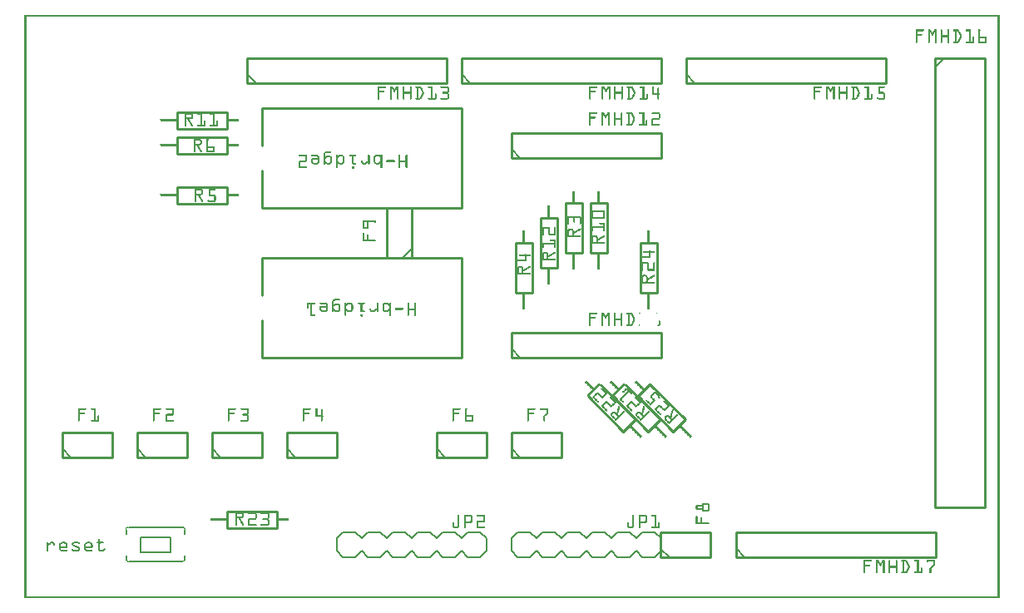
<source format=gto>
G04 MADE WITH FRITZING*
G04 WWW.FRITZING.ORG*
G04 DOUBLE SIDED*
G04 HOLES PLATED*
G04 CONTOUR ON CENTER OF CONTOUR VECTOR*
%ASAXBY*%
%FSLAX23Y23*%
%MOIN*%
%OFA0B0*%
%SFA1.0B1.0*%
%ADD10C,0.010000*%
%ADD11C,0.005000*%
%ADD12C,0.008000*%
%ADD13R,0.001000X0.001000*%
%LNSILK1*%
G90*
G70*
G54D10*
X2600Y671D02*
X2459Y812D01*
D02*
X2459Y812D02*
X2506Y859D01*
D02*
X2506Y859D02*
X2647Y718D01*
D02*
X2647Y718D02*
X2600Y671D01*
D02*
X2550Y166D02*
X2750Y166D01*
D02*
X2750Y166D02*
X2750Y266D01*
D02*
X2750Y266D02*
X2550Y266D01*
D02*
X2550Y266D02*
X2550Y166D01*
G54D11*
D02*
X2585Y166D02*
X2550Y201D01*
G54D12*
D02*
X1751Y242D02*
X1776Y267D01*
D02*
X1776Y267D02*
X1826Y267D01*
D02*
X1826Y267D02*
X1851Y242D01*
D02*
X1851Y192D02*
X1826Y167D01*
D02*
X1826Y167D02*
X1776Y167D01*
D02*
X1776Y167D02*
X1751Y192D01*
D02*
X1576Y267D02*
X1626Y267D01*
D02*
X1626Y267D02*
X1651Y242D01*
D02*
X1651Y192D02*
X1626Y167D01*
D02*
X1651Y242D02*
X1676Y267D01*
D02*
X1676Y267D02*
X1726Y267D01*
D02*
X1726Y267D02*
X1751Y242D01*
D02*
X1751Y192D02*
X1726Y167D01*
D02*
X1726Y167D02*
X1676Y167D01*
D02*
X1676Y167D02*
X1651Y192D01*
D02*
X1451Y242D02*
X1476Y267D01*
D02*
X1476Y267D02*
X1526Y267D01*
D02*
X1526Y267D02*
X1551Y242D01*
D02*
X1551Y192D02*
X1526Y167D01*
D02*
X1526Y167D02*
X1476Y167D01*
D02*
X1476Y167D02*
X1451Y192D01*
D02*
X1576Y267D02*
X1551Y242D01*
D02*
X1551Y192D02*
X1576Y167D01*
D02*
X1626Y167D02*
X1576Y167D01*
D02*
X1276Y267D02*
X1326Y267D01*
D02*
X1326Y267D02*
X1351Y242D01*
D02*
X1351Y192D02*
X1326Y167D01*
D02*
X1351Y242D02*
X1376Y267D01*
D02*
X1376Y267D02*
X1426Y267D01*
D02*
X1426Y267D02*
X1451Y242D01*
D02*
X1451Y192D02*
X1426Y167D01*
D02*
X1426Y167D02*
X1376Y167D01*
D02*
X1376Y167D02*
X1351Y192D01*
D02*
X1251Y242D02*
X1251Y192D01*
D02*
X1276Y267D02*
X1251Y242D01*
D02*
X1251Y192D02*
X1276Y167D01*
D02*
X1326Y167D02*
X1276Y167D01*
D02*
X1851Y242D02*
X1851Y192D01*
D02*
X2451Y242D02*
X2476Y267D01*
D02*
X2476Y267D02*
X2526Y267D01*
D02*
X2526Y267D02*
X2551Y242D01*
D02*
X2551Y192D02*
X2526Y167D01*
D02*
X2526Y167D02*
X2476Y167D01*
D02*
X2476Y167D02*
X2451Y192D01*
D02*
X2276Y267D02*
X2326Y267D01*
D02*
X2326Y267D02*
X2351Y242D01*
D02*
X2351Y192D02*
X2326Y167D01*
D02*
X2351Y242D02*
X2376Y267D01*
D02*
X2376Y267D02*
X2426Y267D01*
D02*
X2426Y267D02*
X2451Y242D01*
D02*
X2451Y192D02*
X2426Y167D01*
D02*
X2426Y167D02*
X2376Y167D01*
D02*
X2376Y167D02*
X2351Y192D01*
D02*
X2151Y242D02*
X2176Y267D01*
D02*
X2176Y267D02*
X2226Y267D01*
D02*
X2226Y267D02*
X2251Y242D01*
D02*
X2251Y192D02*
X2226Y167D01*
D02*
X2226Y167D02*
X2176Y167D01*
D02*
X2176Y167D02*
X2151Y192D01*
D02*
X2276Y267D02*
X2251Y242D01*
D02*
X2251Y192D02*
X2276Y167D01*
D02*
X2326Y167D02*
X2276Y167D01*
D02*
X1976Y267D02*
X2026Y267D01*
D02*
X2026Y267D02*
X2051Y242D01*
D02*
X2051Y192D02*
X2026Y167D01*
D02*
X2051Y242D02*
X2076Y267D01*
D02*
X2076Y267D02*
X2126Y267D01*
D02*
X2126Y267D02*
X2151Y242D01*
D02*
X2151Y192D02*
X2126Y167D01*
D02*
X2126Y167D02*
X2076Y167D01*
D02*
X2076Y167D02*
X2051Y192D01*
D02*
X1951Y242D02*
X1951Y192D01*
D02*
X1976Y267D02*
X1951Y242D01*
D02*
X1951Y192D02*
X1976Y167D01*
D02*
X2026Y167D02*
X1976Y167D01*
D02*
X2551Y242D02*
X2551Y192D01*
G54D10*
D02*
X1951Y567D02*
X2151Y567D01*
D02*
X2151Y567D02*
X2151Y667D01*
D02*
X2151Y667D02*
X1951Y667D01*
D02*
X1951Y667D02*
X1951Y567D01*
G54D11*
D02*
X1986Y567D02*
X1951Y602D01*
G54D10*
D02*
X1651Y567D02*
X1851Y567D01*
D02*
X1851Y567D02*
X1851Y667D01*
D02*
X1851Y667D02*
X1651Y667D01*
D02*
X1651Y667D02*
X1651Y567D01*
G54D11*
D02*
X1686Y567D02*
X1651Y602D01*
G54D10*
D02*
X1051Y567D02*
X1251Y567D01*
D02*
X1251Y567D02*
X1251Y667D01*
D02*
X1251Y667D02*
X1051Y667D01*
D02*
X1051Y667D02*
X1051Y567D01*
G54D11*
D02*
X1086Y567D02*
X1051Y602D01*
G54D10*
D02*
X1551Y1367D02*
X1551Y1567D01*
D02*
X1551Y1567D02*
X1451Y1567D01*
D02*
X1451Y1567D02*
X1451Y1367D01*
D02*
X1451Y1367D02*
X1551Y1367D01*
G54D11*
D02*
X1551Y1402D02*
X1516Y1367D01*
G54D10*
D02*
X751Y567D02*
X951Y567D01*
D02*
X951Y567D02*
X951Y667D01*
D02*
X951Y667D02*
X751Y667D01*
D02*
X751Y667D02*
X751Y567D01*
G54D11*
D02*
X786Y567D02*
X751Y602D01*
G54D10*
D02*
X451Y567D02*
X651Y567D01*
D02*
X651Y567D02*
X651Y667D01*
D02*
X651Y667D02*
X451Y667D01*
D02*
X451Y667D02*
X451Y567D01*
G54D11*
D02*
X486Y567D02*
X451Y602D01*
G54D10*
D02*
X151Y567D02*
X351Y567D01*
D02*
X351Y567D02*
X351Y667D01*
D02*
X351Y667D02*
X151Y667D01*
D02*
X151Y667D02*
X151Y567D01*
G54D11*
D02*
X186Y567D02*
X151Y602D01*
G54D10*
D02*
X1951Y967D02*
X2551Y967D01*
D02*
X2551Y967D02*
X2551Y1067D01*
D02*
X2551Y1067D02*
X1951Y1067D01*
D02*
X1951Y1067D02*
X1951Y967D01*
G54D11*
D02*
X1986Y967D02*
X1951Y1002D01*
G54D10*
D02*
X2851Y167D02*
X3651Y167D01*
D02*
X3651Y167D02*
X3651Y267D01*
D02*
X3651Y267D02*
X2851Y267D01*
D02*
X2851Y267D02*
X2851Y167D01*
G54D11*
D02*
X2886Y167D02*
X2851Y202D01*
G54D10*
D02*
X2651Y2067D02*
X3451Y2067D01*
D02*
X3451Y2067D02*
X3451Y2167D01*
D02*
X3451Y2167D02*
X2651Y2167D01*
D02*
X2651Y2167D02*
X2651Y2067D01*
G54D11*
D02*
X2686Y2067D02*
X2651Y2102D01*
G54D10*
D02*
X1751Y2067D02*
X2551Y2067D01*
D02*
X2551Y2067D02*
X2551Y2167D01*
D02*
X2551Y2167D02*
X1751Y2167D01*
D02*
X1751Y2167D02*
X1751Y2067D01*
G54D11*
D02*
X1786Y2067D02*
X1751Y2102D01*
G54D10*
D02*
X892Y2067D02*
X1692Y2067D01*
D02*
X1692Y2067D02*
X1692Y2167D01*
D02*
X1692Y2167D02*
X892Y2167D01*
D02*
X892Y2167D02*
X892Y2067D01*
G54D11*
D02*
X927Y2067D02*
X892Y2102D01*
G54D10*
D02*
X1951Y1767D02*
X2551Y1767D01*
D02*
X2551Y1767D02*
X2551Y1867D01*
D02*
X2551Y1867D02*
X1951Y1867D01*
D02*
X1951Y1867D02*
X1951Y1767D01*
G54D11*
D02*
X1986Y1767D02*
X1951Y1802D01*
G54D10*
D02*
X951Y967D02*
X1751Y967D01*
D02*
X1751Y967D02*
X1751Y1367D01*
D02*
X1751Y1367D02*
X951Y1367D01*
D02*
X951Y967D02*
X951Y1117D01*
D02*
X951Y1217D02*
X951Y1367D01*
D02*
X951Y1567D02*
X1751Y1567D01*
D02*
X1751Y1567D02*
X1751Y1967D01*
D02*
X1751Y1967D02*
X951Y1967D01*
D02*
X951Y1567D02*
X951Y1717D01*
D02*
X951Y1817D02*
X951Y1967D01*
D02*
X2468Y1226D02*
X2468Y1426D01*
D02*
X2468Y1426D02*
X2534Y1426D01*
D02*
X2534Y1426D02*
X2534Y1226D01*
D02*
X2534Y1226D02*
X2468Y1226D01*
D02*
X2268Y1385D02*
X2268Y1585D01*
D02*
X2268Y1585D02*
X2334Y1585D01*
D02*
X2334Y1585D02*
X2334Y1385D01*
D02*
X2334Y1385D02*
X2268Y1385D01*
D02*
X811Y350D02*
X1011Y350D01*
D02*
X1011Y350D02*
X1011Y284D01*
D02*
X1011Y284D02*
X811Y284D01*
D02*
X811Y284D02*
X811Y350D01*
D02*
X2400Y671D02*
X2259Y812D01*
D02*
X2447Y718D02*
X2400Y671D01*
D02*
X2500Y671D02*
X2359Y812D01*
D02*
X2547Y718D02*
X2500Y671D01*
D02*
X2068Y1326D02*
X2068Y1526D01*
D02*
X2068Y1526D02*
X2134Y1526D01*
D02*
X2134Y1526D02*
X2134Y1326D01*
D02*
X2134Y1326D02*
X2068Y1326D01*
D02*
X1968Y1226D02*
X1968Y1426D01*
D02*
X1968Y1426D02*
X2034Y1426D01*
D02*
X2034Y1426D02*
X2034Y1226D01*
D02*
X2034Y1226D02*
X1968Y1226D01*
D02*
X2168Y1385D02*
X2168Y1585D01*
D02*
X2168Y1585D02*
X2234Y1585D01*
D02*
X2234Y1585D02*
X2234Y1385D01*
D02*
X2234Y1385D02*
X2168Y1385D01*
G54D11*
D02*
X417Y286D02*
X633Y286D01*
D02*
X630Y148D02*
X417Y148D01*
D02*
X407Y158D02*
X407Y174D01*
D02*
X407Y260D02*
X407Y276D01*
D02*
X643Y260D02*
X643Y276D01*
D02*
X643Y158D02*
X643Y174D01*
D02*
X466Y246D02*
X584Y246D01*
D02*
X584Y187D02*
X466Y187D01*
D02*
X466Y187D02*
X466Y246D01*
D02*
X584Y187D02*
X584Y246D01*
G54D10*
D02*
X611Y1650D02*
X811Y1650D01*
D02*
X811Y1650D02*
X811Y1584D01*
D02*
X811Y1584D02*
X611Y1584D01*
D02*
X611Y1584D02*
X611Y1650D01*
D02*
X611Y1950D02*
X811Y1950D01*
D02*
X811Y1950D02*
X811Y1884D01*
D02*
X811Y1884D02*
X611Y1884D01*
D02*
X611Y1884D02*
X611Y1950D01*
D02*
X611Y1850D02*
X811Y1850D01*
D02*
X811Y1850D02*
X811Y1784D01*
D02*
X811Y1784D02*
X611Y1784D01*
D02*
X611Y1784D02*
X611Y1850D01*
D02*
X3649Y2165D02*
X3649Y365D01*
D02*
X3649Y365D02*
X3849Y365D01*
D02*
X3849Y365D02*
X3849Y2165D01*
D02*
X3849Y2165D02*
X3649Y2165D01*
G54D11*
D02*
X3649Y2130D02*
X3684Y2165D01*
G54D13*
X0Y2340D02*
X3907Y2340D01*
X0Y2339D02*
X3907Y2339D01*
X0Y2338D02*
X3907Y2338D01*
X0Y2337D02*
X3907Y2337D01*
X0Y2336D02*
X3907Y2336D01*
X0Y2335D02*
X3907Y2335D01*
X0Y2334D02*
X3907Y2334D01*
X0Y2333D02*
X3907Y2333D01*
X0Y2332D02*
X7Y2332D01*
X3900Y2332D02*
X3907Y2332D01*
X0Y2331D02*
X7Y2331D01*
X3900Y2331D02*
X3907Y2331D01*
X0Y2330D02*
X7Y2330D01*
X3900Y2330D02*
X3907Y2330D01*
X0Y2329D02*
X7Y2329D01*
X3900Y2329D02*
X3907Y2329D01*
X0Y2328D02*
X7Y2328D01*
X3900Y2328D02*
X3907Y2328D01*
X0Y2327D02*
X7Y2327D01*
X3900Y2327D02*
X3907Y2327D01*
X0Y2326D02*
X7Y2326D01*
X3900Y2326D02*
X3907Y2326D01*
X0Y2325D02*
X7Y2325D01*
X3900Y2325D02*
X3907Y2325D01*
X0Y2324D02*
X7Y2324D01*
X3900Y2324D02*
X3907Y2324D01*
X0Y2323D02*
X7Y2323D01*
X3900Y2323D02*
X3907Y2323D01*
X0Y2322D02*
X7Y2322D01*
X3900Y2322D02*
X3907Y2322D01*
X0Y2321D02*
X7Y2321D01*
X3900Y2321D02*
X3907Y2321D01*
X0Y2320D02*
X7Y2320D01*
X3900Y2320D02*
X3907Y2320D01*
X0Y2319D02*
X7Y2319D01*
X3900Y2319D02*
X3907Y2319D01*
X0Y2318D02*
X7Y2318D01*
X3900Y2318D02*
X3907Y2318D01*
X0Y2317D02*
X7Y2317D01*
X3900Y2317D02*
X3907Y2317D01*
X0Y2316D02*
X7Y2316D01*
X3900Y2316D02*
X3907Y2316D01*
X0Y2315D02*
X7Y2315D01*
X3900Y2315D02*
X3907Y2315D01*
X0Y2314D02*
X7Y2314D01*
X3900Y2314D02*
X3907Y2314D01*
X0Y2313D02*
X7Y2313D01*
X3900Y2313D02*
X3907Y2313D01*
X0Y2312D02*
X7Y2312D01*
X3900Y2312D02*
X3907Y2312D01*
X0Y2311D02*
X7Y2311D01*
X3900Y2311D02*
X3907Y2311D01*
X0Y2310D02*
X7Y2310D01*
X3900Y2310D02*
X3907Y2310D01*
X0Y2309D02*
X7Y2309D01*
X3900Y2309D02*
X3907Y2309D01*
X0Y2308D02*
X7Y2308D01*
X3900Y2308D02*
X3907Y2308D01*
X0Y2307D02*
X7Y2307D01*
X3900Y2307D02*
X3907Y2307D01*
X0Y2306D02*
X7Y2306D01*
X3900Y2306D02*
X3907Y2306D01*
X0Y2305D02*
X7Y2305D01*
X3900Y2305D02*
X3907Y2305D01*
X0Y2304D02*
X7Y2304D01*
X3900Y2304D02*
X3907Y2304D01*
X0Y2303D02*
X7Y2303D01*
X3900Y2303D02*
X3907Y2303D01*
X0Y2302D02*
X7Y2302D01*
X3900Y2302D02*
X3907Y2302D01*
X0Y2301D02*
X7Y2301D01*
X3900Y2301D02*
X3907Y2301D01*
X0Y2300D02*
X7Y2300D01*
X3900Y2300D02*
X3907Y2300D01*
X0Y2299D02*
X7Y2299D01*
X3900Y2299D02*
X3907Y2299D01*
X0Y2298D02*
X7Y2298D01*
X3900Y2298D02*
X3907Y2298D01*
X0Y2297D02*
X7Y2297D01*
X3900Y2297D02*
X3907Y2297D01*
X0Y2296D02*
X7Y2296D01*
X3900Y2296D02*
X3907Y2296D01*
X0Y2295D02*
X7Y2295D01*
X3900Y2295D02*
X3907Y2295D01*
X0Y2294D02*
X7Y2294D01*
X3900Y2294D02*
X3907Y2294D01*
X0Y2293D02*
X7Y2293D01*
X3900Y2293D02*
X3907Y2293D01*
X0Y2292D02*
X7Y2292D01*
X3900Y2292D02*
X3907Y2292D01*
X0Y2291D02*
X7Y2291D01*
X3900Y2291D02*
X3907Y2291D01*
X0Y2290D02*
X7Y2290D01*
X3900Y2290D02*
X3907Y2290D01*
X0Y2289D02*
X7Y2289D01*
X3900Y2289D02*
X3907Y2289D01*
X0Y2288D02*
X7Y2288D01*
X3900Y2288D02*
X3907Y2288D01*
X0Y2287D02*
X7Y2287D01*
X3900Y2287D02*
X3907Y2287D01*
X0Y2286D02*
X7Y2286D01*
X3900Y2286D02*
X3907Y2286D01*
X0Y2285D02*
X7Y2285D01*
X3900Y2285D02*
X3907Y2285D01*
X0Y2284D02*
X7Y2284D01*
X3900Y2284D02*
X3907Y2284D01*
X0Y2283D02*
X7Y2283D01*
X3900Y2283D02*
X3907Y2283D01*
X0Y2282D02*
X7Y2282D01*
X3900Y2282D02*
X3907Y2282D01*
X0Y2281D02*
X7Y2281D01*
X3571Y2281D02*
X3603Y2281D01*
X3621Y2281D02*
X3629Y2281D01*
X3646Y2281D02*
X3654Y2281D01*
X3673Y2281D02*
X3675Y2281D01*
X3700Y2281D02*
X3703Y2281D01*
X3723Y2281D02*
X3740Y2281D01*
X3773Y2281D02*
X3791Y2281D01*
X3823Y2281D02*
X3829Y2281D01*
X3900Y2281D02*
X3907Y2281D01*
X0Y2280D02*
X7Y2280D01*
X3571Y2280D02*
X3604Y2280D01*
X3621Y2280D02*
X3630Y2280D01*
X3646Y2280D02*
X3654Y2280D01*
X3672Y2280D02*
X3676Y2280D01*
X3699Y2280D02*
X3704Y2280D01*
X3722Y2280D02*
X3742Y2280D01*
X3772Y2280D02*
X3791Y2280D01*
X3822Y2280D02*
X3831Y2280D01*
X3900Y2280D02*
X3907Y2280D01*
X0Y2279D02*
X7Y2279D01*
X3571Y2279D02*
X3604Y2279D01*
X3621Y2279D02*
X3630Y2279D01*
X3645Y2279D02*
X3654Y2279D01*
X3671Y2279D02*
X3677Y2279D01*
X3699Y2279D02*
X3705Y2279D01*
X3721Y2279D02*
X3743Y2279D01*
X3772Y2279D02*
X3791Y2279D01*
X3822Y2279D02*
X3831Y2279D01*
X3900Y2279D02*
X3907Y2279D01*
X0Y2278D02*
X7Y2278D01*
X3571Y2278D02*
X3604Y2278D01*
X3621Y2278D02*
X3631Y2278D01*
X3644Y2278D02*
X3654Y2278D01*
X3671Y2278D02*
X3677Y2278D01*
X3699Y2278D02*
X3705Y2278D01*
X3721Y2278D02*
X3744Y2278D01*
X3772Y2278D02*
X3791Y2278D01*
X3822Y2278D02*
X3831Y2278D01*
X3900Y2278D02*
X3907Y2278D01*
X0Y2277D02*
X7Y2277D01*
X3571Y2277D02*
X3604Y2277D01*
X3621Y2277D02*
X3632Y2277D01*
X3643Y2277D02*
X3654Y2277D01*
X3671Y2277D02*
X3677Y2277D01*
X3699Y2277D02*
X3705Y2277D01*
X3721Y2277D02*
X3745Y2277D01*
X3772Y2277D02*
X3791Y2277D01*
X3822Y2277D02*
X3831Y2277D01*
X3900Y2277D02*
X3907Y2277D01*
X0Y2276D02*
X7Y2276D01*
X3571Y2276D02*
X3604Y2276D01*
X3621Y2276D02*
X3633Y2276D01*
X3643Y2276D02*
X3654Y2276D01*
X3671Y2276D02*
X3677Y2276D01*
X3699Y2276D02*
X3705Y2276D01*
X3722Y2276D02*
X3746Y2276D01*
X3772Y2276D02*
X3791Y2276D01*
X3822Y2276D02*
X3830Y2276D01*
X3900Y2276D02*
X3907Y2276D01*
X0Y2275D02*
X7Y2275D01*
X3571Y2275D02*
X3602Y2275D01*
X3621Y2275D02*
X3633Y2275D01*
X3642Y2275D02*
X3654Y2275D01*
X3671Y2275D02*
X3677Y2275D01*
X3699Y2275D02*
X3705Y2275D01*
X3723Y2275D02*
X3746Y2275D01*
X3773Y2275D02*
X3791Y2275D01*
X3822Y2275D02*
X3829Y2275D01*
X3900Y2275D02*
X3907Y2275D01*
X0Y2274D02*
X7Y2274D01*
X3571Y2274D02*
X3577Y2274D01*
X3621Y2274D02*
X3634Y2274D01*
X3641Y2274D02*
X3654Y2274D01*
X3671Y2274D02*
X3677Y2274D01*
X3699Y2274D02*
X3705Y2274D01*
X3728Y2274D02*
X3734Y2274D01*
X3740Y2274D02*
X3747Y2274D01*
X3785Y2274D02*
X3791Y2274D01*
X3822Y2274D02*
X3828Y2274D01*
X3900Y2274D02*
X3907Y2274D01*
X0Y2273D02*
X7Y2273D01*
X3571Y2273D02*
X3577Y2273D01*
X3621Y2273D02*
X3635Y2273D01*
X3641Y2273D02*
X3654Y2273D01*
X3671Y2273D02*
X3677Y2273D01*
X3699Y2273D02*
X3705Y2273D01*
X3728Y2273D02*
X3734Y2273D01*
X3740Y2273D02*
X3747Y2273D01*
X3785Y2273D02*
X3791Y2273D01*
X3822Y2273D02*
X3828Y2273D01*
X3900Y2273D02*
X3907Y2273D01*
X0Y2272D02*
X7Y2272D01*
X3571Y2272D02*
X3577Y2272D01*
X3621Y2272D02*
X3635Y2272D01*
X3640Y2272D02*
X3654Y2272D01*
X3671Y2272D02*
X3677Y2272D01*
X3699Y2272D02*
X3705Y2272D01*
X3728Y2272D02*
X3734Y2272D01*
X3741Y2272D02*
X3748Y2272D01*
X3785Y2272D02*
X3791Y2272D01*
X3822Y2272D02*
X3828Y2272D01*
X3900Y2272D02*
X3907Y2272D01*
X0Y2271D02*
X7Y2271D01*
X3571Y2271D02*
X3577Y2271D01*
X3621Y2271D02*
X3636Y2271D01*
X3639Y2271D02*
X3654Y2271D01*
X3671Y2271D02*
X3677Y2271D01*
X3699Y2271D02*
X3705Y2271D01*
X3728Y2271D02*
X3734Y2271D01*
X3742Y2271D02*
X3748Y2271D01*
X3785Y2271D02*
X3791Y2271D01*
X3822Y2271D02*
X3828Y2271D01*
X3900Y2271D02*
X3907Y2271D01*
X0Y2270D02*
X7Y2270D01*
X3571Y2270D02*
X3577Y2270D01*
X3621Y2270D02*
X3627Y2270D01*
X3629Y2270D02*
X3637Y2270D01*
X3639Y2270D02*
X3646Y2270D01*
X3648Y2270D02*
X3654Y2270D01*
X3671Y2270D02*
X3677Y2270D01*
X3699Y2270D02*
X3705Y2270D01*
X3728Y2270D02*
X3734Y2270D01*
X3742Y2270D02*
X3749Y2270D01*
X3785Y2270D02*
X3791Y2270D01*
X3822Y2270D02*
X3828Y2270D01*
X3900Y2270D02*
X3907Y2270D01*
X0Y2269D02*
X7Y2269D01*
X3571Y2269D02*
X3577Y2269D01*
X3621Y2269D02*
X3627Y2269D01*
X3630Y2269D02*
X3645Y2269D01*
X3648Y2269D02*
X3654Y2269D01*
X3671Y2269D02*
X3677Y2269D01*
X3699Y2269D02*
X3705Y2269D01*
X3728Y2269D02*
X3734Y2269D01*
X3743Y2269D02*
X3749Y2269D01*
X3785Y2269D02*
X3791Y2269D01*
X3822Y2269D02*
X3828Y2269D01*
X3900Y2269D02*
X3907Y2269D01*
X0Y2268D02*
X7Y2268D01*
X3571Y2268D02*
X3577Y2268D01*
X3621Y2268D02*
X3627Y2268D01*
X3631Y2268D02*
X3645Y2268D01*
X3648Y2268D02*
X3654Y2268D01*
X3671Y2268D02*
X3677Y2268D01*
X3699Y2268D02*
X3705Y2268D01*
X3728Y2268D02*
X3734Y2268D01*
X3743Y2268D02*
X3750Y2268D01*
X3785Y2268D02*
X3791Y2268D01*
X3822Y2268D02*
X3828Y2268D01*
X3900Y2268D02*
X3907Y2268D01*
X0Y2267D02*
X7Y2267D01*
X3571Y2267D02*
X3577Y2267D01*
X3621Y2267D02*
X3627Y2267D01*
X3631Y2267D02*
X3644Y2267D01*
X3648Y2267D02*
X3654Y2267D01*
X3671Y2267D02*
X3677Y2267D01*
X3699Y2267D02*
X3705Y2267D01*
X3728Y2267D02*
X3734Y2267D01*
X3744Y2267D02*
X3750Y2267D01*
X3785Y2267D02*
X3791Y2267D01*
X3822Y2267D02*
X3828Y2267D01*
X3900Y2267D02*
X3907Y2267D01*
X0Y2266D02*
X7Y2266D01*
X3571Y2266D02*
X3577Y2266D01*
X3621Y2266D02*
X3627Y2266D01*
X3632Y2266D02*
X3643Y2266D01*
X3648Y2266D02*
X3654Y2266D01*
X3671Y2266D02*
X3677Y2266D01*
X3699Y2266D02*
X3705Y2266D01*
X3728Y2266D02*
X3734Y2266D01*
X3744Y2266D02*
X3751Y2266D01*
X3785Y2266D02*
X3791Y2266D01*
X3822Y2266D02*
X3828Y2266D01*
X3900Y2266D02*
X3907Y2266D01*
X0Y2265D02*
X7Y2265D01*
X3571Y2265D02*
X3577Y2265D01*
X3621Y2265D02*
X3627Y2265D01*
X3633Y2265D02*
X3643Y2265D01*
X3648Y2265D02*
X3654Y2265D01*
X3671Y2265D02*
X3677Y2265D01*
X3699Y2265D02*
X3705Y2265D01*
X3728Y2265D02*
X3734Y2265D01*
X3745Y2265D02*
X3751Y2265D01*
X3785Y2265D02*
X3791Y2265D01*
X3822Y2265D02*
X3828Y2265D01*
X3900Y2265D02*
X3907Y2265D01*
X0Y2264D02*
X7Y2264D01*
X3571Y2264D02*
X3577Y2264D01*
X3621Y2264D02*
X3627Y2264D01*
X3633Y2264D02*
X3642Y2264D01*
X3648Y2264D02*
X3654Y2264D01*
X3671Y2264D02*
X3677Y2264D01*
X3699Y2264D02*
X3705Y2264D01*
X3728Y2264D02*
X3734Y2264D01*
X3745Y2264D02*
X3752Y2264D01*
X3785Y2264D02*
X3791Y2264D01*
X3822Y2264D02*
X3828Y2264D01*
X3900Y2264D02*
X3907Y2264D01*
X0Y2263D02*
X7Y2263D01*
X3571Y2263D02*
X3596Y2263D01*
X3621Y2263D02*
X3627Y2263D01*
X3634Y2263D02*
X3641Y2263D01*
X3648Y2263D02*
X3654Y2263D01*
X3671Y2263D02*
X3677Y2263D01*
X3699Y2263D02*
X3705Y2263D01*
X3728Y2263D02*
X3734Y2263D01*
X3746Y2263D02*
X3752Y2263D01*
X3785Y2263D02*
X3791Y2263D01*
X3822Y2263D02*
X3828Y2263D01*
X3900Y2263D02*
X3907Y2263D01*
X0Y2262D02*
X7Y2262D01*
X3571Y2262D02*
X3597Y2262D01*
X3621Y2262D02*
X3627Y2262D01*
X3635Y2262D02*
X3641Y2262D01*
X3648Y2262D02*
X3654Y2262D01*
X3671Y2262D02*
X3677Y2262D01*
X3699Y2262D02*
X3705Y2262D01*
X3728Y2262D02*
X3734Y2262D01*
X3746Y2262D02*
X3753Y2262D01*
X3785Y2262D02*
X3791Y2262D01*
X3822Y2262D02*
X3828Y2262D01*
X3900Y2262D02*
X3907Y2262D01*
X0Y2261D02*
X7Y2261D01*
X3571Y2261D02*
X3597Y2261D01*
X3621Y2261D02*
X3627Y2261D01*
X3635Y2261D02*
X3641Y2261D01*
X3648Y2261D02*
X3654Y2261D01*
X3671Y2261D02*
X3677Y2261D01*
X3699Y2261D02*
X3705Y2261D01*
X3728Y2261D02*
X3734Y2261D01*
X3747Y2261D02*
X3753Y2261D01*
X3785Y2261D02*
X3791Y2261D01*
X3822Y2261D02*
X3828Y2261D01*
X3900Y2261D02*
X3907Y2261D01*
X0Y2260D02*
X7Y2260D01*
X3571Y2260D02*
X3597Y2260D01*
X3621Y2260D02*
X3627Y2260D01*
X3635Y2260D02*
X3641Y2260D01*
X3648Y2260D02*
X3654Y2260D01*
X3671Y2260D02*
X3677Y2260D01*
X3699Y2260D02*
X3705Y2260D01*
X3728Y2260D02*
X3734Y2260D01*
X3747Y2260D02*
X3754Y2260D01*
X3785Y2260D02*
X3791Y2260D01*
X3822Y2260D02*
X3828Y2260D01*
X3900Y2260D02*
X3907Y2260D01*
X0Y2259D02*
X7Y2259D01*
X3571Y2259D02*
X3597Y2259D01*
X3621Y2259D02*
X3627Y2259D01*
X3635Y2259D02*
X3640Y2259D01*
X3648Y2259D02*
X3654Y2259D01*
X3671Y2259D02*
X3677Y2259D01*
X3699Y2259D02*
X3705Y2259D01*
X3728Y2259D02*
X3734Y2259D01*
X3748Y2259D02*
X3754Y2259D01*
X3785Y2259D02*
X3791Y2259D01*
X3822Y2259D02*
X3828Y2259D01*
X3900Y2259D02*
X3907Y2259D01*
X0Y2258D02*
X7Y2258D01*
X3571Y2258D02*
X3596Y2258D01*
X3621Y2258D02*
X3627Y2258D01*
X3636Y2258D02*
X3640Y2258D01*
X3648Y2258D02*
X3654Y2258D01*
X3671Y2258D02*
X3705Y2258D01*
X3728Y2258D02*
X3734Y2258D01*
X3748Y2258D02*
X3754Y2258D01*
X3785Y2258D02*
X3791Y2258D01*
X3822Y2258D02*
X3828Y2258D01*
X3900Y2258D02*
X3907Y2258D01*
X0Y2257D02*
X7Y2257D01*
X3571Y2257D02*
X3595Y2257D01*
X3621Y2257D02*
X3627Y2257D01*
X3637Y2257D02*
X3638Y2257D01*
X3648Y2257D02*
X3654Y2257D01*
X3671Y2257D02*
X3705Y2257D01*
X3728Y2257D02*
X3734Y2257D01*
X3748Y2257D02*
X3755Y2257D01*
X3785Y2257D02*
X3791Y2257D01*
X3822Y2257D02*
X3828Y2257D01*
X3900Y2257D02*
X3907Y2257D01*
X0Y2256D02*
X7Y2256D01*
X3571Y2256D02*
X3577Y2256D01*
X3621Y2256D02*
X3627Y2256D01*
X3648Y2256D02*
X3654Y2256D01*
X3671Y2256D02*
X3705Y2256D01*
X3728Y2256D02*
X3734Y2256D01*
X3749Y2256D02*
X3755Y2256D01*
X3785Y2256D02*
X3791Y2256D01*
X3822Y2256D02*
X3828Y2256D01*
X3900Y2256D02*
X3907Y2256D01*
X0Y2255D02*
X7Y2255D01*
X3571Y2255D02*
X3577Y2255D01*
X3621Y2255D02*
X3627Y2255D01*
X3648Y2255D02*
X3654Y2255D01*
X3671Y2255D02*
X3705Y2255D01*
X3728Y2255D02*
X3734Y2255D01*
X3749Y2255D02*
X3755Y2255D01*
X3785Y2255D02*
X3791Y2255D01*
X3822Y2255D02*
X3828Y2255D01*
X3900Y2255D02*
X3907Y2255D01*
X0Y2254D02*
X7Y2254D01*
X3571Y2254D02*
X3577Y2254D01*
X3621Y2254D02*
X3627Y2254D01*
X3648Y2254D02*
X3654Y2254D01*
X3671Y2254D02*
X3705Y2254D01*
X3728Y2254D02*
X3734Y2254D01*
X3749Y2254D02*
X3755Y2254D01*
X3785Y2254D02*
X3791Y2254D01*
X3822Y2254D02*
X3828Y2254D01*
X3900Y2254D02*
X3907Y2254D01*
X0Y2253D02*
X7Y2253D01*
X3571Y2253D02*
X3577Y2253D01*
X3621Y2253D02*
X3627Y2253D01*
X3648Y2253D02*
X3654Y2253D01*
X3671Y2253D02*
X3705Y2253D01*
X3728Y2253D02*
X3734Y2253D01*
X3749Y2253D02*
X3755Y2253D01*
X3785Y2253D02*
X3791Y2253D01*
X3822Y2253D02*
X3828Y2253D01*
X3900Y2253D02*
X3907Y2253D01*
X0Y2252D02*
X7Y2252D01*
X3571Y2252D02*
X3577Y2252D01*
X3621Y2252D02*
X3627Y2252D01*
X3648Y2252D02*
X3654Y2252D01*
X3671Y2252D02*
X3705Y2252D01*
X3728Y2252D02*
X3734Y2252D01*
X3748Y2252D02*
X3755Y2252D01*
X3785Y2252D02*
X3791Y2252D01*
X3802Y2252D02*
X3802Y2252D01*
X3822Y2252D02*
X3853Y2252D01*
X3900Y2252D02*
X3907Y2252D01*
X0Y2251D02*
X7Y2251D01*
X3571Y2251D02*
X3577Y2251D01*
X3621Y2251D02*
X3627Y2251D01*
X3648Y2251D02*
X3654Y2251D01*
X3671Y2251D02*
X3705Y2251D01*
X3728Y2251D02*
X3734Y2251D01*
X3748Y2251D02*
X3754Y2251D01*
X3785Y2251D02*
X3791Y2251D01*
X3800Y2251D02*
X3804Y2251D01*
X3822Y2251D02*
X3854Y2251D01*
X3900Y2251D02*
X3907Y2251D01*
X0Y2250D02*
X7Y2250D01*
X3571Y2250D02*
X3577Y2250D01*
X3621Y2250D02*
X3627Y2250D01*
X3648Y2250D02*
X3654Y2250D01*
X3671Y2250D02*
X3677Y2250D01*
X3699Y2250D02*
X3705Y2250D01*
X3728Y2250D02*
X3734Y2250D01*
X3748Y2250D02*
X3754Y2250D01*
X3785Y2250D02*
X3791Y2250D01*
X3799Y2250D02*
X3805Y2250D01*
X3822Y2250D02*
X3855Y2250D01*
X3900Y2250D02*
X3907Y2250D01*
X0Y2249D02*
X7Y2249D01*
X3571Y2249D02*
X3577Y2249D01*
X3621Y2249D02*
X3627Y2249D01*
X3648Y2249D02*
X3654Y2249D01*
X3671Y2249D02*
X3677Y2249D01*
X3699Y2249D02*
X3705Y2249D01*
X3728Y2249D02*
X3734Y2249D01*
X3747Y2249D02*
X3754Y2249D01*
X3785Y2249D02*
X3791Y2249D01*
X3799Y2249D02*
X3805Y2249D01*
X3822Y2249D02*
X3855Y2249D01*
X3900Y2249D02*
X3907Y2249D01*
X0Y2248D02*
X7Y2248D01*
X3571Y2248D02*
X3577Y2248D01*
X3621Y2248D02*
X3627Y2248D01*
X3648Y2248D02*
X3654Y2248D01*
X3671Y2248D02*
X3677Y2248D01*
X3699Y2248D02*
X3705Y2248D01*
X3728Y2248D02*
X3734Y2248D01*
X3747Y2248D02*
X3753Y2248D01*
X3785Y2248D02*
X3791Y2248D01*
X3799Y2248D02*
X3805Y2248D01*
X3822Y2248D02*
X3855Y2248D01*
X3900Y2248D02*
X3907Y2248D01*
X0Y2247D02*
X7Y2247D01*
X3571Y2247D02*
X3577Y2247D01*
X3621Y2247D02*
X3627Y2247D01*
X3648Y2247D02*
X3654Y2247D01*
X3671Y2247D02*
X3677Y2247D01*
X3699Y2247D02*
X3705Y2247D01*
X3728Y2247D02*
X3734Y2247D01*
X3746Y2247D02*
X3753Y2247D01*
X3785Y2247D02*
X3791Y2247D01*
X3799Y2247D02*
X3805Y2247D01*
X3822Y2247D02*
X3855Y2247D01*
X3900Y2247D02*
X3907Y2247D01*
X0Y2246D02*
X7Y2246D01*
X3571Y2246D02*
X3577Y2246D01*
X3621Y2246D02*
X3627Y2246D01*
X3648Y2246D02*
X3654Y2246D01*
X3671Y2246D02*
X3677Y2246D01*
X3699Y2246D02*
X3705Y2246D01*
X3728Y2246D02*
X3734Y2246D01*
X3746Y2246D02*
X3752Y2246D01*
X3785Y2246D02*
X3791Y2246D01*
X3799Y2246D02*
X3805Y2246D01*
X3822Y2246D02*
X3855Y2246D01*
X3900Y2246D02*
X3907Y2246D01*
X0Y2245D02*
X7Y2245D01*
X3571Y2245D02*
X3577Y2245D01*
X3621Y2245D02*
X3627Y2245D01*
X3648Y2245D02*
X3654Y2245D01*
X3671Y2245D02*
X3677Y2245D01*
X3699Y2245D02*
X3705Y2245D01*
X3728Y2245D02*
X3734Y2245D01*
X3745Y2245D02*
X3752Y2245D01*
X3785Y2245D02*
X3791Y2245D01*
X3799Y2245D02*
X3805Y2245D01*
X3822Y2245D02*
X3828Y2245D01*
X3849Y2245D02*
X3855Y2245D01*
X3900Y2245D02*
X3907Y2245D01*
X0Y2244D02*
X7Y2244D01*
X3571Y2244D02*
X3577Y2244D01*
X3621Y2244D02*
X3627Y2244D01*
X3648Y2244D02*
X3654Y2244D01*
X3671Y2244D02*
X3677Y2244D01*
X3699Y2244D02*
X3705Y2244D01*
X3728Y2244D02*
X3734Y2244D01*
X3745Y2244D02*
X3751Y2244D01*
X3785Y2244D02*
X3791Y2244D01*
X3799Y2244D02*
X3805Y2244D01*
X3822Y2244D02*
X3828Y2244D01*
X3849Y2244D02*
X3855Y2244D01*
X3900Y2244D02*
X3907Y2244D01*
X0Y2243D02*
X7Y2243D01*
X3571Y2243D02*
X3577Y2243D01*
X3621Y2243D02*
X3627Y2243D01*
X3648Y2243D02*
X3654Y2243D01*
X3671Y2243D02*
X3677Y2243D01*
X3699Y2243D02*
X3705Y2243D01*
X3728Y2243D02*
X3734Y2243D01*
X3744Y2243D02*
X3751Y2243D01*
X3785Y2243D02*
X3791Y2243D01*
X3799Y2243D02*
X3805Y2243D01*
X3822Y2243D02*
X3828Y2243D01*
X3849Y2243D02*
X3855Y2243D01*
X3900Y2243D02*
X3907Y2243D01*
X0Y2242D02*
X7Y2242D01*
X3571Y2242D02*
X3577Y2242D01*
X3621Y2242D02*
X3627Y2242D01*
X3648Y2242D02*
X3654Y2242D01*
X3671Y2242D02*
X3677Y2242D01*
X3699Y2242D02*
X3705Y2242D01*
X3728Y2242D02*
X3734Y2242D01*
X3744Y2242D02*
X3751Y2242D01*
X3785Y2242D02*
X3791Y2242D01*
X3799Y2242D02*
X3805Y2242D01*
X3822Y2242D02*
X3828Y2242D01*
X3849Y2242D02*
X3855Y2242D01*
X3900Y2242D02*
X3907Y2242D01*
X0Y2241D02*
X7Y2241D01*
X3571Y2241D02*
X3577Y2241D01*
X3621Y2241D02*
X3627Y2241D01*
X3648Y2241D02*
X3654Y2241D01*
X3671Y2241D02*
X3677Y2241D01*
X3699Y2241D02*
X3705Y2241D01*
X3728Y2241D02*
X3734Y2241D01*
X3743Y2241D02*
X3750Y2241D01*
X3785Y2241D02*
X3791Y2241D01*
X3799Y2241D02*
X3805Y2241D01*
X3822Y2241D02*
X3828Y2241D01*
X3849Y2241D02*
X3855Y2241D01*
X3900Y2241D02*
X3907Y2241D01*
X0Y2240D02*
X7Y2240D01*
X3571Y2240D02*
X3577Y2240D01*
X3621Y2240D02*
X3627Y2240D01*
X3648Y2240D02*
X3654Y2240D01*
X3671Y2240D02*
X3677Y2240D01*
X3699Y2240D02*
X3705Y2240D01*
X3728Y2240D02*
X3734Y2240D01*
X3743Y2240D02*
X3750Y2240D01*
X3785Y2240D02*
X3791Y2240D01*
X3799Y2240D02*
X3805Y2240D01*
X3822Y2240D02*
X3828Y2240D01*
X3849Y2240D02*
X3855Y2240D01*
X3900Y2240D02*
X3907Y2240D01*
X0Y2239D02*
X7Y2239D01*
X3571Y2239D02*
X3577Y2239D01*
X3621Y2239D02*
X3627Y2239D01*
X3648Y2239D02*
X3654Y2239D01*
X3671Y2239D02*
X3677Y2239D01*
X3699Y2239D02*
X3705Y2239D01*
X3728Y2239D02*
X3734Y2239D01*
X3742Y2239D02*
X3749Y2239D01*
X3785Y2239D02*
X3791Y2239D01*
X3799Y2239D02*
X3805Y2239D01*
X3822Y2239D02*
X3828Y2239D01*
X3849Y2239D02*
X3855Y2239D01*
X3900Y2239D02*
X3907Y2239D01*
X0Y2238D02*
X7Y2238D01*
X3571Y2238D02*
X3577Y2238D01*
X3621Y2238D02*
X3627Y2238D01*
X3648Y2238D02*
X3654Y2238D01*
X3671Y2238D02*
X3677Y2238D01*
X3699Y2238D02*
X3705Y2238D01*
X3728Y2238D02*
X3734Y2238D01*
X3742Y2238D02*
X3749Y2238D01*
X3785Y2238D02*
X3791Y2238D01*
X3799Y2238D02*
X3805Y2238D01*
X3822Y2238D02*
X3828Y2238D01*
X3849Y2238D02*
X3855Y2238D01*
X3900Y2238D02*
X3907Y2238D01*
X0Y2237D02*
X7Y2237D01*
X3571Y2237D02*
X3577Y2237D01*
X3621Y2237D02*
X3627Y2237D01*
X3648Y2237D02*
X3654Y2237D01*
X3671Y2237D02*
X3677Y2237D01*
X3699Y2237D02*
X3705Y2237D01*
X3728Y2237D02*
X3734Y2237D01*
X3741Y2237D02*
X3748Y2237D01*
X3785Y2237D02*
X3791Y2237D01*
X3799Y2237D02*
X3805Y2237D01*
X3822Y2237D02*
X3828Y2237D01*
X3849Y2237D02*
X3855Y2237D01*
X3900Y2237D02*
X3907Y2237D01*
X0Y2236D02*
X7Y2236D01*
X3571Y2236D02*
X3577Y2236D01*
X3621Y2236D02*
X3627Y2236D01*
X3648Y2236D02*
X3654Y2236D01*
X3671Y2236D02*
X3677Y2236D01*
X3699Y2236D02*
X3705Y2236D01*
X3728Y2236D02*
X3734Y2236D01*
X3741Y2236D02*
X3748Y2236D01*
X3785Y2236D02*
X3791Y2236D01*
X3799Y2236D02*
X3805Y2236D01*
X3822Y2236D02*
X3828Y2236D01*
X3849Y2236D02*
X3855Y2236D01*
X3900Y2236D02*
X3907Y2236D01*
X0Y2235D02*
X7Y2235D01*
X3571Y2235D02*
X3577Y2235D01*
X3621Y2235D02*
X3627Y2235D01*
X3648Y2235D02*
X3654Y2235D01*
X3671Y2235D02*
X3677Y2235D01*
X3699Y2235D02*
X3705Y2235D01*
X3728Y2235D02*
X3734Y2235D01*
X3740Y2235D02*
X3747Y2235D01*
X3785Y2235D02*
X3791Y2235D01*
X3799Y2235D02*
X3805Y2235D01*
X3822Y2235D02*
X3828Y2235D01*
X3849Y2235D02*
X3855Y2235D01*
X3900Y2235D02*
X3907Y2235D01*
X0Y2234D02*
X7Y2234D01*
X3571Y2234D02*
X3577Y2234D01*
X3621Y2234D02*
X3627Y2234D01*
X3648Y2234D02*
X3654Y2234D01*
X3671Y2234D02*
X3677Y2234D01*
X3699Y2234D02*
X3705Y2234D01*
X3723Y2234D02*
X3747Y2234D01*
X3773Y2234D02*
X3805Y2234D01*
X3822Y2234D02*
X3855Y2234D01*
X3900Y2234D02*
X3907Y2234D01*
X0Y2233D02*
X7Y2233D01*
X3571Y2233D02*
X3577Y2233D01*
X3621Y2233D02*
X3627Y2233D01*
X3648Y2233D02*
X3654Y2233D01*
X3671Y2233D02*
X3677Y2233D01*
X3699Y2233D02*
X3705Y2233D01*
X3722Y2233D02*
X3746Y2233D01*
X3772Y2233D02*
X3805Y2233D01*
X3822Y2233D02*
X3855Y2233D01*
X3900Y2233D02*
X3907Y2233D01*
X0Y2232D02*
X7Y2232D01*
X3571Y2232D02*
X3577Y2232D01*
X3621Y2232D02*
X3627Y2232D01*
X3648Y2232D02*
X3654Y2232D01*
X3671Y2232D02*
X3677Y2232D01*
X3699Y2232D02*
X3705Y2232D01*
X3721Y2232D02*
X3745Y2232D01*
X3772Y2232D02*
X3805Y2232D01*
X3822Y2232D02*
X3855Y2232D01*
X3900Y2232D02*
X3907Y2232D01*
X0Y2231D02*
X7Y2231D01*
X3571Y2231D02*
X3577Y2231D01*
X3621Y2231D02*
X3627Y2231D01*
X3648Y2231D02*
X3654Y2231D01*
X3671Y2231D02*
X3677Y2231D01*
X3699Y2231D02*
X3705Y2231D01*
X3721Y2231D02*
X3745Y2231D01*
X3772Y2231D02*
X3805Y2231D01*
X3822Y2231D02*
X3855Y2231D01*
X3900Y2231D02*
X3907Y2231D01*
X0Y2230D02*
X7Y2230D01*
X3571Y2230D02*
X3577Y2230D01*
X3621Y2230D02*
X3627Y2230D01*
X3649Y2230D02*
X3654Y2230D01*
X3671Y2230D02*
X3677Y2230D01*
X3699Y2230D02*
X3705Y2230D01*
X3721Y2230D02*
X3744Y2230D01*
X3772Y2230D02*
X3805Y2230D01*
X3822Y2230D02*
X3855Y2230D01*
X3900Y2230D02*
X3907Y2230D01*
X0Y2229D02*
X7Y2229D01*
X3571Y2229D02*
X3576Y2229D01*
X3621Y2229D02*
X3626Y2229D01*
X3649Y2229D02*
X3654Y2229D01*
X3672Y2229D02*
X3677Y2229D01*
X3699Y2229D02*
X3704Y2229D01*
X3722Y2229D02*
X3742Y2229D01*
X3772Y2229D02*
X3804Y2229D01*
X3822Y2229D02*
X3855Y2229D01*
X3900Y2229D02*
X3907Y2229D01*
X0Y2228D02*
X7Y2228D01*
X3572Y2228D02*
X3575Y2228D01*
X3622Y2228D02*
X3625Y2228D01*
X3650Y2228D02*
X3653Y2228D01*
X3673Y2228D02*
X3675Y2228D01*
X3700Y2228D02*
X3703Y2228D01*
X3723Y2228D02*
X3740Y2228D01*
X3773Y2228D02*
X3803Y2228D01*
X3823Y2228D02*
X3854Y2228D01*
X3900Y2228D02*
X3907Y2228D01*
X0Y2227D02*
X7Y2227D01*
X3900Y2227D02*
X3907Y2227D01*
X0Y2226D02*
X7Y2226D01*
X3900Y2226D02*
X3907Y2226D01*
X0Y2225D02*
X7Y2225D01*
X3900Y2225D02*
X3907Y2225D01*
X0Y2224D02*
X7Y2224D01*
X3900Y2224D02*
X3907Y2224D01*
X0Y2223D02*
X7Y2223D01*
X3900Y2223D02*
X3907Y2223D01*
X0Y2222D02*
X7Y2222D01*
X3900Y2222D02*
X3907Y2222D01*
X0Y2221D02*
X7Y2221D01*
X3900Y2221D02*
X3907Y2221D01*
X0Y2220D02*
X7Y2220D01*
X3900Y2220D02*
X3907Y2220D01*
X0Y2219D02*
X7Y2219D01*
X3900Y2219D02*
X3907Y2219D01*
X0Y2218D02*
X7Y2218D01*
X3900Y2218D02*
X3907Y2218D01*
X0Y2217D02*
X7Y2217D01*
X3900Y2217D02*
X3907Y2217D01*
X0Y2216D02*
X7Y2216D01*
X3900Y2216D02*
X3907Y2216D01*
X0Y2215D02*
X7Y2215D01*
X3900Y2215D02*
X3907Y2215D01*
X0Y2214D02*
X7Y2214D01*
X3900Y2214D02*
X3907Y2214D01*
X0Y2213D02*
X7Y2213D01*
X3900Y2213D02*
X3907Y2213D01*
X0Y2212D02*
X7Y2212D01*
X3900Y2212D02*
X3907Y2212D01*
X0Y2211D02*
X7Y2211D01*
X3900Y2211D02*
X3907Y2211D01*
X0Y2210D02*
X7Y2210D01*
X3900Y2210D02*
X3907Y2210D01*
X0Y2209D02*
X7Y2209D01*
X3900Y2209D02*
X3907Y2209D01*
X0Y2208D02*
X7Y2208D01*
X3900Y2208D02*
X3907Y2208D01*
X0Y2207D02*
X7Y2207D01*
X3900Y2207D02*
X3907Y2207D01*
X0Y2206D02*
X7Y2206D01*
X3900Y2206D02*
X3907Y2206D01*
X0Y2205D02*
X7Y2205D01*
X3900Y2205D02*
X3907Y2205D01*
X0Y2204D02*
X7Y2204D01*
X3900Y2204D02*
X3907Y2204D01*
X0Y2203D02*
X7Y2203D01*
X3900Y2203D02*
X3907Y2203D01*
X0Y2202D02*
X7Y2202D01*
X3900Y2202D02*
X3907Y2202D01*
X0Y2201D02*
X7Y2201D01*
X3900Y2201D02*
X3907Y2201D01*
X0Y2200D02*
X7Y2200D01*
X3900Y2200D02*
X3907Y2200D01*
X0Y2199D02*
X7Y2199D01*
X3900Y2199D02*
X3907Y2199D01*
X0Y2198D02*
X7Y2198D01*
X3900Y2198D02*
X3907Y2198D01*
X0Y2197D02*
X7Y2197D01*
X3900Y2197D02*
X3907Y2197D01*
X0Y2196D02*
X7Y2196D01*
X3900Y2196D02*
X3907Y2196D01*
X0Y2195D02*
X7Y2195D01*
X3900Y2195D02*
X3907Y2195D01*
X0Y2194D02*
X7Y2194D01*
X3900Y2194D02*
X3907Y2194D01*
X0Y2193D02*
X7Y2193D01*
X3900Y2193D02*
X3907Y2193D01*
X0Y2192D02*
X7Y2192D01*
X3900Y2192D02*
X3907Y2192D01*
X0Y2191D02*
X7Y2191D01*
X3900Y2191D02*
X3907Y2191D01*
X0Y2190D02*
X7Y2190D01*
X3900Y2190D02*
X3907Y2190D01*
X0Y2189D02*
X7Y2189D01*
X3900Y2189D02*
X3907Y2189D01*
X0Y2188D02*
X7Y2188D01*
X3900Y2188D02*
X3907Y2188D01*
X0Y2187D02*
X7Y2187D01*
X3900Y2187D02*
X3907Y2187D01*
X0Y2186D02*
X7Y2186D01*
X3900Y2186D02*
X3907Y2186D01*
X0Y2185D02*
X7Y2185D01*
X3900Y2185D02*
X3907Y2185D01*
X0Y2184D02*
X7Y2184D01*
X3900Y2184D02*
X3907Y2184D01*
X0Y2183D02*
X7Y2183D01*
X3900Y2183D02*
X3907Y2183D01*
X0Y2182D02*
X7Y2182D01*
X3900Y2182D02*
X3907Y2182D01*
X0Y2181D02*
X7Y2181D01*
X3900Y2181D02*
X3907Y2181D01*
X0Y2180D02*
X7Y2180D01*
X3900Y2180D02*
X3907Y2180D01*
X0Y2179D02*
X7Y2179D01*
X3900Y2179D02*
X3907Y2179D01*
X0Y2178D02*
X7Y2178D01*
X3900Y2178D02*
X3907Y2178D01*
X0Y2177D02*
X7Y2177D01*
X3900Y2177D02*
X3907Y2177D01*
X0Y2176D02*
X7Y2176D01*
X3900Y2176D02*
X3907Y2176D01*
X0Y2175D02*
X7Y2175D01*
X3900Y2175D02*
X3907Y2175D01*
X0Y2174D02*
X7Y2174D01*
X3900Y2174D02*
X3907Y2174D01*
X0Y2173D02*
X7Y2173D01*
X3900Y2173D02*
X3907Y2173D01*
X0Y2172D02*
X7Y2172D01*
X3900Y2172D02*
X3907Y2172D01*
X0Y2171D02*
X7Y2171D01*
X3900Y2171D02*
X3907Y2171D01*
X0Y2170D02*
X7Y2170D01*
X3900Y2170D02*
X3907Y2170D01*
X0Y2169D02*
X7Y2169D01*
X3900Y2169D02*
X3907Y2169D01*
X0Y2168D02*
X7Y2168D01*
X3900Y2168D02*
X3907Y2168D01*
X0Y2167D02*
X7Y2167D01*
X3900Y2167D02*
X3907Y2167D01*
X0Y2166D02*
X7Y2166D01*
X3900Y2166D02*
X3907Y2166D01*
X0Y2165D02*
X7Y2165D01*
X3900Y2165D02*
X3907Y2165D01*
X0Y2164D02*
X7Y2164D01*
X3900Y2164D02*
X3907Y2164D01*
X0Y2163D02*
X7Y2163D01*
X3900Y2163D02*
X3907Y2163D01*
X0Y2162D02*
X7Y2162D01*
X3900Y2162D02*
X3907Y2162D01*
X0Y2161D02*
X7Y2161D01*
X3900Y2161D02*
X3907Y2161D01*
X0Y2160D02*
X7Y2160D01*
X3900Y2160D02*
X3907Y2160D01*
X0Y2159D02*
X7Y2159D01*
X3900Y2159D02*
X3907Y2159D01*
X0Y2158D02*
X7Y2158D01*
X3900Y2158D02*
X3907Y2158D01*
X0Y2157D02*
X7Y2157D01*
X3900Y2157D02*
X3907Y2157D01*
X0Y2156D02*
X7Y2156D01*
X3900Y2156D02*
X3907Y2156D01*
X0Y2155D02*
X7Y2155D01*
X3900Y2155D02*
X3907Y2155D01*
X0Y2154D02*
X7Y2154D01*
X3900Y2154D02*
X3907Y2154D01*
X0Y2153D02*
X7Y2153D01*
X3900Y2153D02*
X3907Y2153D01*
X0Y2152D02*
X7Y2152D01*
X3900Y2152D02*
X3907Y2152D01*
X0Y2151D02*
X7Y2151D01*
X3900Y2151D02*
X3907Y2151D01*
X0Y2150D02*
X7Y2150D01*
X3900Y2150D02*
X3907Y2150D01*
X0Y2149D02*
X7Y2149D01*
X3900Y2149D02*
X3907Y2149D01*
X0Y2148D02*
X7Y2148D01*
X3900Y2148D02*
X3907Y2148D01*
X0Y2147D02*
X7Y2147D01*
X3900Y2147D02*
X3907Y2147D01*
X0Y2146D02*
X7Y2146D01*
X3900Y2146D02*
X3907Y2146D01*
X0Y2145D02*
X7Y2145D01*
X3900Y2145D02*
X3907Y2145D01*
X0Y2144D02*
X7Y2144D01*
X3900Y2144D02*
X3907Y2144D01*
X0Y2143D02*
X7Y2143D01*
X3900Y2143D02*
X3907Y2143D01*
X0Y2142D02*
X7Y2142D01*
X3900Y2142D02*
X3907Y2142D01*
X0Y2141D02*
X7Y2141D01*
X3900Y2141D02*
X3907Y2141D01*
X0Y2140D02*
X7Y2140D01*
X3900Y2140D02*
X3907Y2140D01*
X0Y2139D02*
X7Y2139D01*
X3900Y2139D02*
X3907Y2139D01*
X0Y2138D02*
X7Y2138D01*
X3900Y2138D02*
X3907Y2138D01*
X0Y2137D02*
X7Y2137D01*
X3900Y2137D02*
X3907Y2137D01*
X0Y2136D02*
X7Y2136D01*
X3900Y2136D02*
X3907Y2136D01*
X0Y2135D02*
X7Y2135D01*
X3900Y2135D02*
X3907Y2135D01*
X0Y2134D02*
X7Y2134D01*
X3900Y2134D02*
X3907Y2134D01*
X0Y2133D02*
X7Y2133D01*
X3900Y2133D02*
X3907Y2133D01*
X0Y2132D02*
X7Y2132D01*
X3900Y2132D02*
X3907Y2132D01*
X0Y2131D02*
X7Y2131D01*
X3900Y2131D02*
X3907Y2131D01*
X0Y2130D02*
X7Y2130D01*
X3900Y2130D02*
X3907Y2130D01*
X0Y2129D02*
X7Y2129D01*
X3900Y2129D02*
X3907Y2129D01*
X0Y2128D02*
X7Y2128D01*
X3900Y2128D02*
X3907Y2128D01*
X0Y2127D02*
X7Y2127D01*
X3900Y2127D02*
X3907Y2127D01*
X0Y2126D02*
X7Y2126D01*
X3900Y2126D02*
X3907Y2126D01*
X0Y2125D02*
X7Y2125D01*
X3900Y2125D02*
X3907Y2125D01*
X0Y2124D02*
X7Y2124D01*
X3900Y2124D02*
X3907Y2124D01*
X0Y2123D02*
X7Y2123D01*
X3900Y2123D02*
X3907Y2123D01*
X0Y2122D02*
X7Y2122D01*
X3900Y2122D02*
X3907Y2122D01*
X0Y2121D02*
X7Y2121D01*
X3900Y2121D02*
X3907Y2121D01*
X0Y2120D02*
X7Y2120D01*
X3900Y2120D02*
X3907Y2120D01*
X0Y2119D02*
X7Y2119D01*
X3900Y2119D02*
X3907Y2119D01*
X0Y2118D02*
X7Y2118D01*
X3900Y2118D02*
X3907Y2118D01*
X0Y2117D02*
X7Y2117D01*
X3900Y2117D02*
X3907Y2117D01*
X0Y2116D02*
X7Y2116D01*
X3900Y2116D02*
X3907Y2116D01*
X0Y2115D02*
X7Y2115D01*
X3900Y2115D02*
X3907Y2115D01*
X0Y2114D02*
X7Y2114D01*
X3900Y2114D02*
X3907Y2114D01*
X0Y2113D02*
X7Y2113D01*
X3900Y2113D02*
X3907Y2113D01*
X0Y2112D02*
X7Y2112D01*
X3900Y2112D02*
X3907Y2112D01*
X0Y2111D02*
X7Y2111D01*
X3900Y2111D02*
X3907Y2111D01*
X0Y2110D02*
X7Y2110D01*
X3900Y2110D02*
X3907Y2110D01*
X0Y2109D02*
X7Y2109D01*
X3900Y2109D02*
X3907Y2109D01*
X0Y2108D02*
X7Y2108D01*
X3900Y2108D02*
X3907Y2108D01*
X0Y2107D02*
X7Y2107D01*
X3900Y2107D02*
X3907Y2107D01*
X0Y2106D02*
X7Y2106D01*
X3900Y2106D02*
X3907Y2106D01*
X0Y2105D02*
X7Y2105D01*
X3900Y2105D02*
X3907Y2105D01*
X0Y2104D02*
X7Y2104D01*
X3900Y2104D02*
X3907Y2104D01*
X0Y2103D02*
X7Y2103D01*
X3900Y2103D02*
X3907Y2103D01*
X0Y2102D02*
X7Y2102D01*
X3900Y2102D02*
X3907Y2102D01*
X0Y2101D02*
X7Y2101D01*
X3900Y2101D02*
X3907Y2101D01*
X0Y2100D02*
X7Y2100D01*
X3900Y2100D02*
X3907Y2100D01*
X0Y2099D02*
X7Y2099D01*
X3900Y2099D02*
X3907Y2099D01*
X0Y2098D02*
X7Y2098D01*
X3900Y2098D02*
X3907Y2098D01*
X0Y2097D02*
X7Y2097D01*
X3900Y2097D02*
X3907Y2097D01*
X0Y2096D02*
X7Y2096D01*
X3900Y2096D02*
X3907Y2096D01*
X0Y2095D02*
X7Y2095D01*
X3900Y2095D02*
X3907Y2095D01*
X0Y2094D02*
X7Y2094D01*
X3900Y2094D02*
X3907Y2094D01*
X0Y2093D02*
X7Y2093D01*
X3900Y2093D02*
X3907Y2093D01*
X0Y2092D02*
X7Y2092D01*
X3900Y2092D02*
X3907Y2092D01*
X0Y2091D02*
X7Y2091D01*
X3900Y2091D02*
X3907Y2091D01*
X0Y2090D02*
X7Y2090D01*
X3900Y2090D02*
X3907Y2090D01*
X0Y2089D02*
X7Y2089D01*
X3900Y2089D02*
X3907Y2089D01*
X0Y2088D02*
X7Y2088D01*
X3900Y2088D02*
X3907Y2088D01*
X0Y2087D02*
X7Y2087D01*
X3900Y2087D02*
X3907Y2087D01*
X0Y2086D02*
X7Y2086D01*
X3900Y2086D02*
X3907Y2086D01*
X0Y2085D02*
X7Y2085D01*
X3900Y2085D02*
X3907Y2085D01*
X0Y2084D02*
X7Y2084D01*
X3900Y2084D02*
X3907Y2084D01*
X0Y2083D02*
X7Y2083D01*
X3900Y2083D02*
X3907Y2083D01*
X0Y2082D02*
X7Y2082D01*
X3900Y2082D02*
X3907Y2082D01*
X0Y2081D02*
X7Y2081D01*
X3900Y2081D02*
X3907Y2081D01*
X0Y2080D02*
X7Y2080D01*
X3900Y2080D02*
X3907Y2080D01*
X0Y2079D02*
X7Y2079D01*
X3900Y2079D02*
X3907Y2079D01*
X0Y2078D02*
X7Y2078D01*
X3900Y2078D02*
X3907Y2078D01*
X0Y2077D02*
X7Y2077D01*
X3900Y2077D02*
X3907Y2077D01*
X0Y2076D02*
X7Y2076D01*
X3900Y2076D02*
X3907Y2076D01*
X0Y2075D02*
X7Y2075D01*
X3900Y2075D02*
X3907Y2075D01*
X0Y2074D02*
X7Y2074D01*
X3900Y2074D02*
X3907Y2074D01*
X0Y2073D02*
X7Y2073D01*
X3900Y2073D02*
X3907Y2073D01*
X0Y2072D02*
X7Y2072D01*
X3900Y2072D02*
X3907Y2072D01*
X0Y2071D02*
X7Y2071D01*
X3900Y2071D02*
X3907Y2071D01*
X0Y2070D02*
X7Y2070D01*
X3900Y2070D02*
X3907Y2070D01*
X0Y2069D02*
X7Y2069D01*
X3900Y2069D02*
X3907Y2069D01*
X0Y2068D02*
X7Y2068D01*
X3900Y2068D02*
X3907Y2068D01*
X0Y2067D02*
X7Y2067D01*
X3900Y2067D02*
X3907Y2067D01*
X0Y2066D02*
X7Y2066D01*
X3900Y2066D02*
X3907Y2066D01*
X0Y2065D02*
X7Y2065D01*
X3900Y2065D02*
X3907Y2065D01*
X0Y2064D02*
X7Y2064D01*
X3900Y2064D02*
X3907Y2064D01*
X0Y2063D02*
X7Y2063D01*
X3900Y2063D02*
X3907Y2063D01*
X0Y2062D02*
X7Y2062D01*
X3900Y2062D02*
X3907Y2062D01*
X0Y2061D02*
X7Y2061D01*
X3900Y2061D02*
X3907Y2061D01*
X0Y2060D02*
X7Y2060D01*
X3900Y2060D02*
X3907Y2060D01*
X0Y2059D02*
X7Y2059D01*
X3900Y2059D02*
X3907Y2059D01*
X0Y2058D02*
X7Y2058D01*
X3900Y2058D02*
X3907Y2058D01*
X0Y2057D02*
X7Y2057D01*
X3900Y2057D02*
X3907Y2057D01*
X0Y2056D02*
X7Y2056D01*
X3900Y2056D02*
X3907Y2056D01*
X0Y2055D02*
X7Y2055D01*
X3900Y2055D02*
X3907Y2055D01*
X0Y2054D02*
X7Y2054D01*
X1416Y2054D02*
X1447Y2054D01*
X1466Y2054D02*
X1474Y2054D01*
X1491Y2054D02*
X1499Y2054D01*
X1518Y2054D02*
X1520Y2054D01*
X1545Y2054D02*
X1548Y2054D01*
X1568Y2054D02*
X1585Y2054D01*
X1618Y2054D02*
X1636Y2054D01*
X1668Y2054D02*
X1696Y2054D01*
X2263Y2054D02*
X2295Y2054D01*
X2313Y2054D02*
X2321Y2054D01*
X2338Y2054D02*
X2347Y2054D01*
X2365Y2054D02*
X2368Y2054D01*
X2392Y2054D02*
X2395Y2054D01*
X2415Y2054D02*
X2432Y2054D01*
X2465Y2054D02*
X2483Y2054D01*
X2517Y2054D02*
X2520Y2054D01*
X3163Y2054D02*
X3195Y2054D01*
X3213Y2054D02*
X3221Y2054D01*
X3238Y2054D02*
X3247Y2054D01*
X3265Y2054D02*
X3267Y2054D01*
X3292Y2054D02*
X3295Y2054D01*
X3315Y2054D02*
X3332Y2054D01*
X3365Y2054D02*
X3383Y2054D01*
X3421Y2054D02*
X3446Y2054D01*
X3900Y2054D02*
X3907Y2054D01*
X0Y2053D02*
X7Y2053D01*
X1416Y2053D02*
X1449Y2053D01*
X1466Y2053D02*
X1475Y2053D01*
X1490Y2053D02*
X1499Y2053D01*
X1517Y2053D02*
X1521Y2053D01*
X1544Y2053D02*
X1549Y2053D01*
X1567Y2053D02*
X1587Y2053D01*
X1617Y2053D02*
X1636Y2053D01*
X1667Y2053D02*
X1697Y2053D01*
X2263Y2053D02*
X2296Y2053D01*
X2313Y2053D02*
X2322Y2053D01*
X2338Y2053D02*
X2347Y2053D01*
X2364Y2053D02*
X2369Y2053D01*
X2391Y2053D02*
X2396Y2053D01*
X2414Y2053D02*
X2434Y2053D01*
X2464Y2053D02*
X2483Y2053D01*
X2516Y2053D02*
X2521Y2053D01*
X3163Y2053D02*
X3196Y2053D01*
X3213Y2053D02*
X3222Y2053D01*
X3238Y2053D02*
X3247Y2053D01*
X3264Y2053D02*
X3269Y2053D01*
X3291Y2053D02*
X3296Y2053D01*
X3314Y2053D02*
X3334Y2053D01*
X3364Y2053D02*
X3383Y2053D01*
X3421Y2053D02*
X3447Y2053D01*
X3900Y2053D02*
X3907Y2053D01*
X0Y2052D02*
X7Y2052D01*
X1416Y2052D02*
X1449Y2052D01*
X1466Y2052D02*
X1475Y2052D01*
X1490Y2052D02*
X1499Y2052D01*
X1516Y2052D02*
X1522Y2052D01*
X1544Y2052D02*
X1549Y2052D01*
X1566Y2052D02*
X1588Y2052D01*
X1617Y2052D02*
X1636Y2052D01*
X1667Y2052D02*
X1698Y2052D01*
X2263Y2052D02*
X2296Y2052D01*
X2313Y2052D02*
X2323Y2052D01*
X2337Y2052D02*
X2347Y2052D01*
X2363Y2052D02*
X2369Y2052D01*
X2391Y2052D02*
X2397Y2052D01*
X2414Y2052D02*
X2436Y2052D01*
X2464Y2052D02*
X2483Y2052D01*
X2516Y2052D02*
X2521Y2052D01*
X3163Y2052D02*
X3196Y2052D01*
X3213Y2052D02*
X3222Y2052D01*
X3237Y2052D02*
X3247Y2052D01*
X3263Y2052D02*
X3269Y2052D01*
X3291Y2052D02*
X3297Y2052D01*
X3313Y2052D02*
X3336Y2052D01*
X3364Y2052D02*
X3383Y2052D01*
X3421Y2052D02*
X3447Y2052D01*
X3900Y2052D02*
X3907Y2052D01*
X0Y2051D02*
X7Y2051D01*
X1416Y2051D02*
X1449Y2051D01*
X1466Y2051D02*
X1476Y2051D01*
X1489Y2051D02*
X1499Y2051D01*
X1516Y2051D02*
X1522Y2051D01*
X1544Y2051D02*
X1550Y2051D01*
X1566Y2051D02*
X1589Y2051D01*
X1616Y2051D02*
X1636Y2051D01*
X1667Y2051D02*
X1699Y2051D01*
X2263Y2051D02*
X2296Y2051D01*
X2313Y2051D02*
X2323Y2051D01*
X2336Y2051D02*
X2347Y2051D01*
X2363Y2051D02*
X2369Y2051D01*
X2391Y2051D02*
X2397Y2051D01*
X2413Y2051D02*
X2437Y2051D01*
X2464Y2051D02*
X2483Y2051D01*
X2515Y2051D02*
X2521Y2051D01*
X3163Y2051D02*
X3196Y2051D01*
X3213Y2051D02*
X3223Y2051D01*
X3236Y2051D02*
X3247Y2051D01*
X3263Y2051D02*
X3269Y2051D01*
X3291Y2051D02*
X3297Y2051D01*
X3313Y2051D02*
X3337Y2051D01*
X3364Y2051D02*
X3383Y2051D01*
X3421Y2051D02*
X3447Y2051D01*
X3900Y2051D02*
X3907Y2051D01*
X0Y2050D02*
X7Y2050D01*
X1416Y2050D02*
X1449Y2050D01*
X1466Y2050D02*
X1477Y2050D01*
X1488Y2050D02*
X1499Y2050D01*
X1516Y2050D02*
X1522Y2050D01*
X1544Y2050D02*
X1550Y2050D01*
X1566Y2050D02*
X1590Y2050D01*
X1617Y2050D02*
X1636Y2050D01*
X1667Y2050D02*
X1700Y2050D01*
X2263Y2050D02*
X2296Y2050D01*
X2313Y2050D02*
X2324Y2050D01*
X2336Y2050D02*
X2347Y2050D01*
X2363Y2050D02*
X2369Y2050D01*
X2391Y2050D02*
X2397Y2050D01*
X2414Y2050D02*
X2437Y2050D01*
X2464Y2050D02*
X2483Y2050D01*
X2515Y2050D02*
X2521Y2050D01*
X3163Y2050D02*
X3196Y2050D01*
X3213Y2050D02*
X3224Y2050D01*
X3236Y2050D02*
X3247Y2050D01*
X3263Y2050D02*
X3269Y2050D01*
X3291Y2050D02*
X3297Y2050D01*
X3314Y2050D02*
X3337Y2050D01*
X3364Y2050D02*
X3383Y2050D01*
X3421Y2050D02*
X3447Y2050D01*
X3900Y2050D02*
X3907Y2050D01*
X0Y2049D02*
X7Y2049D01*
X1416Y2049D02*
X1448Y2049D01*
X1466Y2049D02*
X1477Y2049D01*
X1488Y2049D02*
X1499Y2049D01*
X1516Y2049D02*
X1522Y2049D01*
X1544Y2049D02*
X1550Y2049D01*
X1567Y2049D02*
X1591Y2049D01*
X1617Y2049D02*
X1636Y2049D01*
X1667Y2049D02*
X1700Y2049D01*
X2263Y2049D02*
X2296Y2049D01*
X2313Y2049D02*
X2325Y2049D01*
X2335Y2049D02*
X2347Y2049D01*
X2363Y2049D02*
X2369Y2049D01*
X2391Y2049D02*
X2397Y2049D01*
X2414Y2049D02*
X2438Y2049D01*
X2464Y2049D02*
X2483Y2049D01*
X2515Y2049D02*
X2521Y2049D01*
X3163Y2049D02*
X3196Y2049D01*
X3213Y2049D02*
X3225Y2049D01*
X3235Y2049D02*
X3247Y2049D01*
X3263Y2049D02*
X3269Y2049D01*
X3291Y2049D02*
X3297Y2049D01*
X3314Y2049D02*
X3338Y2049D01*
X3364Y2049D02*
X3383Y2049D01*
X3421Y2049D02*
X3447Y2049D01*
X3900Y2049D02*
X3907Y2049D01*
X0Y2048D02*
X7Y2048D01*
X1416Y2048D02*
X1447Y2048D01*
X1466Y2048D02*
X1478Y2048D01*
X1487Y2048D02*
X1499Y2048D01*
X1516Y2048D02*
X1522Y2048D01*
X1544Y2048D02*
X1550Y2048D01*
X1568Y2048D02*
X1591Y2048D01*
X1618Y2048D02*
X1636Y2048D01*
X1668Y2048D02*
X1700Y2048D01*
X2263Y2048D02*
X2295Y2048D01*
X2313Y2048D02*
X2325Y2048D01*
X2334Y2048D02*
X2347Y2048D01*
X2363Y2048D02*
X2369Y2048D01*
X2391Y2048D02*
X2397Y2048D01*
X2415Y2048D02*
X2439Y2048D01*
X2465Y2048D02*
X2483Y2048D01*
X2515Y2048D02*
X2521Y2048D01*
X2538Y2048D02*
X2541Y2048D01*
X3163Y2048D02*
X3194Y2048D01*
X3213Y2048D02*
X3225Y2048D01*
X3234Y2048D02*
X3247Y2048D01*
X3263Y2048D02*
X3269Y2048D01*
X3291Y2048D02*
X3297Y2048D01*
X3315Y2048D02*
X3338Y2048D01*
X3365Y2048D02*
X3383Y2048D01*
X3421Y2048D02*
X3445Y2048D01*
X3900Y2048D02*
X3907Y2048D01*
X0Y2047D02*
X7Y2047D01*
X1416Y2047D02*
X1422Y2047D01*
X1466Y2047D02*
X1479Y2047D01*
X1486Y2047D02*
X1499Y2047D01*
X1516Y2047D02*
X1522Y2047D01*
X1544Y2047D02*
X1550Y2047D01*
X1573Y2047D02*
X1579Y2047D01*
X1584Y2047D02*
X1592Y2047D01*
X1630Y2047D02*
X1636Y2047D01*
X1694Y2047D02*
X1700Y2047D01*
X2263Y2047D02*
X2269Y2047D01*
X2313Y2047D02*
X2326Y2047D01*
X2333Y2047D02*
X2347Y2047D01*
X2363Y2047D02*
X2369Y2047D01*
X2391Y2047D02*
X2397Y2047D01*
X2420Y2047D02*
X2426Y2047D01*
X2432Y2047D02*
X2439Y2047D01*
X2477Y2047D02*
X2483Y2047D01*
X2515Y2047D02*
X2521Y2047D01*
X2537Y2047D02*
X2542Y2047D01*
X3163Y2047D02*
X3169Y2047D01*
X3213Y2047D02*
X3226Y2047D01*
X3233Y2047D02*
X3247Y2047D01*
X3263Y2047D02*
X3269Y2047D01*
X3291Y2047D02*
X3297Y2047D01*
X3320Y2047D02*
X3326Y2047D01*
X3332Y2047D02*
X3339Y2047D01*
X3377Y2047D02*
X3383Y2047D01*
X3421Y2047D02*
X3427Y2047D01*
X3900Y2047D02*
X3907Y2047D01*
X0Y2046D02*
X7Y2046D01*
X1416Y2046D02*
X1422Y2046D01*
X1466Y2046D02*
X1480Y2046D01*
X1486Y2046D02*
X1499Y2046D01*
X1516Y2046D02*
X1522Y2046D01*
X1544Y2046D02*
X1550Y2046D01*
X1573Y2046D02*
X1579Y2046D01*
X1585Y2046D02*
X1592Y2046D01*
X1630Y2046D02*
X1636Y2046D01*
X1694Y2046D02*
X1700Y2046D01*
X2263Y2046D02*
X2269Y2046D01*
X2313Y2046D02*
X2327Y2046D01*
X2333Y2046D02*
X2347Y2046D01*
X2363Y2046D02*
X2369Y2046D01*
X2391Y2046D02*
X2397Y2046D01*
X2420Y2046D02*
X2426Y2046D01*
X2433Y2046D02*
X2440Y2046D01*
X2477Y2046D02*
X2483Y2046D01*
X2515Y2046D02*
X2521Y2046D01*
X2536Y2046D02*
X2542Y2046D01*
X3163Y2046D02*
X3169Y2046D01*
X3213Y2046D02*
X3227Y2046D01*
X3233Y2046D02*
X3247Y2046D01*
X3263Y2046D02*
X3269Y2046D01*
X3291Y2046D02*
X3297Y2046D01*
X3320Y2046D02*
X3326Y2046D01*
X3333Y2046D02*
X3339Y2046D01*
X3377Y2046D02*
X3383Y2046D01*
X3421Y2046D02*
X3427Y2046D01*
X3900Y2046D02*
X3907Y2046D01*
X0Y2045D02*
X7Y2045D01*
X1416Y2045D02*
X1422Y2045D01*
X1466Y2045D02*
X1480Y2045D01*
X1485Y2045D02*
X1499Y2045D01*
X1516Y2045D02*
X1522Y2045D01*
X1544Y2045D02*
X1550Y2045D01*
X1573Y2045D02*
X1579Y2045D01*
X1586Y2045D02*
X1593Y2045D01*
X1630Y2045D02*
X1636Y2045D01*
X1694Y2045D02*
X1700Y2045D01*
X2263Y2045D02*
X2269Y2045D01*
X2313Y2045D02*
X2327Y2045D01*
X2332Y2045D02*
X2347Y2045D01*
X2363Y2045D02*
X2369Y2045D01*
X2391Y2045D02*
X2397Y2045D01*
X2420Y2045D02*
X2426Y2045D01*
X2433Y2045D02*
X2440Y2045D01*
X2477Y2045D02*
X2483Y2045D01*
X2515Y2045D02*
X2521Y2045D01*
X2536Y2045D02*
X2542Y2045D01*
X3163Y2045D02*
X3169Y2045D01*
X3213Y2045D02*
X3227Y2045D01*
X3232Y2045D02*
X3247Y2045D01*
X3263Y2045D02*
X3269Y2045D01*
X3291Y2045D02*
X3297Y2045D01*
X3320Y2045D02*
X3326Y2045D01*
X3333Y2045D02*
X3340Y2045D01*
X3377Y2045D02*
X3383Y2045D01*
X3421Y2045D02*
X3427Y2045D01*
X3900Y2045D02*
X3907Y2045D01*
X0Y2044D02*
X7Y2044D01*
X1416Y2044D02*
X1422Y2044D01*
X1466Y2044D02*
X1481Y2044D01*
X1484Y2044D02*
X1499Y2044D01*
X1516Y2044D02*
X1522Y2044D01*
X1544Y2044D02*
X1550Y2044D01*
X1573Y2044D02*
X1579Y2044D01*
X1586Y2044D02*
X1593Y2044D01*
X1630Y2044D02*
X1636Y2044D01*
X1694Y2044D02*
X1700Y2044D01*
X2263Y2044D02*
X2269Y2044D01*
X2313Y2044D02*
X2319Y2044D01*
X2321Y2044D02*
X2328Y2044D01*
X2331Y2044D02*
X2347Y2044D01*
X2363Y2044D02*
X2369Y2044D01*
X2391Y2044D02*
X2397Y2044D01*
X2420Y2044D02*
X2426Y2044D01*
X2434Y2044D02*
X2441Y2044D01*
X2477Y2044D02*
X2483Y2044D01*
X2515Y2044D02*
X2521Y2044D01*
X2536Y2044D02*
X2542Y2044D01*
X3163Y2044D02*
X3169Y2044D01*
X3213Y2044D02*
X3228Y2044D01*
X3231Y2044D02*
X3247Y2044D01*
X3263Y2044D02*
X3269Y2044D01*
X3291Y2044D02*
X3297Y2044D01*
X3320Y2044D02*
X3326Y2044D01*
X3334Y2044D02*
X3340Y2044D01*
X3377Y2044D02*
X3383Y2044D01*
X3421Y2044D02*
X3427Y2044D01*
X3900Y2044D02*
X3907Y2044D01*
X0Y2043D02*
X7Y2043D01*
X1416Y2043D02*
X1422Y2043D01*
X1466Y2043D02*
X1472Y2043D01*
X1474Y2043D02*
X1491Y2043D01*
X1493Y2043D02*
X1499Y2043D01*
X1516Y2043D02*
X1522Y2043D01*
X1544Y2043D02*
X1550Y2043D01*
X1573Y2043D02*
X1579Y2043D01*
X1587Y2043D02*
X1594Y2043D01*
X1630Y2043D02*
X1636Y2043D01*
X1694Y2043D02*
X1700Y2043D01*
X2263Y2043D02*
X2269Y2043D01*
X2313Y2043D02*
X2319Y2043D01*
X2321Y2043D02*
X2329Y2043D01*
X2331Y2043D02*
X2338Y2043D01*
X2341Y2043D02*
X2347Y2043D01*
X2363Y2043D02*
X2369Y2043D01*
X2391Y2043D02*
X2397Y2043D01*
X2420Y2043D02*
X2426Y2043D01*
X2434Y2043D02*
X2441Y2043D01*
X2477Y2043D02*
X2483Y2043D01*
X2515Y2043D02*
X2521Y2043D01*
X2536Y2043D02*
X2542Y2043D01*
X3163Y2043D02*
X3169Y2043D01*
X3213Y2043D02*
X3219Y2043D01*
X3221Y2043D02*
X3229Y2043D01*
X3231Y2043D02*
X3238Y2043D01*
X3240Y2043D02*
X3247Y2043D01*
X3263Y2043D02*
X3269Y2043D01*
X3291Y2043D02*
X3297Y2043D01*
X3320Y2043D02*
X3326Y2043D01*
X3334Y2043D02*
X3341Y2043D01*
X3377Y2043D02*
X3383Y2043D01*
X3421Y2043D02*
X3427Y2043D01*
X3900Y2043D02*
X3907Y2043D01*
X0Y2042D02*
X7Y2042D01*
X1416Y2042D02*
X1422Y2042D01*
X1466Y2042D02*
X1472Y2042D01*
X1475Y2042D02*
X1490Y2042D01*
X1493Y2042D02*
X1499Y2042D01*
X1516Y2042D02*
X1522Y2042D01*
X1544Y2042D02*
X1550Y2042D01*
X1573Y2042D02*
X1579Y2042D01*
X1587Y2042D02*
X1594Y2042D01*
X1630Y2042D02*
X1636Y2042D01*
X1694Y2042D02*
X1700Y2042D01*
X2263Y2042D02*
X2269Y2042D01*
X2313Y2042D02*
X2319Y2042D01*
X2322Y2042D02*
X2338Y2042D01*
X2341Y2042D02*
X2347Y2042D01*
X2363Y2042D02*
X2369Y2042D01*
X2391Y2042D02*
X2397Y2042D01*
X2420Y2042D02*
X2426Y2042D01*
X2435Y2042D02*
X2442Y2042D01*
X2477Y2042D02*
X2483Y2042D01*
X2515Y2042D02*
X2521Y2042D01*
X2536Y2042D02*
X2542Y2042D01*
X3163Y2042D02*
X3169Y2042D01*
X3213Y2042D02*
X3219Y2042D01*
X3222Y2042D02*
X3237Y2042D01*
X3240Y2042D02*
X3247Y2042D01*
X3263Y2042D02*
X3269Y2042D01*
X3291Y2042D02*
X3297Y2042D01*
X3320Y2042D02*
X3326Y2042D01*
X3335Y2042D02*
X3341Y2042D01*
X3377Y2042D02*
X3383Y2042D01*
X3421Y2042D02*
X3427Y2042D01*
X3900Y2042D02*
X3907Y2042D01*
X0Y2041D02*
X7Y2041D01*
X1416Y2041D02*
X1422Y2041D01*
X1466Y2041D02*
X1472Y2041D01*
X1475Y2041D02*
X1490Y2041D01*
X1493Y2041D02*
X1499Y2041D01*
X1516Y2041D02*
X1522Y2041D01*
X1544Y2041D02*
X1550Y2041D01*
X1573Y2041D02*
X1579Y2041D01*
X1588Y2041D02*
X1595Y2041D01*
X1630Y2041D02*
X1636Y2041D01*
X1694Y2041D02*
X1700Y2041D01*
X2263Y2041D02*
X2269Y2041D01*
X2313Y2041D02*
X2319Y2041D01*
X2323Y2041D02*
X2337Y2041D01*
X2341Y2041D02*
X2347Y2041D01*
X2363Y2041D02*
X2369Y2041D01*
X2391Y2041D02*
X2397Y2041D01*
X2420Y2041D02*
X2426Y2041D01*
X2435Y2041D02*
X2442Y2041D01*
X2477Y2041D02*
X2483Y2041D01*
X2515Y2041D02*
X2521Y2041D01*
X2536Y2041D02*
X2542Y2041D01*
X3163Y2041D02*
X3169Y2041D01*
X3213Y2041D02*
X3219Y2041D01*
X3223Y2041D02*
X3237Y2041D01*
X3240Y2041D02*
X3247Y2041D01*
X3263Y2041D02*
X3269Y2041D01*
X3291Y2041D02*
X3297Y2041D01*
X3320Y2041D02*
X3326Y2041D01*
X3335Y2041D02*
X3342Y2041D01*
X3377Y2041D02*
X3383Y2041D01*
X3421Y2041D02*
X3427Y2041D01*
X3900Y2041D02*
X3907Y2041D01*
X0Y2040D02*
X7Y2040D01*
X1416Y2040D02*
X1422Y2040D01*
X1466Y2040D02*
X1472Y2040D01*
X1476Y2040D02*
X1489Y2040D01*
X1493Y2040D02*
X1499Y2040D01*
X1516Y2040D02*
X1522Y2040D01*
X1544Y2040D02*
X1550Y2040D01*
X1573Y2040D02*
X1579Y2040D01*
X1588Y2040D02*
X1595Y2040D01*
X1630Y2040D02*
X1636Y2040D01*
X1694Y2040D02*
X1700Y2040D01*
X2263Y2040D02*
X2269Y2040D01*
X2313Y2040D02*
X2319Y2040D01*
X2323Y2040D02*
X2336Y2040D01*
X2341Y2040D02*
X2347Y2040D01*
X2363Y2040D02*
X2369Y2040D01*
X2391Y2040D02*
X2397Y2040D01*
X2420Y2040D02*
X2426Y2040D01*
X2436Y2040D02*
X2443Y2040D01*
X2477Y2040D02*
X2483Y2040D01*
X2515Y2040D02*
X2521Y2040D01*
X2536Y2040D02*
X2542Y2040D01*
X3163Y2040D02*
X3169Y2040D01*
X3213Y2040D02*
X3219Y2040D01*
X3223Y2040D02*
X3236Y2040D01*
X3240Y2040D02*
X3247Y2040D01*
X3263Y2040D02*
X3269Y2040D01*
X3291Y2040D02*
X3297Y2040D01*
X3320Y2040D02*
X3326Y2040D01*
X3336Y2040D02*
X3342Y2040D01*
X3377Y2040D02*
X3383Y2040D01*
X3421Y2040D02*
X3427Y2040D01*
X3900Y2040D02*
X3907Y2040D01*
X0Y2039D02*
X7Y2039D01*
X1416Y2039D02*
X1422Y2039D01*
X1466Y2039D02*
X1472Y2039D01*
X1477Y2039D02*
X1488Y2039D01*
X1493Y2039D02*
X1499Y2039D01*
X1516Y2039D02*
X1522Y2039D01*
X1544Y2039D02*
X1550Y2039D01*
X1573Y2039D02*
X1579Y2039D01*
X1589Y2039D02*
X1596Y2039D01*
X1630Y2039D02*
X1636Y2039D01*
X1694Y2039D02*
X1700Y2039D01*
X2263Y2039D02*
X2269Y2039D01*
X2313Y2039D02*
X2319Y2039D01*
X2324Y2039D02*
X2335Y2039D01*
X2341Y2039D02*
X2347Y2039D01*
X2363Y2039D02*
X2369Y2039D01*
X2391Y2039D02*
X2397Y2039D01*
X2420Y2039D02*
X2426Y2039D01*
X2436Y2039D02*
X2443Y2039D01*
X2477Y2039D02*
X2483Y2039D01*
X2515Y2039D02*
X2521Y2039D01*
X2536Y2039D02*
X2542Y2039D01*
X3163Y2039D02*
X3169Y2039D01*
X3213Y2039D02*
X3219Y2039D01*
X3224Y2039D02*
X3235Y2039D01*
X3240Y2039D02*
X3247Y2039D01*
X3263Y2039D02*
X3269Y2039D01*
X3291Y2039D02*
X3297Y2039D01*
X3320Y2039D02*
X3326Y2039D01*
X3336Y2039D02*
X3343Y2039D01*
X3377Y2039D02*
X3383Y2039D01*
X3421Y2039D02*
X3427Y2039D01*
X3900Y2039D02*
X3907Y2039D01*
X0Y2038D02*
X7Y2038D01*
X1416Y2038D02*
X1422Y2038D01*
X1466Y2038D02*
X1472Y2038D01*
X1478Y2038D02*
X1488Y2038D01*
X1493Y2038D02*
X1499Y2038D01*
X1516Y2038D02*
X1522Y2038D01*
X1544Y2038D02*
X1550Y2038D01*
X1573Y2038D02*
X1579Y2038D01*
X1589Y2038D02*
X1596Y2038D01*
X1630Y2038D02*
X1636Y2038D01*
X1694Y2038D02*
X1700Y2038D01*
X2263Y2038D02*
X2269Y2038D01*
X2313Y2038D02*
X2319Y2038D01*
X2325Y2038D02*
X2335Y2038D01*
X2341Y2038D02*
X2347Y2038D01*
X2363Y2038D02*
X2369Y2038D01*
X2391Y2038D02*
X2397Y2038D01*
X2420Y2038D02*
X2426Y2038D01*
X2437Y2038D02*
X2444Y2038D01*
X2477Y2038D02*
X2483Y2038D01*
X2515Y2038D02*
X2521Y2038D01*
X2536Y2038D02*
X2542Y2038D01*
X3163Y2038D02*
X3169Y2038D01*
X3213Y2038D02*
X3219Y2038D01*
X3225Y2038D02*
X3235Y2038D01*
X3240Y2038D02*
X3247Y2038D01*
X3263Y2038D02*
X3269Y2038D01*
X3291Y2038D02*
X3297Y2038D01*
X3320Y2038D02*
X3326Y2038D01*
X3337Y2038D02*
X3343Y2038D01*
X3377Y2038D02*
X3383Y2038D01*
X3421Y2038D02*
X3427Y2038D01*
X3900Y2038D02*
X3907Y2038D01*
X0Y2037D02*
X7Y2037D01*
X1416Y2037D02*
X1422Y2037D01*
X1466Y2037D02*
X1472Y2037D01*
X1478Y2037D02*
X1487Y2037D01*
X1493Y2037D02*
X1499Y2037D01*
X1516Y2037D02*
X1522Y2037D01*
X1544Y2037D02*
X1550Y2037D01*
X1573Y2037D02*
X1579Y2037D01*
X1590Y2037D02*
X1597Y2037D01*
X1630Y2037D02*
X1636Y2037D01*
X1694Y2037D02*
X1700Y2037D01*
X2263Y2037D02*
X2269Y2037D01*
X2313Y2037D02*
X2319Y2037D01*
X2325Y2037D02*
X2334Y2037D01*
X2341Y2037D02*
X2347Y2037D01*
X2363Y2037D02*
X2369Y2037D01*
X2391Y2037D02*
X2397Y2037D01*
X2420Y2037D02*
X2426Y2037D01*
X2437Y2037D02*
X2444Y2037D01*
X2477Y2037D02*
X2483Y2037D01*
X2515Y2037D02*
X2521Y2037D01*
X2536Y2037D02*
X2542Y2037D01*
X3163Y2037D02*
X3169Y2037D01*
X3213Y2037D02*
X3219Y2037D01*
X3225Y2037D02*
X3234Y2037D01*
X3240Y2037D02*
X3247Y2037D01*
X3263Y2037D02*
X3269Y2037D01*
X3291Y2037D02*
X3297Y2037D01*
X3320Y2037D02*
X3326Y2037D01*
X3337Y2037D02*
X3344Y2037D01*
X3377Y2037D02*
X3383Y2037D01*
X3421Y2037D02*
X3427Y2037D01*
X3900Y2037D02*
X3907Y2037D01*
X0Y2036D02*
X7Y2036D01*
X1416Y2036D02*
X1441Y2036D01*
X1466Y2036D02*
X1472Y2036D01*
X1479Y2036D02*
X1486Y2036D01*
X1493Y2036D02*
X1499Y2036D01*
X1516Y2036D02*
X1522Y2036D01*
X1544Y2036D02*
X1550Y2036D01*
X1573Y2036D02*
X1579Y2036D01*
X1590Y2036D02*
X1597Y2036D01*
X1630Y2036D02*
X1636Y2036D01*
X1694Y2036D02*
X1700Y2036D01*
X2263Y2036D02*
X2288Y2036D01*
X2313Y2036D02*
X2319Y2036D01*
X2326Y2036D02*
X2333Y2036D01*
X2341Y2036D02*
X2347Y2036D01*
X2363Y2036D02*
X2369Y2036D01*
X2391Y2036D02*
X2397Y2036D01*
X2420Y2036D02*
X2426Y2036D01*
X2438Y2036D02*
X2445Y2036D01*
X2477Y2036D02*
X2483Y2036D01*
X2515Y2036D02*
X2521Y2036D01*
X2536Y2036D02*
X2542Y2036D01*
X3163Y2036D02*
X3188Y2036D01*
X3213Y2036D02*
X3219Y2036D01*
X3226Y2036D02*
X3233Y2036D01*
X3240Y2036D02*
X3247Y2036D01*
X3263Y2036D02*
X3269Y2036D01*
X3291Y2036D02*
X3297Y2036D01*
X3320Y2036D02*
X3326Y2036D01*
X3338Y2036D02*
X3345Y2036D01*
X3377Y2036D02*
X3383Y2036D01*
X3421Y2036D02*
X3427Y2036D01*
X3900Y2036D02*
X3907Y2036D01*
X0Y2035D02*
X7Y2035D01*
X1416Y2035D02*
X1442Y2035D01*
X1466Y2035D02*
X1472Y2035D01*
X1479Y2035D02*
X1486Y2035D01*
X1493Y2035D02*
X1499Y2035D01*
X1516Y2035D02*
X1522Y2035D01*
X1544Y2035D02*
X1550Y2035D01*
X1573Y2035D02*
X1579Y2035D01*
X1591Y2035D02*
X1598Y2035D01*
X1630Y2035D02*
X1636Y2035D01*
X1694Y2035D02*
X1700Y2035D01*
X2263Y2035D02*
X2289Y2035D01*
X2313Y2035D02*
X2319Y2035D01*
X2327Y2035D02*
X2333Y2035D01*
X2341Y2035D02*
X2347Y2035D01*
X2363Y2035D02*
X2369Y2035D01*
X2391Y2035D02*
X2397Y2035D01*
X2420Y2035D02*
X2426Y2035D01*
X2438Y2035D02*
X2445Y2035D01*
X2477Y2035D02*
X2483Y2035D01*
X2515Y2035D02*
X2521Y2035D01*
X2536Y2035D02*
X2542Y2035D01*
X3163Y2035D02*
X3189Y2035D01*
X3213Y2035D02*
X3219Y2035D01*
X3227Y2035D02*
X3233Y2035D01*
X3240Y2035D02*
X3247Y2035D01*
X3263Y2035D02*
X3269Y2035D01*
X3291Y2035D02*
X3297Y2035D01*
X3320Y2035D02*
X3326Y2035D01*
X3338Y2035D02*
X3345Y2035D01*
X3377Y2035D02*
X3383Y2035D01*
X3421Y2035D02*
X3427Y2035D01*
X3900Y2035D02*
X3907Y2035D01*
X0Y2034D02*
X7Y2034D01*
X1416Y2034D02*
X1442Y2034D01*
X1466Y2034D02*
X1472Y2034D01*
X1480Y2034D02*
X1486Y2034D01*
X1493Y2034D02*
X1499Y2034D01*
X1516Y2034D02*
X1522Y2034D01*
X1544Y2034D02*
X1550Y2034D01*
X1573Y2034D02*
X1579Y2034D01*
X1592Y2034D02*
X1598Y2034D01*
X1630Y2034D02*
X1636Y2034D01*
X1694Y2034D02*
X1700Y2034D01*
X2263Y2034D02*
X2289Y2034D01*
X2313Y2034D02*
X2319Y2034D01*
X2327Y2034D02*
X2333Y2034D01*
X2341Y2034D02*
X2347Y2034D01*
X2363Y2034D02*
X2369Y2034D01*
X2391Y2034D02*
X2397Y2034D01*
X2420Y2034D02*
X2426Y2034D01*
X2439Y2034D02*
X2446Y2034D01*
X2477Y2034D02*
X2483Y2034D01*
X2515Y2034D02*
X2521Y2034D01*
X2536Y2034D02*
X2542Y2034D01*
X3163Y2034D02*
X3189Y2034D01*
X3213Y2034D02*
X3219Y2034D01*
X3227Y2034D02*
X3233Y2034D01*
X3240Y2034D02*
X3247Y2034D01*
X3263Y2034D02*
X3269Y2034D01*
X3291Y2034D02*
X3297Y2034D01*
X3320Y2034D02*
X3326Y2034D01*
X3339Y2034D02*
X3345Y2034D01*
X3377Y2034D02*
X3383Y2034D01*
X3421Y2034D02*
X3427Y2034D01*
X3900Y2034D02*
X3907Y2034D01*
X0Y2033D02*
X7Y2033D01*
X1416Y2033D02*
X1442Y2033D01*
X1466Y2033D02*
X1472Y2033D01*
X1480Y2033D02*
X1485Y2033D01*
X1493Y2033D02*
X1499Y2033D01*
X1516Y2033D02*
X1522Y2033D01*
X1544Y2033D02*
X1550Y2033D01*
X1573Y2033D02*
X1579Y2033D01*
X1592Y2033D02*
X1599Y2033D01*
X1630Y2033D02*
X1636Y2033D01*
X1694Y2033D02*
X1700Y2033D01*
X2263Y2033D02*
X2289Y2033D01*
X2313Y2033D02*
X2319Y2033D01*
X2327Y2033D02*
X2333Y2033D01*
X2341Y2033D02*
X2347Y2033D01*
X2363Y2033D02*
X2369Y2033D01*
X2391Y2033D02*
X2397Y2033D01*
X2420Y2033D02*
X2426Y2033D01*
X2439Y2033D02*
X2446Y2033D01*
X2477Y2033D02*
X2483Y2033D01*
X2515Y2033D02*
X2521Y2033D01*
X2536Y2033D02*
X2542Y2033D01*
X3163Y2033D02*
X3189Y2033D01*
X3213Y2033D02*
X3219Y2033D01*
X3227Y2033D02*
X3233Y2033D01*
X3240Y2033D02*
X3247Y2033D01*
X3263Y2033D02*
X3269Y2033D01*
X3291Y2033D02*
X3297Y2033D01*
X3320Y2033D02*
X3326Y2033D01*
X3339Y2033D02*
X3346Y2033D01*
X3377Y2033D02*
X3383Y2033D01*
X3421Y2033D02*
X3427Y2033D01*
X3900Y2033D02*
X3907Y2033D01*
X0Y2032D02*
X7Y2032D01*
X1416Y2032D02*
X1442Y2032D01*
X1466Y2032D02*
X1472Y2032D01*
X1480Y2032D02*
X1485Y2032D01*
X1493Y2032D02*
X1499Y2032D01*
X1516Y2032D02*
X1522Y2032D01*
X1544Y2032D02*
X1550Y2032D01*
X1573Y2032D02*
X1579Y2032D01*
X1593Y2032D02*
X1599Y2032D01*
X1630Y2032D02*
X1636Y2032D01*
X1693Y2032D02*
X1700Y2032D01*
X2263Y2032D02*
X2289Y2032D01*
X2313Y2032D02*
X2319Y2032D01*
X2327Y2032D02*
X2332Y2032D01*
X2341Y2032D02*
X2347Y2032D01*
X2363Y2032D02*
X2369Y2032D01*
X2391Y2032D02*
X2397Y2032D01*
X2420Y2032D02*
X2426Y2032D01*
X2440Y2032D02*
X2446Y2032D01*
X2477Y2032D02*
X2483Y2032D01*
X2515Y2032D02*
X2521Y2032D01*
X2536Y2032D02*
X2542Y2032D01*
X3163Y2032D02*
X3189Y2032D01*
X3213Y2032D02*
X3219Y2032D01*
X3227Y2032D02*
X3232Y2032D01*
X3240Y2032D02*
X3247Y2032D01*
X3263Y2032D02*
X3269Y2032D01*
X3291Y2032D02*
X3297Y2032D01*
X3320Y2032D02*
X3326Y2032D01*
X3340Y2032D02*
X3346Y2032D01*
X3377Y2032D02*
X3383Y2032D01*
X3421Y2032D02*
X3427Y2032D01*
X3900Y2032D02*
X3907Y2032D01*
X0Y2031D02*
X7Y2031D01*
X1416Y2031D02*
X1441Y2031D01*
X1466Y2031D02*
X1472Y2031D01*
X1480Y2031D02*
X1485Y2031D01*
X1493Y2031D02*
X1499Y2031D01*
X1516Y2031D02*
X1550Y2031D01*
X1573Y2031D02*
X1579Y2031D01*
X1593Y2031D02*
X1599Y2031D01*
X1630Y2031D02*
X1636Y2031D01*
X1677Y2031D02*
X1700Y2031D01*
X2263Y2031D02*
X2288Y2031D01*
X2313Y2031D02*
X2319Y2031D01*
X2328Y2031D02*
X2332Y2031D01*
X2341Y2031D02*
X2347Y2031D01*
X2363Y2031D02*
X2397Y2031D01*
X2420Y2031D02*
X2426Y2031D01*
X2440Y2031D02*
X2447Y2031D01*
X2477Y2031D02*
X2483Y2031D01*
X2515Y2031D02*
X2521Y2031D01*
X2536Y2031D02*
X2542Y2031D01*
X3163Y2031D02*
X3188Y2031D01*
X3213Y2031D02*
X3219Y2031D01*
X3228Y2031D02*
X3232Y2031D01*
X3240Y2031D02*
X3247Y2031D01*
X3263Y2031D02*
X3297Y2031D01*
X3320Y2031D02*
X3326Y2031D01*
X3340Y2031D02*
X3346Y2031D01*
X3377Y2031D02*
X3383Y2031D01*
X3421Y2031D02*
X3441Y2031D01*
X3900Y2031D02*
X3907Y2031D01*
X0Y2030D02*
X7Y2030D01*
X1416Y2030D02*
X1440Y2030D01*
X1466Y2030D02*
X1472Y2030D01*
X1482Y2030D02*
X1483Y2030D01*
X1493Y2030D02*
X1499Y2030D01*
X1516Y2030D02*
X1550Y2030D01*
X1573Y2030D02*
X1579Y2030D01*
X1593Y2030D02*
X1600Y2030D01*
X1630Y2030D02*
X1636Y2030D01*
X1675Y2030D02*
X1699Y2030D01*
X2263Y2030D02*
X2287Y2030D01*
X2313Y2030D02*
X2319Y2030D01*
X2329Y2030D02*
X2330Y2030D01*
X2341Y2030D02*
X2347Y2030D01*
X2363Y2030D02*
X2397Y2030D01*
X2420Y2030D02*
X2426Y2030D01*
X2441Y2030D02*
X2447Y2030D01*
X2477Y2030D02*
X2483Y2030D01*
X2515Y2030D02*
X2521Y2030D01*
X2536Y2030D02*
X2542Y2030D01*
X3163Y2030D02*
X3187Y2030D01*
X3213Y2030D02*
X3219Y2030D01*
X3229Y2030D02*
X3230Y2030D01*
X3240Y2030D02*
X3247Y2030D01*
X3263Y2030D02*
X3297Y2030D01*
X3320Y2030D02*
X3326Y2030D01*
X3341Y2030D02*
X3347Y2030D01*
X3377Y2030D02*
X3383Y2030D01*
X3421Y2030D02*
X3444Y2030D01*
X3900Y2030D02*
X3907Y2030D01*
X0Y2029D02*
X7Y2029D01*
X1416Y2029D02*
X1422Y2029D01*
X1466Y2029D02*
X1472Y2029D01*
X1493Y2029D02*
X1499Y2029D01*
X1516Y2029D02*
X1550Y2029D01*
X1573Y2029D02*
X1579Y2029D01*
X1594Y2029D02*
X1600Y2029D01*
X1630Y2029D02*
X1636Y2029D01*
X1674Y2029D02*
X1699Y2029D01*
X2263Y2029D02*
X2269Y2029D01*
X2313Y2029D02*
X2319Y2029D01*
X2341Y2029D02*
X2347Y2029D01*
X2363Y2029D02*
X2397Y2029D01*
X2420Y2029D02*
X2426Y2029D01*
X2441Y2029D02*
X2447Y2029D01*
X2477Y2029D02*
X2483Y2029D01*
X2515Y2029D02*
X2521Y2029D01*
X2536Y2029D02*
X2542Y2029D01*
X3163Y2029D02*
X3169Y2029D01*
X3213Y2029D02*
X3219Y2029D01*
X3240Y2029D02*
X3247Y2029D01*
X3263Y2029D02*
X3297Y2029D01*
X3320Y2029D02*
X3326Y2029D01*
X3341Y2029D02*
X3347Y2029D01*
X3377Y2029D02*
X3383Y2029D01*
X3421Y2029D02*
X3445Y2029D01*
X3900Y2029D02*
X3907Y2029D01*
X0Y2028D02*
X7Y2028D01*
X1416Y2028D02*
X1422Y2028D01*
X1466Y2028D02*
X1472Y2028D01*
X1493Y2028D02*
X1499Y2028D01*
X1516Y2028D02*
X1550Y2028D01*
X1573Y2028D02*
X1579Y2028D01*
X1594Y2028D02*
X1600Y2028D01*
X1630Y2028D02*
X1636Y2028D01*
X1674Y2028D02*
X1698Y2028D01*
X2263Y2028D02*
X2269Y2028D01*
X2313Y2028D02*
X2319Y2028D01*
X2341Y2028D02*
X2347Y2028D01*
X2363Y2028D02*
X2397Y2028D01*
X2420Y2028D02*
X2426Y2028D01*
X2441Y2028D02*
X2447Y2028D01*
X2477Y2028D02*
X2483Y2028D01*
X2515Y2028D02*
X2521Y2028D01*
X2536Y2028D02*
X2542Y2028D01*
X3163Y2028D02*
X3169Y2028D01*
X3213Y2028D02*
X3219Y2028D01*
X3240Y2028D02*
X3247Y2028D01*
X3263Y2028D02*
X3297Y2028D01*
X3320Y2028D02*
X3326Y2028D01*
X3341Y2028D02*
X3347Y2028D01*
X3377Y2028D02*
X3383Y2028D01*
X3421Y2028D02*
X3446Y2028D01*
X3900Y2028D02*
X3907Y2028D01*
X0Y2027D02*
X7Y2027D01*
X1416Y2027D02*
X1422Y2027D01*
X1466Y2027D02*
X1472Y2027D01*
X1493Y2027D02*
X1499Y2027D01*
X1516Y2027D02*
X1550Y2027D01*
X1573Y2027D02*
X1579Y2027D01*
X1594Y2027D02*
X1600Y2027D01*
X1630Y2027D02*
X1636Y2027D01*
X1674Y2027D02*
X1698Y2027D01*
X2263Y2027D02*
X2269Y2027D01*
X2313Y2027D02*
X2319Y2027D01*
X2341Y2027D02*
X2347Y2027D01*
X2363Y2027D02*
X2397Y2027D01*
X2420Y2027D02*
X2426Y2027D01*
X2441Y2027D02*
X2447Y2027D01*
X2477Y2027D02*
X2483Y2027D01*
X2515Y2027D02*
X2521Y2027D01*
X2536Y2027D02*
X2542Y2027D01*
X3163Y2027D02*
X3169Y2027D01*
X3213Y2027D02*
X3219Y2027D01*
X3240Y2027D02*
X3247Y2027D01*
X3263Y2027D02*
X3297Y2027D01*
X3320Y2027D02*
X3326Y2027D01*
X3341Y2027D02*
X3347Y2027D01*
X3377Y2027D02*
X3383Y2027D01*
X3421Y2027D02*
X3447Y2027D01*
X3900Y2027D02*
X3907Y2027D01*
X0Y2026D02*
X7Y2026D01*
X1416Y2026D02*
X1422Y2026D01*
X1466Y2026D02*
X1472Y2026D01*
X1493Y2026D02*
X1499Y2026D01*
X1516Y2026D02*
X1550Y2026D01*
X1573Y2026D02*
X1579Y2026D01*
X1594Y2026D02*
X1600Y2026D01*
X1630Y2026D02*
X1636Y2026D01*
X1674Y2026D02*
X1699Y2026D01*
X2263Y2026D02*
X2269Y2026D01*
X2313Y2026D02*
X2319Y2026D01*
X2341Y2026D02*
X2347Y2026D01*
X2363Y2026D02*
X2397Y2026D01*
X2420Y2026D02*
X2426Y2026D01*
X2441Y2026D02*
X2447Y2026D01*
X2477Y2026D02*
X2483Y2026D01*
X2515Y2026D02*
X2521Y2026D01*
X2536Y2026D02*
X2542Y2026D01*
X3163Y2026D02*
X3169Y2026D01*
X3213Y2026D02*
X3219Y2026D01*
X3240Y2026D02*
X3247Y2026D01*
X3263Y2026D02*
X3297Y2026D01*
X3320Y2026D02*
X3326Y2026D01*
X3341Y2026D02*
X3347Y2026D01*
X3377Y2026D02*
X3383Y2026D01*
X3421Y2026D02*
X3447Y2026D01*
X3900Y2026D02*
X3907Y2026D01*
X0Y2025D02*
X7Y2025D01*
X1416Y2025D02*
X1422Y2025D01*
X1466Y2025D02*
X1472Y2025D01*
X1493Y2025D02*
X1499Y2025D01*
X1516Y2025D02*
X1550Y2025D01*
X1573Y2025D02*
X1579Y2025D01*
X1593Y2025D02*
X1600Y2025D01*
X1630Y2025D02*
X1636Y2025D01*
X1646Y2025D02*
X1647Y2025D01*
X1675Y2025D02*
X1699Y2025D01*
X2263Y2025D02*
X2269Y2025D01*
X2313Y2025D02*
X2319Y2025D01*
X2341Y2025D02*
X2347Y2025D01*
X2363Y2025D02*
X2397Y2025D01*
X2420Y2025D02*
X2426Y2025D01*
X2441Y2025D02*
X2447Y2025D01*
X2477Y2025D02*
X2483Y2025D01*
X2494Y2025D02*
X2495Y2025D01*
X2515Y2025D02*
X2543Y2025D01*
X3163Y2025D02*
X3169Y2025D01*
X3213Y2025D02*
X3219Y2025D01*
X3240Y2025D02*
X3247Y2025D01*
X3263Y2025D02*
X3297Y2025D01*
X3320Y2025D02*
X3326Y2025D01*
X3340Y2025D02*
X3347Y2025D01*
X3377Y2025D02*
X3383Y2025D01*
X3394Y2025D02*
X3395Y2025D01*
X3421Y2025D02*
X3447Y2025D01*
X3900Y2025D02*
X3907Y2025D01*
X0Y2024D02*
X7Y2024D01*
X1416Y2024D02*
X1422Y2024D01*
X1466Y2024D02*
X1472Y2024D01*
X1493Y2024D02*
X1499Y2024D01*
X1516Y2024D02*
X1522Y2024D01*
X1543Y2024D02*
X1550Y2024D01*
X1573Y2024D02*
X1579Y2024D01*
X1593Y2024D02*
X1599Y2024D01*
X1630Y2024D02*
X1636Y2024D01*
X1645Y2024D02*
X1649Y2024D01*
X1691Y2024D02*
X1700Y2024D01*
X2263Y2024D02*
X2269Y2024D01*
X2313Y2024D02*
X2319Y2024D01*
X2341Y2024D02*
X2347Y2024D01*
X2363Y2024D02*
X2370Y2024D01*
X2390Y2024D02*
X2397Y2024D01*
X2420Y2024D02*
X2426Y2024D01*
X2440Y2024D02*
X2447Y2024D01*
X2477Y2024D02*
X2483Y2024D01*
X2492Y2024D02*
X2496Y2024D01*
X2515Y2024D02*
X2545Y2024D01*
X3163Y2024D02*
X3169Y2024D01*
X3213Y2024D02*
X3219Y2024D01*
X3240Y2024D02*
X3247Y2024D01*
X3263Y2024D02*
X3270Y2024D01*
X3290Y2024D02*
X3297Y2024D01*
X3320Y2024D02*
X3326Y2024D01*
X3340Y2024D02*
X3347Y2024D01*
X3377Y2024D02*
X3383Y2024D01*
X3392Y2024D02*
X3396Y2024D01*
X3441Y2024D02*
X3447Y2024D01*
X3900Y2024D02*
X3907Y2024D01*
X0Y2023D02*
X7Y2023D01*
X1416Y2023D02*
X1422Y2023D01*
X1466Y2023D02*
X1472Y2023D01*
X1493Y2023D02*
X1499Y2023D01*
X1516Y2023D02*
X1522Y2023D01*
X1544Y2023D02*
X1550Y2023D01*
X1573Y2023D02*
X1579Y2023D01*
X1593Y2023D02*
X1599Y2023D01*
X1630Y2023D02*
X1636Y2023D01*
X1644Y2023D02*
X1650Y2023D01*
X1693Y2023D02*
X1700Y2023D01*
X2263Y2023D02*
X2269Y2023D01*
X2313Y2023D02*
X2319Y2023D01*
X2341Y2023D02*
X2347Y2023D01*
X2363Y2023D02*
X2369Y2023D01*
X2391Y2023D02*
X2397Y2023D01*
X2420Y2023D02*
X2426Y2023D01*
X2440Y2023D02*
X2446Y2023D01*
X2477Y2023D02*
X2483Y2023D01*
X2491Y2023D02*
X2497Y2023D01*
X2515Y2023D02*
X2545Y2023D01*
X3163Y2023D02*
X3169Y2023D01*
X3213Y2023D02*
X3219Y2023D01*
X3240Y2023D02*
X3247Y2023D01*
X3263Y2023D02*
X3269Y2023D01*
X3291Y2023D02*
X3297Y2023D01*
X3320Y2023D02*
X3326Y2023D01*
X3340Y2023D02*
X3346Y2023D01*
X3377Y2023D02*
X3383Y2023D01*
X3391Y2023D02*
X3397Y2023D01*
X3441Y2023D02*
X3447Y2023D01*
X3900Y2023D02*
X3907Y2023D01*
X0Y2022D02*
X7Y2022D01*
X1416Y2022D02*
X1422Y2022D01*
X1466Y2022D02*
X1472Y2022D01*
X1493Y2022D02*
X1499Y2022D01*
X1516Y2022D02*
X1522Y2022D01*
X1544Y2022D02*
X1550Y2022D01*
X1573Y2022D02*
X1579Y2022D01*
X1592Y2022D02*
X1599Y2022D01*
X1630Y2022D02*
X1636Y2022D01*
X1644Y2022D02*
X1650Y2022D01*
X1694Y2022D02*
X1700Y2022D01*
X2263Y2022D02*
X2269Y2022D01*
X2313Y2022D02*
X2319Y2022D01*
X2341Y2022D02*
X2347Y2022D01*
X2363Y2022D02*
X2369Y2022D01*
X2391Y2022D02*
X2397Y2022D01*
X2420Y2022D02*
X2426Y2022D01*
X2439Y2022D02*
X2446Y2022D01*
X2477Y2022D02*
X2483Y2022D01*
X2491Y2022D02*
X2497Y2022D01*
X2515Y2022D02*
X2546Y2022D01*
X3163Y2022D02*
X3169Y2022D01*
X3213Y2022D02*
X3219Y2022D01*
X3240Y2022D02*
X3247Y2022D01*
X3263Y2022D02*
X3269Y2022D01*
X3291Y2022D02*
X3297Y2022D01*
X3320Y2022D02*
X3326Y2022D01*
X3339Y2022D02*
X3346Y2022D01*
X3377Y2022D02*
X3383Y2022D01*
X3391Y2022D02*
X3397Y2022D01*
X3441Y2022D02*
X3447Y2022D01*
X3900Y2022D02*
X3907Y2022D01*
X0Y2021D02*
X7Y2021D01*
X1416Y2021D02*
X1422Y2021D01*
X1466Y2021D02*
X1472Y2021D01*
X1493Y2021D02*
X1499Y2021D01*
X1516Y2021D02*
X1522Y2021D01*
X1544Y2021D02*
X1550Y2021D01*
X1573Y2021D02*
X1579Y2021D01*
X1592Y2021D02*
X1598Y2021D01*
X1630Y2021D02*
X1636Y2021D01*
X1644Y2021D02*
X1650Y2021D01*
X1694Y2021D02*
X1700Y2021D01*
X2263Y2021D02*
X2269Y2021D01*
X2313Y2021D02*
X2319Y2021D01*
X2341Y2021D02*
X2347Y2021D01*
X2363Y2021D02*
X2369Y2021D01*
X2391Y2021D02*
X2397Y2021D01*
X2420Y2021D02*
X2426Y2021D01*
X2439Y2021D02*
X2446Y2021D01*
X2477Y2021D02*
X2483Y2021D01*
X2491Y2021D02*
X2497Y2021D01*
X2515Y2021D02*
X2546Y2021D01*
X3163Y2021D02*
X3169Y2021D01*
X3213Y2021D02*
X3219Y2021D01*
X3240Y2021D02*
X3247Y2021D01*
X3263Y2021D02*
X3269Y2021D01*
X3291Y2021D02*
X3297Y2021D01*
X3320Y2021D02*
X3326Y2021D01*
X3339Y2021D02*
X3345Y2021D01*
X3377Y2021D02*
X3383Y2021D01*
X3391Y2021D02*
X3397Y2021D01*
X3441Y2021D02*
X3447Y2021D01*
X3900Y2021D02*
X3907Y2021D01*
X0Y2020D02*
X7Y2020D01*
X1416Y2020D02*
X1422Y2020D01*
X1466Y2020D02*
X1472Y2020D01*
X1493Y2020D02*
X1499Y2020D01*
X1516Y2020D02*
X1522Y2020D01*
X1544Y2020D02*
X1550Y2020D01*
X1573Y2020D02*
X1579Y2020D01*
X1591Y2020D02*
X1598Y2020D01*
X1630Y2020D02*
X1636Y2020D01*
X1644Y2020D02*
X1650Y2020D01*
X1694Y2020D02*
X1700Y2020D01*
X2263Y2020D02*
X2269Y2020D01*
X2313Y2020D02*
X2319Y2020D01*
X2341Y2020D02*
X2347Y2020D01*
X2363Y2020D02*
X2369Y2020D01*
X2391Y2020D02*
X2397Y2020D01*
X2420Y2020D02*
X2426Y2020D01*
X2438Y2020D02*
X2445Y2020D01*
X2477Y2020D02*
X2483Y2020D01*
X2491Y2020D02*
X2497Y2020D01*
X2515Y2020D02*
X2545Y2020D01*
X3163Y2020D02*
X3169Y2020D01*
X3213Y2020D02*
X3219Y2020D01*
X3240Y2020D02*
X3247Y2020D01*
X3263Y2020D02*
X3269Y2020D01*
X3291Y2020D02*
X3297Y2020D01*
X3320Y2020D02*
X3326Y2020D01*
X3338Y2020D02*
X3345Y2020D01*
X3377Y2020D02*
X3383Y2020D01*
X3391Y2020D02*
X3397Y2020D01*
X3441Y2020D02*
X3447Y2020D01*
X3900Y2020D02*
X3907Y2020D01*
X0Y2019D02*
X7Y2019D01*
X1416Y2019D02*
X1422Y2019D01*
X1466Y2019D02*
X1472Y2019D01*
X1493Y2019D02*
X1499Y2019D01*
X1516Y2019D02*
X1522Y2019D01*
X1544Y2019D02*
X1550Y2019D01*
X1573Y2019D02*
X1579Y2019D01*
X1591Y2019D02*
X1597Y2019D01*
X1630Y2019D02*
X1636Y2019D01*
X1644Y2019D02*
X1650Y2019D01*
X1694Y2019D02*
X1700Y2019D01*
X2263Y2019D02*
X2269Y2019D01*
X2313Y2019D02*
X2319Y2019D01*
X2341Y2019D02*
X2347Y2019D01*
X2363Y2019D02*
X2369Y2019D01*
X2391Y2019D02*
X2397Y2019D01*
X2420Y2019D02*
X2426Y2019D01*
X2438Y2019D02*
X2445Y2019D01*
X2477Y2019D02*
X2483Y2019D01*
X2491Y2019D02*
X2497Y2019D01*
X2515Y2019D02*
X2544Y2019D01*
X3163Y2019D02*
X3169Y2019D01*
X3213Y2019D02*
X3219Y2019D01*
X3240Y2019D02*
X3247Y2019D01*
X3263Y2019D02*
X3269Y2019D01*
X3291Y2019D02*
X3297Y2019D01*
X3320Y2019D02*
X3326Y2019D01*
X3338Y2019D02*
X3345Y2019D01*
X3377Y2019D02*
X3383Y2019D01*
X3391Y2019D02*
X3397Y2019D01*
X3441Y2019D02*
X3447Y2019D01*
X3900Y2019D02*
X3907Y2019D01*
X0Y2018D02*
X7Y2018D01*
X1416Y2018D02*
X1422Y2018D01*
X1466Y2018D02*
X1472Y2018D01*
X1493Y2018D02*
X1499Y2018D01*
X1516Y2018D02*
X1522Y2018D01*
X1544Y2018D02*
X1550Y2018D01*
X1573Y2018D02*
X1579Y2018D01*
X1590Y2018D02*
X1597Y2018D01*
X1630Y2018D02*
X1636Y2018D01*
X1644Y2018D02*
X1650Y2018D01*
X1694Y2018D02*
X1700Y2018D01*
X2263Y2018D02*
X2269Y2018D01*
X2313Y2018D02*
X2319Y2018D01*
X2341Y2018D02*
X2347Y2018D01*
X2363Y2018D02*
X2369Y2018D01*
X2391Y2018D02*
X2397Y2018D01*
X2420Y2018D02*
X2426Y2018D01*
X2437Y2018D02*
X2444Y2018D01*
X2477Y2018D02*
X2483Y2018D01*
X2491Y2018D02*
X2497Y2018D01*
X2536Y2018D02*
X2542Y2018D01*
X3163Y2018D02*
X3169Y2018D01*
X3213Y2018D02*
X3219Y2018D01*
X3240Y2018D02*
X3247Y2018D01*
X3263Y2018D02*
X3269Y2018D01*
X3291Y2018D02*
X3297Y2018D01*
X3320Y2018D02*
X3326Y2018D01*
X3337Y2018D02*
X3344Y2018D01*
X3377Y2018D02*
X3383Y2018D01*
X3391Y2018D02*
X3397Y2018D01*
X3441Y2018D02*
X3447Y2018D01*
X3900Y2018D02*
X3907Y2018D01*
X0Y2017D02*
X7Y2017D01*
X1416Y2017D02*
X1422Y2017D01*
X1466Y2017D02*
X1472Y2017D01*
X1493Y2017D02*
X1499Y2017D01*
X1516Y2017D02*
X1522Y2017D01*
X1544Y2017D02*
X1550Y2017D01*
X1573Y2017D02*
X1579Y2017D01*
X1590Y2017D02*
X1596Y2017D01*
X1630Y2017D02*
X1636Y2017D01*
X1644Y2017D02*
X1650Y2017D01*
X1694Y2017D02*
X1700Y2017D01*
X2263Y2017D02*
X2269Y2017D01*
X2313Y2017D02*
X2319Y2017D01*
X2341Y2017D02*
X2347Y2017D01*
X2363Y2017D02*
X2369Y2017D01*
X2391Y2017D02*
X2397Y2017D01*
X2420Y2017D02*
X2426Y2017D01*
X2437Y2017D02*
X2444Y2017D01*
X2477Y2017D02*
X2483Y2017D01*
X2491Y2017D02*
X2497Y2017D01*
X2536Y2017D02*
X2542Y2017D01*
X3163Y2017D02*
X3169Y2017D01*
X3213Y2017D02*
X3219Y2017D01*
X3240Y2017D02*
X3247Y2017D01*
X3263Y2017D02*
X3269Y2017D01*
X3291Y2017D02*
X3297Y2017D01*
X3320Y2017D02*
X3326Y2017D01*
X3337Y2017D02*
X3344Y2017D01*
X3377Y2017D02*
X3383Y2017D01*
X3391Y2017D02*
X3397Y2017D01*
X3441Y2017D02*
X3447Y2017D01*
X3900Y2017D02*
X3907Y2017D01*
X0Y2016D02*
X7Y2016D01*
X1416Y2016D02*
X1422Y2016D01*
X1466Y2016D02*
X1472Y2016D01*
X1493Y2016D02*
X1499Y2016D01*
X1516Y2016D02*
X1522Y2016D01*
X1544Y2016D02*
X1550Y2016D01*
X1573Y2016D02*
X1579Y2016D01*
X1589Y2016D02*
X1596Y2016D01*
X1630Y2016D02*
X1636Y2016D01*
X1644Y2016D02*
X1650Y2016D01*
X1694Y2016D02*
X1700Y2016D01*
X2263Y2016D02*
X2269Y2016D01*
X2313Y2016D02*
X2319Y2016D01*
X2341Y2016D02*
X2347Y2016D01*
X2363Y2016D02*
X2369Y2016D01*
X2391Y2016D02*
X2397Y2016D01*
X2420Y2016D02*
X2426Y2016D01*
X2436Y2016D02*
X2443Y2016D01*
X2477Y2016D02*
X2483Y2016D01*
X2491Y2016D02*
X2497Y2016D01*
X2536Y2016D02*
X2542Y2016D01*
X3163Y2016D02*
X3169Y2016D01*
X3213Y2016D02*
X3219Y2016D01*
X3240Y2016D02*
X3247Y2016D01*
X3263Y2016D02*
X3269Y2016D01*
X3291Y2016D02*
X3297Y2016D01*
X3320Y2016D02*
X3326Y2016D01*
X3336Y2016D02*
X3343Y2016D01*
X3377Y2016D02*
X3383Y2016D01*
X3391Y2016D02*
X3397Y2016D01*
X3441Y2016D02*
X3447Y2016D01*
X3900Y2016D02*
X3907Y2016D01*
X0Y2015D02*
X7Y2015D01*
X1416Y2015D02*
X1422Y2015D01*
X1466Y2015D02*
X1472Y2015D01*
X1493Y2015D02*
X1499Y2015D01*
X1516Y2015D02*
X1522Y2015D01*
X1544Y2015D02*
X1550Y2015D01*
X1573Y2015D02*
X1579Y2015D01*
X1588Y2015D02*
X1595Y2015D01*
X1630Y2015D02*
X1636Y2015D01*
X1644Y2015D02*
X1650Y2015D01*
X1694Y2015D02*
X1700Y2015D01*
X2263Y2015D02*
X2269Y2015D01*
X2313Y2015D02*
X2319Y2015D01*
X2341Y2015D02*
X2347Y2015D01*
X2363Y2015D02*
X2369Y2015D01*
X2391Y2015D02*
X2397Y2015D01*
X2420Y2015D02*
X2426Y2015D01*
X2436Y2015D02*
X2443Y2015D01*
X2477Y2015D02*
X2483Y2015D01*
X2491Y2015D02*
X2497Y2015D01*
X2536Y2015D02*
X2542Y2015D01*
X3163Y2015D02*
X3169Y2015D01*
X3213Y2015D02*
X3219Y2015D01*
X3240Y2015D02*
X3247Y2015D01*
X3263Y2015D02*
X3269Y2015D01*
X3291Y2015D02*
X3297Y2015D01*
X3320Y2015D02*
X3326Y2015D01*
X3336Y2015D02*
X3343Y2015D01*
X3377Y2015D02*
X3383Y2015D01*
X3391Y2015D02*
X3397Y2015D01*
X3441Y2015D02*
X3447Y2015D01*
X3900Y2015D02*
X3907Y2015D01*
X0Y2014D02*
X7Y2014D01*
X1416Y2014D02*
X1422Y2014D01*
X1466Y2014D02*
X1472Y2014D01*
X1493Y2014D02*
X1499Y2014D01*
X1516Y2014D02*
X1522Y2014D01*
X1544Y2014D02*
X1550Y2014D01*
X1573Y2014D02*
X1579Y2014D01*
X1588Y2014D02*
X1595Y2014D01*
X1630Y2014D02*
X1636Y2014D01*
X1644Y2014D02*
X1650Y2014D01*
X1694Y2014D02*
X1700Y2014D01*
X2263Y2014D02*
X2269Y2014D01*
X2313Y2014D02*
X2319Y2014D01*
X2341Y2014D02*
X2347Y2014D01*
X2363Y2014D02*
X2369Y2014D01*
X2391Y2014D02*
X2397Y2014D01*
X2420Y2014D02*
X2426Y2014D01*
X2435Y2014D02*
X2442Y2014D01*
X2477Y2014D02*
X2483Y2014D01*
X2491Y2014D02*
X2497Y2014D01*
X2536Y2014D02*
X2542Y2014D01*
X3163Y2014D02*
X3169Y2014D01*
X3213Y2014D02*
X3219Y2014D01*
X3240Y2014D02*
X3247Y2014D01*
X3263Y2014D02*
X3269Y2014D01*
X3291Y2014D02*
X3297Y2014D01*
X3320Y2014D02*
X3326Y2014D01*
X3335Y2014D02*
X3342Y2014D01*
X3377Y2014D02*
X3383Y2014D01*
X3391Y2014D02*
X3397Y2014D01*
X3441Y2014D02*
X3447Y2014D01*
X3900Y2014D02*
X3907Y2014D01*
X0Y2013D02*
X7Y2013D01*
X1416Y2013D02*
X1422Y2013D01*
X1466Y2013D02*
X1472Y2013D01*
X1493Y2013D02*
X1499Y2013D01*
X1516Y2013D02*
X1522Y2013D01*
X1544Y2013D02*
X1550Y2013D01*
X1573Y2013D02*
X1579Y2013D01*
X1587Y2013D02*
X1594Y2013D01*
X1630Y2013D02*
X1636Y2013D01*
X1644Y2013D02*
X1650Y2013D01*
X1694Y2013D02*
X1700Y2013D01*
X2263Y2013D02*
X2269Y2013D01*
X2313Y2013D02*
X2319Y2013D01*
X2341Y2013D02*
X2347Y2013D01*
X2363Y2013D02*
X2369Y2013D01*
X2391Y2013D02*
X2397Y2013D01*
X2420Y2013D02*
X2426Y2013D01*
X2435Y2013D02*
X2442Y2013D01*
X2477Y2013D02*
X2483Y2013D01*
X2491Y2013D02*
X2497Y2013D01*
X2536Y2013D02*
X2542Y2013D01*
X3163Y2013D02*
X3169Y2013D01*
X3213Y2013D02*
X3219Y2013D01*
X3240Y2013D02*
X3247Y2013D01*
X3263Y2013D02*
X3269Y2013D01*
X3291Y2013D02*
X3297Y2013D01*
X3320Y2013D02*
X3326Y2013D01*
X3335Y2013D02*
X3342Y2013D01*
X3377Y2013D02*
X3383Y2013D01*
X3391Y2013D02*
X3397Y2013D01*
X3441Y2013D02*
X3447Y2013D01*
X3900Y2013D02*
X3907Y2013D01*
X0Y2012D02*
X7Y2012D01*
X1416Y2012D02*
X1422Y2012D01*
X1466Y2012D02*
X1472Y2012D01*
X1493Y2012D02*
X1499Y2012D01*
X1516Y2012D02*
X1522Y2012D01*
X1544Y2012D02*
X1550Y2012D01*
X1573Y2012D02*
X1579Y2012D01*
X1587Y2012D02*
X1594Y2012D01*
X1630Y2012D02*
X1636Y2012D01*
X1644Y2012D02*
X1650Y2012D01*
X1694Y2012D02*
X1700Y2012D01*
X2263Y2012D02*
X2269Y2012D01*
X2313Y2012D02*
X2319Y2012D01*
X2341Y2012D02*
X2347Y2012D01*
X2363Y2012D02*
X2369Y2012D01*
X2391Y2012D02*
X2397Y2012D01*
X2420Y2012D02*
X2426Y2012D01*
X2434Y2012D02*
X2441Y2012D01*
X2477Y2012D02*
X2483Y2012D01*
X2491Y2012D02*
X2497Y2012D01*
X2536Y2012D02*
X2542Y2012D01*
X3163Y2012D02*
X3169Y2012D01*
X3213Y2012D02*
X3219Y2012D01*
X3240Y2012D02*
X3247Y2012D01*
X3263Y2012D02*
X3269Y2012D01*
X3291Y2012D02*
X3297Y2012D01*
X3320Y2012D02*
X3326Y2012D01*
X3334Y2012D02*
X3341Y2012D01*
X3377Y2012D02*
X3383Y2012D01*
X3391Y2012D02*
X3397Y2012D01*
X3441Y2012D02*
X3447Y2012D01*
X3900Y2012D02*
X3907Y2012D01*
X0Y2011D02*
X7Y2011D01*
X1416Y2011D02*
X1422Y2011D01*
X1466Y2011D02*
X1472Y2011D01*
X1493Y2011D02*
X1499Y2011D01*
X1516Y2011D02*
X1522Y2011D01*
X1544Y2011D02*
X1550Y2011D01*
X1573Y2011D02*
X1579Y2011D01*
X1586Y2011D02*
X1593Y2011D01*
X1630Y2011D02*
X1636Y2011D01*
X1644Y2011D02*
X1650Y2011D01*
X1694Y2011D02*
X1700Y2011D01*
X2263Y2011D02*
X2269Y2011D01*
X2313Y2011D02*
X2319Y2011D01*
X2341Y2011D02*
X2347Y2011D01*
X2363Y2011D02*
X2369Y2011D01*
X2391Y2011D02*
X2397Y2011D01*
X2420Y2011D02*
X2426Y2011D01*
X2434Y2011D02*
X2441Y2011D01*
X2477Y2011D02*
X2483Y2011D01*
X2491Y2011D02*
X2497Y2011D01*
X2536Y2011D02*
X2542Y2011D01*
X3163Y2011D02*
X3169Y2011D01*
X3213Y2011D02*
X3219Y2011D01*
X3240Y2011D02*
X3247Y2011D01*
X3263Y2011D02*
X3269Y2011D01*
X3291Y2011D02*
X3297Y2011D01*
X3320Y2011D02*
X3326Y2011D01*
X3334Y2011D02*
X3341Y2011D01*
X3377Y2011D02*
X3383Y2011D01*
X3391Y2011D02*
X3397Y2011D01*
X3441Y2011D02*
X3447Y2011D01*
X3900Y2011D02*
X3907Y2011D01*
X0Y2010D02*
X7Y2010D01*
X1416Y2010D02*
X1422Y2010D01*
X1466Y2010D02*
X1472Y2010D01*
X1493Y2010D02*
X1499Y2010D01*
X1516Y2010D02*
X1522Y2010D01*
X1544Y2010D02*
X1550Y2010D01*
X1573Y2010D02*
X1579Y2010D01*
X1586Y2010D02*
X1593Y2010D01*
X1630Y2010D02*
X1636Y2010D01*
X1644Y2010D02*
X1650Y2010D01*
X1694Y2010D02*
X1700Y2010D01*
X2263Y2010D02*
X2269Y2010D01*
X2313Y2010D02*
X2319Y2010D01*
X2341Y2010D02*
X2347Y2010D01*
X2363Y2010D02*
X2369Y2010D01*
X2391Y2010D02*
X2397Y2010D01*
X2420Y2010D02*
X2426Y2010D01*
X2433Y2010D02*
X2440Y2010D01*
X2477Y2010D02*
X2483Y2010D01*
X2491Y2010D02*
X2497Y2010D01*
X2536Y2010D02*
X2542Y2010D01*
X3163Y2010D02*
X3169Y2010D01*
X3213Y2010D02*
X3219Y2010D01*
X3240Y2010D02*
X3247Y2010D01*
X3263Y2010D02*
X3269Y2010D01*
X3291Y2010D02*
X3297Y2010D01*
X3320Y2010D02*
X3326Y2010D01*
X3333Y2010D02*
X3340Y2010D01*
X3377Y2010D02*
X3383Y2010D01*
X3391Y2010D02*
X3397Y2010D01*
X3416Y2010D02*
X3418Y2010D01*
X3441Y2010D02*
X3447Y2010D01*
X3900Y2010D02*
X3907Y2010D01*
X0Y2009D02*
X7Y2009D01*
X1416Y2009D02*
X1422Y2009D01*
X1466Y2009D02*
X1472Y2009D01*
X1493Y2009D02*
X1499Y2009D01*
X1516Y2009D02*
X1522Y2009D01*
X1544Y2009D02*
X1550Y2009D01*
X1573Y2009D02*
X1579Y2009D01*
X1585Y2009D02*
X1592Y2009D01*
X1630Y2009D02*
X1636Y2009D01*
X1644Y2009D02*
X1650Y2009D01*
X1694Y2009D02*
X1700Y2009D01*
X2263Y2009D02*
X2269Y2009D01*
X2313Y2009D02*
X2319Y2009D01*
X2341Y2009D02*
X2347Y2009D01*
X2363Y2009D02*
X2369Y2009D01*
X2391Y2009D02*
X2397Y2009D01*
X2420Y2009D02*
X2426Y2009D01*
X2433Y2009D02*
X2440Y2009D01*
X2477Y2009D02*
X2483Y2009D01*
X2491Y2009D02*
X2497Y2009D01*
X2536Y2009D02*
X2542Y2009D01*
X3163Y2009D02*
X3169Y2009D01*
X3213Y2009D02*
X3219Y2009D01*
X3240Y2009D02*
X3247Y2009D01*
X3263Y2009D02*
X3269Y2009D01*
X3291Y2009D02*
X3297Y2009D01*
X3320Y2009D02*
X3326Y2009D01*
X3333Y2009D02*
X3340Y2009D01*
X3377Y2009D02*
X3383Y2009D01*
X3391Y2009D02*
X3397Y2009D01*
X3414Y2009D02*
X3420Y2009D01*
X3441Y2009D02*
X3447Y2009D01*
X3900Y2009D02*
X3907Y2009D01*
X0Y2008D02*
X7Y2008D01*
X1416Y2008D02*
X1422Y2008D01*
X1466Y2008D02*
X1472Y2008D01*
X1493Y2008D02*
X1499Y2008D01*
X1516Y2008D02*
X1522Y2008D01*
X1544Y2008D02*
X1550Y2008D01*
X1573Y2008D02*
X1579Y2008D01*
X1584Y2008D02*
X1592Y2008D01*
X1630Y2008D02*
X1636Y2008D01*
X1644Y2008D02*
X1650Y2008D01*
X1694Y2008D02*
X1700Y2008D01*
X2263Y2008D02*
X2269Y2008D01*
X2313Y2008D02*
X2319Y2008D01*
X2341Y2008D02*
X2347Y2008D01*
X2363Y2008D02*
X2369Y2008D01*
X2391Y2008D02*
X2397Y2008D01*
X2420Y2008D02*
X2426Y2008D01*
X2432Y2008D02*
X2439Y2008D01*
X2477Y2008D02*
X2483Y2008D01*
X2491Y2008D02*
X2497Y2008D01*
X2536Y2008D02*
X2542Y2008D01*
X3163Y2008D02*
X3169Y2008D01*
X3213Y2008D02*
X3219Y2008D01*
X3240Y2008D02*
X3247Y2008D01*
X3263Y2008D02*
X3269Y2008D01*
X3291Y2008D02*
X3297Y2008D01*
X3320Y2008D02*
X3326Y2008D01*
X3332Y2008D02*
X3339Y2008D01*
X3377Y2008D02*
X3383Y2008D01*
X3391Y2008D02*
X3397Y2008D01*
X3414Y2008D02*
X3422Y2008D01*
X3441Y2008D02*
X3447Y2008D01*
X3900Y2008D02*
X3907Y2008D01*
X0Y2007D02*
X7Y2007D01*
X1416Y2007D02*
X1422Y2007D01*
X1466Y2007D02*
X1472Y2007D01*
X1493Y2007D02*
X1499Y2007D01*
X1516Y2007D02*
X1522Y2007D01*
X1544Y2007D02*
X1550Y2007D01*
X1568Y2007D02*
X1591Y2007D01*
X1618Y2007D02*
X1650Y2007D01*
X1668Y2007D02*
X1700Y2007D01*
X2263Y2007D02*
X2269Y2007D01*
X2313Y2007D02*
X2319Y2007D01*
X2341Y2007D02*
X2347Y2007D01*
X2363Y2007D02*
X2369Y2007D01*
X2391Y2007D02*
X2397Y2007D01*
X2415Y2007D02*
X2439Y2007D01*
X2465Y2007D02*
X2497Y2007D01*
X2536Y2007D02*
X2542Y2007D01*
X3163Y2007D02*
X3169Y2007D01*
X3213Y2007D02*
X3219Y2007D01*
X3240Y2007D02*
X3247Y2007D01*
X3263Y2007D02*
X3269Y2007D01*
X3291Y2007D02*
X3297Y2007D01*
X3315Y2007D02*
X3339Y2007D01*
X3365Y2007D02*
X3397Y2007D01*
X3414Y2007D02*
X3447Y2007D01*
X3900Y2007D02*
X3907Y2007D01*
X0Y2006D02*
X7Y2006D01*
X1416Y2006D02*
X1422Y2006D01*
X1466Y2006D02*
X1472Y2006D01*
X1493Y2006D02*
X1499Y2006D01*
X1516Y2006D02*
X1522Y2006D01*
X1544Y2006D02*
X1550Y2006D01*
X1567Y2006D02*
X1591Y2006D01*
X1617Y2006D02*
X1650Y2006D01*
X1667Y2006D02*
X1700Y2006D01*
X2263Y2006D02*
X2269Y2006D01*
X2313Y2006D02*
X2319Y2006D01*
X2341Y2006D02*
X2347Y2006D01*
X2363Y2006D02*
X2369Y2006D01*
X2391Y2006D02*
X2397Y2006D01*
X2414Y2006D02*
X2438Y2006D01*
X2464Y2006D02*
X2497Y2006D01*
X2536Y2006D02*
X2542Y2006D01*
X3163Y2006D02*
X3169Y2006D01*
X3213Y2006D02*
X3219Y2006D01*
X3240Y2006D02*
X3247Y2006D01*
X3263Y2006D02*
X3269Y2006D01*
X3291Y2006D02*
X3297Y2006D01*
X3314Y2006D02*
X3338Y2006D01*
X3364Y2006D02*
X3397Y2006D01*
X3414Y2006D02*
X3447Y2006D01*
X3900Y2006D02*
X3907Y2006D01*
X0Y2005D02*
X7Y2005D01*
X1416Y2005D02*
X1422Y2005D01*
X1466Y2005D02*
X1472Y2005D01*
X1493Y2005D02*
X1499Y2005D01*
X1516Y2005D02*
X1522Y2005D01*
X1544Y2005D02*
X1550Y2005D01*
X1566Y2005D02*
X1590Y2005D01*
X1617Y2005D02*
X1650Y2005D01*
X1667Y2005D02*
X1700Y2005D01*
X2263Y2005D02*
X2269Y2005D01*
X2313Y2005D02*
X2319Y2005D01*
X2341Y2005D02*
X2347Y2005D01*
X2363Y2005D02*
X2369Y2005D01*
X2391Y2005D02*
X2397Y2005D01*
X2414Y2005D02*
X2438Y2005D01*
X2464Y2005D02*
X2497Y2005D01*
X2536Y2005D02*
X2542Y2005D01*
X3163Y2005D02*
X3169Y2005D01*
X3213Y2005D02*
X3219Y2005D01*
X3240Y2005D02*
X3247Y2005D01*
X3263Y2005D02*
X3269Y2005D01*
X3291Y2005D02*
X3297Y2005D01*
X3314Y2005D02*
X3338Y2005D01*
X3364Y2005D02*
X3397Y2005D01*
X3414Y2005D02*
X3447Y2005D01*
X3900Y2005D02*
X3907Y2005D01*
X0Y2004D02*
X7Y2004D01*
X1416Y2004D02*
X1422Y2004D01*
X1466Y2004D02*
X1472Y2004D01*
X1493Y2004D02*
X1499Y2004D01*
X1516Y2004D02*
X1522Y2004D01*
X1544Y2004D02*
X1550Y2004D01*
X1566Y2004D02*
X1590Y2004D01*
X1616Y2004D02*
X1650Y2004D01*
X1667Y2004D02*
X1699Y2004D01*
X2263Y2004D02*
X2269Y2004D01*
X2313Y2004D02*
X2319Y2004D01*
X2341Y2004D02*
X2347Y2004D01*
X2363Y2004D02*
X2369Y2004D01*
X2391Y2004D02*
X2397Y2004D01*
X2413Y2004D02*
X2437Y2004D01*
X2464Y2004D02*
X2497Y2004D01*
X2536Y2004D02*
X2542Y2004D01*
X3163Y2004D02*
X3169Y2004D01*
X3213Y2004D02*
X3219Y2004D01*
X3240Y2004D02*
X3247Y2004D01*
X3263Y2004D02*
X3269Y2004D01*
X3291Y2004D02*
X3297Y2004D01*
X3313Y2004D02*
X3337Y2004D01*
X3364Y2004D02*
X3397Y2004D01*
X3415Y2004D02*
X3446Y2004D01*
X3900Y2004D02*
X3907Y2004D01*
X0Y2003D02*
X7Y2003D01*
X1416Y2003D02*
X1421Y2003D01*
X1466Y2003D02*
X1472Y2003D01*
X1493Y2003D02*
X1499Y2003D01*
X1516Y2003D02*
X1522Y2003D01*
X1544Y2003D02*
X1549Y2003D01*
X1566Y2003D02*
X1589Y2003D01*
X1617Y2003D02*
X1650Y2003D01*
X1667Y2003D02*
X1699Y2003D01*
X2263Y2003D02*
X2269Y2003D01*
X2313Y2003D02*
X2319Y2003D01*
X2341Y2003D02*
X2346Y2003D01*
X2363Y2003D02*
X2369Y2003D01*
X2391Y2003D02*
X2397Y2003D01*
X2414Y2003D02*
X2436Y2003D01*
X2464Y2003D02*
X2497Y2003D01*
X2536Y2003D02*
X2542Y2003D01*
X3163Y2003D02*
X3169Y2003D01*
X3213Y2003D02*
X3219Y2003D01*
X3241Y2003D02*
X3246Y2003D01*
X3263Y2003D02*
X3269Y2003D01*
X3291Y2003D02*
X3297Y2003D01*
X3313Y2003D02*
X3336Y2003D01*
X3364Y2003D02*
X3397Y2003D01*
X3417Y2003D02*
X3446Y2003D01*
X3900Y2003D02*
X3907Y2003D01*
X0Y2002D02*
X7Y2002D01*
X1416Y2002D02*
X1421Y2002D01*
X1466Y2002D02*
X1471Y2002D01*
X1494Y2002D02*
X1499Y2002D01*
X1517Y2002D02*
X1521Y2002D01*
X1544Y2002D02*
X1549Y2002D01*
X1567Y2002D02*
X1587Y2002D01*
X1617Y2002D02*
X1649Y2002D01*
X1667Y2002D02*
X1697Y2002D01*
X2263Y2002D02*
X2268Y2002D01*
X2314Y2002D02*
X2318Y2002D01*
X2341Y2002D02*
X2346Y2002D01*
X2364Y2002D02*
X2369Y2002D01*
X2391Y2002D02*
X2396Y2002D01*
X2414Y2002D02*
X2434Y2002D01*
X2464Y2002D02*
X2497Y2002D01*
X2537Y2002D02*
X2542Y2002D01*
X3163Y2002D02*
X3168Y2002D01*
X3214Y2002D02*
X3218Y2002D01*
X3241Y2002D02*
X3246Y2002D01*
X3264Y2002D02*
X3269Y2002D01*
X3291Y2002D02*
X3296Y2002D01*
X3314Y2002D02*
X3334Y2002D01*
X3364Y2002D02*
X3397Y2002D01*
X3419Y2002D02*
X3445Y2002D01*
X3900Y2002D02*
X3907Y2002D01*
X0Y2001D02*
X7Y2001D01*
X1417Y2001D02*
X1420Y2001D01*
X1467Y2001D02*
X1470Y2001D01*
X1495Y2001D02*
X1498Y2001D01*
X1518Y2001D02*
X1520Y2001D01*
X1545Y2001D02*
X1548Y2001D01*
X1568Y2001D02*
X1585Y2001D01*
X1618Y2001D02*
X1648Y2001D01*
X1668Y2001D02*
X1696Y2001D01*
X2264Y2001D02*
X2267Y2001D01*
X2315Y2001D02*
X2317Y2001D01*
X2342Y2001D02*
X2345Y2001D01*
X2365Y2001D02*
X2368Y2001D01*
X2392Y2001D02*
X2395Y2001D01*
X2415Y2001D02*
X2432Y2001D01*
X2465Y2001D02*
X2496Y2001D01*
X2538Y2001D02*
X2541Y2001D01*
X3164Y2001D02*
X3167Y2001D01*
X3215Y2001D02*
X3217Y2001D01*
X3242Y2001D02*
X3245Y2001D01*
X3265Y2001D02*
X3268Y2001D01*
X3292Y2001D02*
X3295Y2001D01*
X3315Y2001D02*
X3332Y2001D01*
X3365Y2001D02*
X3396Y2001D01*
X3422Y2001D02*
X3443Y2001D01*
X3900Y2001D02*
X3907Y2001D01*
X0Y2000D02*
X7Y2000D01*
X3900Y2000D02*
X3907Y2000D01*
X0Y1999D02*
X7Y1999D01*
X3900Y1999D02*
X3907Y1999D01*
X0Y1998D02*
X7Y1998D01*
X3900Y1998D02*
X3907Y1998D01*
X0Y1997D02*
X7Y1997D01*
X3900Y1997D02*
X3907Y1997D01*
X0Y1996D02*
X7Y1996D01*
X3900Y1996D02*
X3907Y1996D01*
X0Y1995D02*
X7Y1995D01*
X3900Y1995D02*
X3907Y1995D01*
X0Y1994D02*
X7Y1994D01*
X3900Y1994D02*
X3907Y1994D01*
X0Y1993D02*
X7Y1993D01*
X3900Y1993D02*
X3907Y1993D01*
X0Y1992D02*
X7Y1992D01*
X3900Y1992D02*
X3907Y1992D01*
X0Y1991D02*
X7Y1991D01*
X3900Y1991D02*
X3907Y1991D01*
X0Y1990D02*
X7Y1990D01*
X3900Y1990D02*
X3907Y1990D01*
X0Y1989D02*
X7Y1989D01*
X3900Y1989D02*
X3907Y1989D01*
X0Y1988D02*
X7Y1988D01*
X3900Y1988D02*
X3907Y1988D01*
X0Y1987D02*
X7Y1987D01*
X3900Y1987D02*
X3907Y1987D01*
X0Y1986D02*
X7Y1986D01*
X3900Y1986D02*
X3907Y1986D01*
X0Y1985D02*
X7Y1985D01*
X3900Y1985D02*
X3907Y1985D01*
X0Y1984D02*
X7Y1984D01*
X3900Y1984D02*
X3907Y1984D01*
X0Y1983D02*
X7Y1983D01*
X3900Y1983D02*
X3907Y1983D01*
X0Y1982D02*
X7Y1982D01*
X3900Y1982D02*
X3907Y1982D01*
X0Y1981D02*
X7Y1981D01*
X3900Y1981D02*
X3907Y1981D01*
X0Y1980D02*
X7Y1980D01*
X3900Y1980D02*
X3907Y1980D01*
X0Y1979D02*
X7Y1979D01*
X3900Y1979D02*
X3907Y1979D01*
X0Y1978D02*
X7Y1978D01*
X3900Y1978D02*
X3907Y1978D01*
X0Y1977D02*
X7Y1977D01*
X3900Y1977D02*
X3907Y1977D01*
X0Y1976D02*
X7Y1976D01*
X3900Y1976D02*
X3907Y1976D01*
X0Y1975D02*
X7Y1975D01*
X3900Y1975D02*
X3907Y1975D01*
X0Y1974D02*
X7Y1974D01*
X3900Y1974D02*
X3907Y1974D01*
X0Y1973D02*
X7Y1973D01*
X3900Y1973D02*
X3907Y1973D01*
X0Y1972D02*
X7Y1972D01*
X3900Y1972D02*
X3907Y1972D01*
X0Y1971D02*
X7Y1971D01*
X3900Y1971D02*
X3907Y1971D01*
X0Y1970D02*
X7Y1970D01*
X3900Y1970D02*
X3907Y1970D01*
X0Y1969D02*
X7Y1969D01*
X3900Y1969D02*
X3907Y1969D01*
X0Y1968D02*
X7Y1968D01*
X3900Y1968D02*
X3907Y1968D01*
X0Y1967D02*
X7Y1967D01*
X3900Y1967D02*
X3907Y1967D01*
X0Y1966D02*
X7Y1966D01*
X3900Y1966D02*
X3907Y1966D01*
X0Y1965D02*
X7Y1965D01*
X3900Y1965D02*
X3907Y1965D01*
X0Y1964D02*
X7Y1964D01*
X3900Y1964D02*
X3907Y1964D01*
X0Y1963D02*
X7Y1963D01*
X3900Y1963D02*
X3907Y1963D01*
X0Y1962D02*
X7Y1962D01*
X3900Y1962D02*
X3907Y1962D01*
X0Y1961D02*
X7Y1961D01*
X3900Y1961D02*
X3907Y1961D01*
X0Y1960D02*
X7Y1960D01*
X3900Y1960D02*
X3907Y1960D01*
X0Y1959D02*
X7Y1959D01*
X3900Y1959D02*
X3907Y1959D01*
X0Y1958D02*
X7Y1958D01*
X3900Y1958D02*
X3907Y1958D01*
X0Y1957D02*
X7Y1957D01*
X3900Y1957D02*
X3907Y1957D01*
X0Y1956D02*
X7Y1956D01*
X3900Y1956D02*
X3907Y1956D01*
X0Y1955D02*
X7Y1955D01*
X3900Y1955D02*
X3907Y1955D01*
X0Y1954D02*
X7Y1954D01*
X3900Y1954D02*
X3907Y1954D01*
X0Y1953D02*
X7Y1953D01*
X3900Y1953D02*
X3907Y1953D01*
X0Y1952D02*
X7Y1952D01*
X3900Y1952D02*
X3907Y1952D01*
X0Y1951D02*
X7Y1951D01*
X3900Y1951D02*
X3907Y1951D01*
X0Y1950D02*
X7Y1950D01*
X3900Y1950D02*
X3907Y1950D01*
X0Y1949D02*
X7Y1949D01*
X2262Y1949D02*
X2294Y1949D01*
X2312Y1949D02*
X2320Y1949D01*
X2338Y1949D02*
X2346Y1949D01*
X2364Y1949D02*
X2367Y1949D01*
X2391Y1949D02*
X2394Y1949D01*
X2414Y1949D02*
X2432Y1949D01*
X2464Y1949D02*
X2483Y1949D01*
X2514Y1949D02*
X2542Y1949D01*
X3900Y1949D02*
X3907Y1949D01*
X0Y1948D02*
X7Y1948D01*
X2262Y1948D02*
X2295Y1948D01*
X2312Y1948D02*
X2321Y1948D01*
X2337Y1948D02*
X2346Y1948D01*
X2363Y1948D02*
X2368Y1948D01*
X2391Y1948D02*
X2395Y1948D01*
X2413Y1948D02*
X2434Y1948D01*
X2463Y1948D02*
X2483Y1948D01*
X2514Y1948D02*
X2544Y1948D01*
X3900Y1948D02*
X3907Y1948D01*
X0Y1947D02*
X7Y1947D01*
X2262Y1947D02*
X2295Y1947D01*
X2312Y1947D02*
X2322Y1947D01*
X2336Y1947D02*
X2346Y1947D01*
X2362Y1947D02*
X2368Y1947D01*
X2390Y1947D02*
X2396Y1947D01*
X2413Y1947D02*
X2435Y1947D01*
X2463Y1947D02*
X2483Y1947D01*
X2513Y1947D02*
X2545Y1947D01*
X3900Y1947D02*
X3907Y1947D01*
X0Y1946D02*
X7Y1946D01*
X2262Y1946D02*
X2296Y1946D01*
X2312Y1946D02*
X2322Y1946D01*
X2335Y1946D02*
X2346Y1946D01*
X2362Y1946D02*
X2368Y1946D01*
X2390Y1946D02*
X2396Y1946D01*
X2413Y1946D02*
X2436Y1946D01*
X2463Y1946D02*
X2483Y1946D01*
X2513Y1946D02*
X2546Y1946D01*
X3900Y1946D02*
X3907Y1946D01*
X0Y1945D02*
X7Y1945D01*
X641Y1945D02*
X669Y1945D01*
X693Y1945D02*
X711Y1945D01*
X743Y1945D02*
X762Y1945D01*
X2262Y1945D02*
X2295Y1945D01*
X2312Y1945D02*
X2323Y1945D01*
X2335Y1945D02*
X2346Y1945D01*
X2362Y1945D02*
X2368Y1945D01*
X2390Y1945D02*
X2396Y1945D01*
X2413Y1945D02*
X2437Y1945D01*
X2463Y1945D02*
X2483Y1945D01*
X2513Y1945D02*
X2546Y1945D01*
X3900Y1945D02*
X3907Y1945D01*
X0Y1944D02*
X7Y1944D01*
X641Y1944D02*
X670Y1944D01*
X692Y1944D02*
X711Y1944D01*
X742Y1944D02*
X762Y1944D01*
X2262Y1944D02*
X2295Y1944D01*
X2312Y1944D02*
X2324Y1944D01*
X2334Y1944D02*
X2346Y1944D01*
X2362Y1944D02*
X2368Y1944D01*
X2390Y1944D02*
X2396Y1944D01*
X2413Y1944D02*
X2437Y1944D01*
X2464Y1944D02*
X2483Y1944D01*
X2514Y1944D02*
X2546Y1944D01*
X3900Y1944D02*
X3907Y1944D01*
X0Y1943D02*
X7Y1943D01*
X641Y1943D02*
X672Y1943D01*
X692Y1943D02*
X711Y1943D01*
X742Y1943D02*
X762Y1943D01*
X2262Y1943D02*
X2294Y1943D01*
X2312Y1943D02*
X2325Y1943D01*
X2333Y1943D02*
X2346Y1943D01*
X2362Y1943D02*
X2368Y1943D01*
X2390Y1943D02*
X2396Y1943D01*
X2415Y1943D02*
X2438Y1943D01*
X2465Y1943D02*
X2483Y1943D01*
X2515Y1943D02*
X2547Y1943D01*
X3900Y1943D02*
X3907Y1943D01*
X0Y1942D02*
X7Y1942D01*
X641Y1942D02*
X673Y1942D01*
X692Y1942D02*
X711Y1942D01*
X742Y1942D02*
X762Y1942D01*
X2262Y1942D02*
X2268Y1942D01*
X2312Y1942D02*
X2325Y1942D01*
X2333Y1942D02*
X2346Y1942D01*
X2362Y1942D02*
X2368Y1942D01*
X2390Y1942D02*
X2396Y1942D01*
X2419Y1942D02*
X2425Y1942D01*
X2431Y1942D02*
X2438Y1942D01*
X2477Y1942D02*
X2483Y1942D01*
X2541Y1942D02*
X2547Y1942D01*
X3900Y1942D02*
X3907Y1942D01*
X0Y1941D02*
X7Y1941D01*
X641Y1941D02*
X673Y1941D01*
X692Y1941D02*
X711Y1941D01*
X742Y1941D02*
X762Y1941D01*
X2262Y1941D02*
X2268Y1941D01*
X2312Y1941D02*
X2326Y1941D01*
X2332Y1941D02*
X2346Y1941D01*
X2362Y1941D02*
X2368Y1941D01*
X2390Y1941D02*
X2396Y1941D01*
X2419Y1941D02*
X2425Y1941D01*
X2432Y1941D02*
X2439Y1941D01*
X2477Y1941D02*
X2483Y1941D01*
X2541Y1941D02*
X2547Y1941D01*
X3900Y1941D02*
X3907Y1941D01*
X0Y1940D02*
X7Y1940D01*
X641Y1940D02*
X674Y1940D01*
X693Y1940D02*
X711Y1940D01*
X743Y1940D02*
X762Y1940D01*
X2262Y1940D02*
X2268Y1940D01*
X2312Y1940D02*
X2327Y1940D01*
X2331Y1940D02*
X2346Y1940D01*
X2362Y1940D02*
X2368Y1940D01*
X2390Y1940D02*
X2396Y1940D01*
X2419Y1940D02*
X2425Y1940D01*
X2432Y1940D02*
X2439Y1940D01*
X2477Y1940D02*
X2483Y1940D01*
X2541Y1940D02*
X2547Y1940D01*
X3900Y1940D02*
X3907Y1940D01*
X0Y1939D02*
X7Y1939D01*
X641Y1939D02*
X674Y1939D01*
X694Y1939D02*
X711Y1939D01*
X744Y1939D02*
X762Y1939D01*
X2262Y1939D02*
X2268Y1939D01*
X2312Y1939D02*
X2318Y1939D01*
X2320Y1939D02*
X2327Y1939D01*
X2331Y1939D02*
X2338Y1939D01*
X2340Y1939D02*
X2346Y1939D01*
X2362Y1939D02*
X2368Y1939D01*
X2390Y1939D02*
X2396Y1939D01*
X2419Y1939D02*
X2425Y1939D01*
X2433Y1939D02*
X2440Y1939D01*
X2477Y1939D02*
X2483Y1939D01*
X2541Y1939D02*
X2547Y1939D01*
X3900Y1939D02*
X3907Y1939D01*
X0Y1938D02*
X7Y1938D01*
X641Y1938D02*
X647Y1938D01*
X668Y1938D02*
X675Y1938D01*
X705Y1938D02*
X711Y1938D01*
X756Y1938D02*
X762Y1938D01*
X2262Y1938D02*
X2268Y1938D01*
X2312Y1938D02*
X2318Y1938D01*
X2320Y1938D02*
X2328Y1938D01*
X2330Y1938D02*
X2337Y1938D01*
X2340Y1938D02*
X2346Y1938D01*
X2362Y1938D02*
X2368Y1938D01*
X2390Y1938D02*
X2396Y1938D01*
X2419Y1938D02*
X2425Y1938D01*
X2433Y1938D02*
X2440Y1938D01*
X2477Y1938D02*
X2483Y1938D01*
X2541Y1938D02*
X2547Y1938D01*
X3900Y1938D02*
X3907Y1938D01*
X0Y1937D02*
X7Y1937D01*
X641Y1937D02*
X647Y1937D01*
X668Y1937D02*
X675Y1937D01*
X705Y1937D02*
X711Y1937D01*
X756Y1937D02*
X762Y1937D01*
X2262Y1937D02*
X2268Y1937D01*
X2312Y1937D02*
X2318Y1937D01*
X2321Y1937D02*
X2337Y1937D01*
X2340Y1937D02*
X2346Y1937D01*
X2362Y1937D02*
X2368Y1937D01*
X2390Y1937D02*
X2396Y1937D01*
X2419Y1937D02*
X2425Y1937D01*
X2434Y1937D02*
X2441Y1937D01*
X2477Y1937D02*
X2483Y1937D01*
X2541Y1937D02*
X2547Y1937D01*
X3900Y1937D02*
X3907Y1937D01*
X0Y1936D02*
X7Y1936D01*
X641Y1936D02*
X647Y1936D01*
X669Y1936D02*
X675Y1936D01*
X705Y1936D02*
X711Y1936D01*
X756Y1936D02*
X762Y1936D01*
X2262Y1936D02*
X2268Y1936D01*
X2312Y1936D02*
X2318Y1936D01*
X2322Y1936D02*
X2336Y1936D01*
X2340Y1936D02*
X2346Y1936D01*
X2362Y1936D02*
X2368Y1936D01*
X2390Y1936D02*
X2396Y1936D01*
X2419Y1936D02*
X2425Y1936D01*
X2434Y1936D02*
X2441Y1936D01*
X2477Y1936D02*
X2483Y1936D01*
X2541Y1936D02*
X2547Y1936D01*
X3900Y1936D02*
X3907Y1936D01*
X0Y1935D02*
X7Y1935D01*
X641Y1935D02*
X647Y1935D01*
X669Y1935D02*
X675Y1935D01*
X705Y1935D02*
X711Y1935D01*
X756Y1935D02*
X762Y1935D01*
X2262Y1935D02*
X2268Y1935D01*
X2312Y1935D02*
X2318Y1935D01*
X2323Y1935D02*
X2335Y1935D01*
X2340Y1935D02*
X2346Y1935D01*
X2362Y1935D02*
X2368Y1935D01*
X2390Y1935D02*
X2396Y1935D01*
X2419Y1935D02*
X2425Y1935D01*
X2435Y1935D02*
X2442Y1935D01*
X2477Y1935D02*
X2483Y1935D01*
X2541Y1935D02*
X2547Y1935D01*
X3900Y1935D02*
X3907Y1935D01*
X0Y1934D02*
X7Y1934D01*
X641Y1934D02*
X647Y1934D01*
X669Y1934D02*
X675Y1934D01*
X705Y1934D02*
X711Y1934D01*
X756Y1934D02*
X762Y1934D01*
X2262Y1934D02*
X2268Y1934D01*
X2312Y1934D02*
X2318Y1934D01*
X2323Y1934D02*
X2335Y1934D01*
X2340Y1934D02*
X2346Y1934D01*
X2362Y1934D02*
X2368Y1934D01*
X2390Y1934D02*
X2396Y1934D01*
X2419Y1934D02*
X2425Y1934D01*
X2435Y1934D02*
X2442Y1934D01*
X2477Y1934D02*
X2483Y1934D01*
X2541Y1934D02*
X2547Y1934D01*
X3900Y1934D02*
X3907Y1934D01*
X0Y1933D02*
X7Y1933D01*
X641Y1933D02*
X647Y1933D01*
X669Y1933D02*
X675Y1933D01*
X705Y1933D02*
X711Y1933D01*
X756Y1933D02*
X762Y1933D01*
X2262Y1933D02*
X2268Y1933D01*
X2312Y1933D02*
X2318Y1933D01*
X2324Y1933D02*
X2334Y1933D01*
X2340Y1933D02*
X2346Y1933D01*
X2362Y1933D02*
X2368Y1933D01*
X2390Y1933D02*
X2396Y1933D01*
X2419Y1933D02*
X2425Y1933D01*
X2436Y1933D02*
X2443Y1933D01*
X2477Y1933D02*
X2483Y1933D01*
X2541Y1933D02*
X2547Y1933D01*
X3900Y1933D02*
X3907Y1933D01*
X0Y1932D02*
X7Y1932D01*
X641Y1932D02*
X647Y1932D01*
X669Y1932D02*
X675Y1932D01*
X705Y1932D02*
X711Y1932D01*
X756Y1932D02*
X762Y1932D01*
X2262Y1932D02*
X2268Y1932D01*
X2312Y1932D02*
X2318Y1932D01*
X2325Y1932D02*
X2333Y1932D01*
X2340Y1932D02*
X2346Y1932D01*
X2362Y1932D02*
X2368Y1932D01*
X2390Y1932D02*
X2396Y1932D01*
X2419Y1932D02*
X2425Y1932D01*
X2436Y1932D02*
X2443Y1932D01*
X2477Y1932D02*
X2483Y1932D01*
X2541Y1932D02*
X2547Y1932D01*
X3900Y1932D02*
X3907Y1932D01*
X0Y1931D02*
X7Y1931D01*
X641Y1931D02*
X647Y1931D01*
X669Y1931D02*
X675Y1931D01*
X705Y1931D02*
X711Y1931D01*
X756Y1931D02*
X762Y1931D01*
X2262Y1931D02*
X2288Y1931D01*
X2312Y1931D02*
X2318Y1931D01*
X2325Y1931D02*
X2332Y1931D01*
X2340Y1931D02*
X2346Y1931D01*
X2362Y1931D02*
X2368Y1931D01*
X2390Y1931D02*
X2396Y1931D01*
X2419Y1931D02*
X2425Y1931D01*
X2437Y1931D02*
X2444Y1931D01*
X2477Y1931D02*
X2483Y1931D01*
X2541Y1931D02*
X2547Y1931D01*
X3900Y1931D02*
X3907Y1931D01*
X0Y1930D02*
X7Y1930D01*
X641Y1930D02*
X647Y1930D01*
X669Y1930D02*
X675Y1930D01*
X705Y1930D02*
X711Y1930D01*
X756Y1930D02*
X762Y1930D01*
X2262Y1930D02*
X2288Y1930D01*
X2312Y1930D02*
X2318Y1930D01*
X2326Y1930D02*
X2332Y1930D01*
X2340Y1930D02*
X2346Y1930D01*
X2362Y1930D02*
X2368Y1930D01*
X2390Y1930D02*
X2396Y1930D01*
X2419Y1930D02*
X2425Y1930D01*
X2437Y1930D02*
X2444Y1930D01*
X2477Y1930D02*
X2483Y1930D01*
X2541Y1930D02*
X2547Y1930D01*
X3900Y1930D02*
X3907Y1930D01*
X0Y1929D02*
X7Y1929D01*
X641Y1929D02*
X647Y1929D01*
X668Y1929D02*
X675Y1929D01*
X705Y1929D02*
X711Y1929D01*
X756Y1929D02*
X762Y1929D01*
X2262Y1929D02*
X2289Y1929D01*
X2312Y1929D02*
X2318Y1929D01*
X2326Y1929D02*
X2332Y1929D01*
X2340Y1929D02*
X2346Y1929D01*
X2362Y1929D02*
X2368Y1929D01*
X2390Y1929D02*
X2396Y1929D01*
X2419Y1929D02*
X2425Y1929D01*
X2438Y1929D02*
X2445Y1929D01*
X2477Y1929D02*
X2483Y1929D01*
X2541Y1929D02*
X2547Y1929D01*
X3900Y1929D02*
X3907Y1929D01*
X0Y1928D02*
X7Y1928D01*
X641Y1928D02*
X674Y1928D01*
X705Y1928D02*
X711Y1928D01*
X756Y1928D02*
X762Y1928D01*
X2262Y1928D02*
X2289Y1928D01*
X2312Y1928D02*
X2318Y1928D01*
X2326Y1928D02*
X2332Y1928D01*
X2340Y1928D02*
X2346Y1928D01*
X2362Y1928D02*
X2368Y1928D01*
X2390Y1928D02*
X2396Y1928D01*
X2419Y1928D02*
X2425Y1928D01*
X2438Y1928D02*
X2445Y1928D01*
X2477Y1928D02*
X2483Y1928D01*
X2541Y1928D02*
X2547Y1928D01*
X3900Y1928D02*
X3907Y1928D01*
X0Y1927D02*
X7Y1927D01*
X641Y1927D02*
X674Y1927D01*
X705Y1927D02*
X711Y1927D01*
X756Y1927D02*
X762Y1927D01*
X2262Y1927D02*
X2288Y1927D01*
X2312Y1927D02*
X2318Y1927D01*
X2326Y1927D02*
X2332Y1927D01*
X2340Y1927D02*
X2346Y1927D01*
X2362Y1927D02*
X2368Y1927D01*
X2390Y1927D02*
X2396Y1927D01*
X2419Y1927D02*
X2425Y1927D01*
X2439Y1927D02*
X2445Y1927D01*
X2477Y1927D02*
X2483Y1927D01*
X2541Y1927D02*
X2547Y1927D01*
X3900Y1927D02*
X3907Y1927D01*
X0Y1926D02*
X7Y1926D01*
X641Y1926D02*
X673Y1926D01*
X705Y1926D02*
X711Y1926D01*
X756Y1926D02*
X762Y1926D01*
X2262Y1926D02*
X2288Y1926D01*
X2312Y1926D02*
X2318Y1926D01*
X2327Y1926D02*
X2331Y1926D01*
X2340Y1926D02*
X2346Y1926D01*
X2362Y1926D02*
X2396Y1926D01*
X2419Y1926D02*
X2425Y1926D01*
X2439Y1926D02*
X2446Y1926D01*
X2477Y1926D02*
X2483Y1926D01*
X2519Y1926D02*
X2547Y1926D01*
X3900Y1926D02*
X3907Y1926D01*
X0Y1925D02*
X7Y1925D01*
X641Y1925D02*
X673Y1925D01*
X705Y1925D02*
X711Y1925D01*
X756Y1925D02*
X762Y1925D01*
X2262Y1925D02*
X2286Y1925D01*
X2312Y1925D02*
X2318Y1925D01*
X2329Y1925D02*
X2329Y1925D01*
X2340Y1925D02*
X2346Y1925D01*
X2362Y1925D02*
X2396Y1925D01*
X2419Y1925D02*
X2425Y1925D01*
X2440Y1925D02*
X2446Y1925D01*
X2477Y1925D02*
X2483Y1925D01*
X2516Y1925D02*
X2546Y1925D01*
X3900Y1925D02*
X3907Y1925D01*
X0Y1924D02*
X7Y1924D01*
X641Y1924D02*
X672Y1924D01*
X705Y1924D02*
X711Y1924D01*
X756Y1924D02*
X762Y1924D01*
X2262Y1924D02*
X2268Y1924D01*
X2312Y1924D02*
X2318Y1924D01*
X2340Y1924D02*
X2346Y1924D01*
X2362Y1924D02*
X2396Y1924D01*
X2419Y1924D02*
X2425Y1924D01*
X2440Y1924D02*
X2446Y1924D01*
X2477Y1924D02*
X2483Y1924D01*
X2515Y1924D02*
X2546Y1924D01*
X3900Y1924D02*
X3907Y1924D01*
X0Y1923D02*
X7Y1923D01*
X641Y1923D02*
X670Y1923D01*
X705Y1923D02*
X711Y1923D01*
X756Y1923D02*
X762Y1923D01*
X2262Y1923D02*
X2268Y1923D01*
X2312Y1923D02*
X2318Y1923D01*
X2340Y1923D02*
X2346Y1923D01*
X2362Y1923D02*
X2396Y1923D01*
X2419Y1923D02*
X2425Y1923D01*
X2440Y1923D02*
X2446Y1923D01*
X2477Y1923D02*
X2483Y1923D01*
X2514Y1923D02*
X2546Y1923D01*
X3900Y1923D02*
X3907Y1923D01*
X0Y1922D02*
X7Y1922D01*
X543Y1922D02*
X610Y1922D01*
X641Y1922D02*
X669Y1922D01*
X705Y1922D02*
X711Y1922D01*
X756Y1922D02*
X762Y1922D01*
X811Y1922D02*
X858Y1922D01*
X2262Y1922D02*
X2268Y1922D01*
X2312Y1922D02*
X2318Y1922D01*
X2340Y1922D02*
X2346Y1922D01*
X2362Y1922D02*
X2396Y1922D01*
X2419Y1922D02*
X2425Y1922D01*
X2440Y1922D02*
X2446Y1922D01*
X2477Y1922D02*
X2483Y1922D01*
X2514Y1922D02*
X2545Y1922D01*
X3900Y1922D02*
X3907Y1922D01*
X0Y1921D02*
X7Y1921D01*
X543Y1921D02*
X610Y1921D01*
X641Y1921D02*
X648Y1921D01*
X653Y1921D02*
X661Y1921D01*
X705Y1921D02*
X711Y1921D01*
X756Y1921D02*
X762Y1921D01*
X811Y1921D02*
X858Y1921D01*
X2262Y1921D02*
X2268Y1921D01*
X2312Y1921D02*
X2318Y1921D01*
X2340Y1921D02*
X2346Y1921D01*
X2362Y1921D02*
X2396Y1921D01*
X2419Y1921D02*
X2425Y1921D01*
X2440Y1921D02*
X2446Y1921D01*
X2477Y1921D02*
X2483Y1921D01*
X2513Y1921D02*
X2544Y1921D01*
X3900Y1921D02*
X3907Y1921D01*
X0Y1920D02*
X7Y1920D01*
X544Y1920D02*
X610Y1920D01*
X641Y1920D02*
X647Y1920D01*
X654Y1920D02*
X661Y1920D01*
X705Y1920D02*
X711Y1920D01*
X756Y1920D02*
X762Y1920D01*
X811Y1920D02*
X858Y1920D01*
X2262Y1920D02*
X2268Y1920D01*
X2312Y1920D02*
X2318Y1920D01*
X2340Y1920D02*
X2346Y1920D01*
X2362Y1920D02*
X2396Y1920D01*
X2419Y1920D02*
X2425Y1920D01*
X2440Y1920D02*
X2446Y1920D01*
X2477Y1920D02*
X2483Y1920D01*
X2493Y1920D02*
X2494Y1920D01*
X2513Y1920D02*
X2543Y1920D01*
X3900Y1920D02*
X3907Y1920D01*
X0Y1919D02*
X7Y1919D01*
X544Y1919D02*
X610Y1919D01*
X641Y1919D02*
X647Y1919D01*
X654Y1919D02*
X662Y1919D01*
X705Y1919D02*
X711Y1919D01*
X756Y1919D02*
X762Y1919D01*
X811Y1919D02*
X858Y1919D01*
X2262Y1919D02*
X2268Y1919D01*
X2312Y1919D02*
X2318Y1919D01*
X2340Y1919D02*
X2346Y1919D01*
X2362Y1919D02*
X2369Y1919D01*
X2390Y1919D02*
X2396Y1919D01*
X2419Y1919D02*
X2425Y1919D01*
X2439Y1919D02*
X2446Y1919D01*
X2477Y1919D02*
X2483Y1919D01*
X2491Y1919D02*
X2495Y1919D01*
X2513Y1919D02*
X2519Y1919D01*
X3900Y1919D02*
X3907Y1919D01*
X0Y1918D02*
X7Y1918D01*
X544Y1918D02*
X610Y1918D01*
X641Y1918D02*
X647Y1918D01*
X655Y1918D02*
X662Y1918D01*
X705Y1918D02*
X711Y1918D01*
X756Y1918D02*
X762Y1918D01*
X811Y1918D02*
X858Y1918D01*
X2262Y1918D02*
X2268Y1918D01*
X2312Y1918D02*
X2318Y1918D01*
X2340Y1918D02*
X2346Y1918D01*
X2362Y1918D02*
X2368Y1918D01*
X2390Y1918D02*
X2396Y1918D01*
X2419Y1918D02*
X2425Y1918D01*
X2439Y1918D02*
X2445Y1918D01*
X2477Y1918D02*
X2483Y1918D01*
X2491Y1918D02*
X2496Y1918D01*
X2513Y1918D02*
X2519Y1918D01*
X3900Y1918D02*
X3907Y1918D01*
X0Y1917D02*
X7Y1917D01*
X544Y1917D02*
X610Y1917D01*
X641Y1917D02*
X647Y1917D01*
X656Y1917D02*
X663Y1917D01*
X705Y1917D02*
X711Y1917D01*
X756Y1917D02*
X762Y1917D01*
X811Y1917D02*
X858Y1917D01*
X2262Y1917D02*
X2268Y1917D01*
X2312Y1917D02*
X2318Y1917D01*
X2340Y1917D02*
X2346Y1917D01*
X2362Y1917D02*
X2368Y1917D01*
X2390Y1917D02*
X2396Y1917D01*
X2419Y1917D02*
X2425Y1917D01*
X2438Y1917D02*
X2445Y1917D01*
X2477Y1917D02*
X2483Y1917D01*
X2490Y1917D02*
X2496Y1917D01*
X2513Y1917D02*
X2519Y1917D01*
X3900Y1917D02*
X3907Y1917D01*
X0Y1916D02*
X7Y1916D01*
X544Y1916D02*
X610Y1916D01*
X641Y1916D02*
X647Y1916D01*
X656Y1916D02*
X663Y1916D01*
X705Y1916D02*
X711Y1916D01*
X721Y1916D02*
X723Y1916D01*
X756Y1916D02*
X762Y1916D01*
X771Y1916D02*
X773Y1916D01*
X811Y1916D02*
X858Y1916D01*
X2262Y1916D02*
X2268Y1916D01*
X2312Y1916D02*
X2318Y1916D01*
X2340Y1916D02*
X2346Y1916D01*
X2362Y1916D02*
X2368Y1916D01*
X2390Y1916D02*
X2396Y1916D01*
X2419Y1916D02*
X2425Y1916D01*
X2438Y1916D02*
X2445Y1916D01*
X2477Y1916D02*
X2483Y1916D01*
X2490Y1916D02*
X2496Y1916D01*
X2513Y1916D02*
X2519Y1916D01*
X3900Y1916D02*
X3907Y1916D01*
X0Y1915D02*
X7Y1915D01*
X544Y1915D02*
X610Y1915D01*
X641Y1915D02*
X647Y1915D01*
X657Y1915D02*
X664Y1915D01*
X705Y1915D02*
X711Y1915D01*
X720Y1915D02*
X724Y1915D01*
X756Y1915D02*
X762Y1915D01*
X770Y1915D02*
X775Y1915D01*
X811Y1915D02*
X858Y1915D01*
X2262Y1915D02*
X2268Y1915D01*
X2312Y1915D02*
X2318Y1915D01*
X2340Y1915D02*
X2346Y1915D01*
X2362Y1915D02*
X2368Y1915D01*
X2390Y1915D02*
X2396Y1915D01*
X2419Y1915D02*
X2425Y1915D01*
X2437Y1915D02*
X2444Y1915D01*
X2477Y1915D02*
X2483Y1915D01*
X2490Y1915D02*
X2496Y1915D01*
X2513Y1915D02*
X2519Y1915D01*
X3900Y1915D02*
X3907Y1915D01*
X0Y1914D02*
X7Y1914D01*
X543Y1914D02*
X610Y1914D01*
X641Y1914D02*
X647Y1914D01*
X657Y1914D02*
X665Y1914D01*
X705Y1914D02*
X711Y1914D01*
X719Y1914D02*
X725Y1914D01*
X756Y1914D02*
X762Y1914D01*
X770Y1914D02*
X775Y1914D01*
X811Y1914D02*
X858Y1914D01*
X2262Y1914D02*
X2268Y1914D01*
X2312Y1914D02*
X2318Y1914D01*
X2340Y1914D02*
X2346Y1914D01*
X2362Y1914D02*
X2368Y1914D01*
X2390Y1914D02*
X2396Y1914D01*
X2419Y1914D02*
X2425Y1914D01*
X2437Y1914D02*
X2444Y1914D01*
X2477Y1914D02*
X2483Y1914D01*
X2490Y1914D02*
X2496Y1914D01*
X2513Y1914D02*
X2519Y1914D01*
X3900Y1914D02*
X3907Y1914D01*
X0Y1913D02*
X7Y1913D01*
X543Y1913D02*
X610Y1913D01*
X641Y1913D02*
X647Y1913D01*
X658Y1913D02*
X665Y1913D01*
X705Y1913D02*
X711Y1913D01*
X719Y1913D02*
X725Y1913D01*
X756Y1913D02*
X762Y1913D01*
X769Y1913D02*
X775Y1913D01*
X811Y1913D02*
X858Y1913D01*
X2262Y1913D02*
X2268Y1913D01*
X2312Y1913D02*
X2318Y1913D01*
X2340Y1913D02*
X2346Y1913D01*
X2362Y1913D02*
X2368Y1913D01*
X2390Y1913D02*
X2396Y1913D01*
X2419Y1913D02*
X2425Y1913D01*
X2436Y1913D02*
X2443Y1913D01*
X2477Y1913D02*
X2483Y1913D01*
X2490Y1913D02*
X2496Y1913D01*
X2513Y1913D02*
X2519Y1913D01*
X3900Y1913D02*
X3907Y1913D01*
X0Y1912D02*
X7Y1912D01*
X641Y1912D02*
X647Y1912D01*
X659Y1912D02*
X666Y1912D01*
X705Y1912D02*
X711Y1912D01*
X719Y1912D02*
X725Y1912D01*
X756Y1912D02*
X762Y1912D01*
X769Y1912D02*
X775Y1912D01*
X2262Y1912D02*
X2268Y1912D01*
X2312Y1912D02*
X2318Y1912D01*
X2340Y1912D02*
X2346Y1912D01*
X2362Y1912D02*
X2368Y1912D01*
X2390Y1912D02*
X2396Y1912D01*
X2419Y1912D02*
X2425Y1912D01*
X2436Y1912D02*
X2443Y1912D01*
X2477Y1912D02*
X2483Y1912D01*
X2490Y1912D02*
X2496Y1912D01*
X2513Y1912D02*
X2519Y1912D01*
X3900Y1912D02*
X3907Y1912D01*
X0Y1911D02*
X7Y1911D01*
X641Y1911D02*
X647Y1911D01*
X659Y1911D02*
X666Y1911D01*
X705Y1911D02*
X711Y1911D01*
X719Y1911D02*
X725Y1911D01*
X756Y1911D02*
X762Y1911D01*
X769Y1911D02*
X775Y1911D01*
X2262Y1911D02*
X2268Y1911D01*
X2312Y1911D02*
X2318Y1911D01*
X2340Y1911D02*
X2346Y1911D01*
X2362Y1911D02*
X2368Y1911D01*
X2390Y1911D02*
X2396Y1911D01*
X2419Y1911D02*
X2425Y1911D01*
X2435Y1911D02*
X2442Y1911D01*
X2477Y1911D02*
X2483Y1911D01*
X2490Y1911D02*
X2496Y1911D01*
X2513Y1911D02*
X2519Y1911D01*
X3900Y1911D02*
X3907Y1911D01*
X0Y1910D02*
X7Y1910D01*
X641Y1910D02*
X647Y1910D01*
X660Y1910D02*
X667Y1910D01*
X705Y1910D02*
X711Y1910D01*
X719Y1910D02*
X725Y1910D01*
X756Y1910D02*
X762Y1910D01*
X769Y1910D02*
X775Y1910D01*
X2262Y1910D02*
X2268Y1910D01*
X2312Y1910D02*
X2318Y1910D01*
X2340Y1910D02*
X2346Y1910D01*
X2362Y1910D02*
X2368Y1910D01*
X2390Y1910D02*
X2396Y1910D01*
X2419Y1910D02*
X2425Y1910D01*
X2435Y1910D02*
X2442Y1910D01*
X2477Y1910D02*
X2483Y1910D01*
X2490Y1910D02*
X2496Y1910D01*
X2513Y1910D02*
X2519Y1910D01*
X3900Y1910D02*
X3907Y1910D01*
X0Y1909D02*
X7Y1909D01*
X641Y1909D02*
X647Y1909D01*
X660Y1909D02*
X667Y1909D01*
X705Y1909D02*
X711Y1909D01*
X719Y1909D02*
X725Y1909D01*
X756Y1909D02*
X762Y1909D01*
X769Y1909D02*
X775Y1909D01*
X2262Y1909D02*
X2268Y1909D01*
X2312Y1909D02*
X2318Y1909D01*
X2340Y1909D02*
X2346Y1909D01*
X2362Y1909D02*
X2368Y1909D01*
X2390Y1909D02*
X2396Y1909D01*
X2419Y1909D02*
X2425Y1909D01*
X2434Y1909D02*
X2441Y1909D01*
X2477Y1909D02*
X2483Y1909D01*
X2490Y1909D02*
X2496Y1909D01*
X2513Y1909D02*
X2519Y1909D01*
X3900Y1909D02*
X3907Y1909D01*
X0Y1908D02*
X7Y1908D01*
X641Y1908D02*
X647Y1908D01*
X661Y1908D02*
X668Y1908D01*
X705Y1908D02*
X711Y1908D01*
X719Y1908D02*
X725Y1908D01*
X756Y1908D02*
X762Y1908D01*
X769Y1908D02*
X775Y1908D01*
X2262Y1908D02*
X2268Y1908D01*
X2312Y1908D02*
X2318Y1908D01*
X2340Y1908D02*
X2346Y1908D01*
X2362Y1908D02*
X2368Y1908D01*
X2390Y1908D02*
X2396Y1908D01*
X2419Y1908D02*
X2425Y1908D01*
X2434Y1908D02*
X2441Y1908D01*
X2477Y1908D02*
X2483Y1908D01*
X2490Y1908D02*
X2496Y1908D01*
X2513Y1908D02*
X2519Y1908D01*
X3900Y1908D02*
X3907Y1908D01*
X0Y1907D02*
X7Y1907D01*
X641Y1907D02*
X647Y1907D01*
X661Y1907D02*
X669Y1907D01*
X705Y1907D02*
X711Y1907D01*
X719Y1907D02*
X725Y1907D01*
X756Y1907D02*
X762Y1907D01*
X769Y1907D02*
X775Y1907D01*
X2262Y1907D02*
X2268Y1907D01*
X2312Y1907D02*
X2318Y1907D01*
X2340Y1907D02*
X2346Y1907D01*
X2362Y1907D02*
X2368Y1907D01*
X2390Y1907D02*
X2396Y1907D01*
X2419Y1907D02*
X2425Y1907D01*
X2433Y1907D02*
X2440Y1907D01*
X2477Y1907D02*
X2483Y1907D01*
X2490Y1907D02*
X2496Y1907D01*
X2513Y1907D02*
X2519Y1907D01*
X3900Y1907D02*
X3907Y1907D01*
X0Y1906D02*
X7Y1906D01*
X641Y1906D02*
X647Y1906D01*
X662Y1906D02*
X669Y1906D01*
X705Y1906D02*
X711Y1906D01*
X719Y1906D02*
X725Y1906D01*
X756Y1906D02*
X762Y1906D01*
X769Y1906D02*
X775Y1906D01*
X2262Y1906D02*
X2268Y1906D01*
X2312Y1906D02*
X2318Y1906D01*
X2340Y1906D02*
X2346Y1906D01*
X2362Y1906D02*
X2368Y1906D01*
X2390Y1906D02*
X2396Y1906D01*
X2419Y1906D02*
X2425Y1906D01*
X2433Y1906D02*
X2440Y1906D01*
X2477Y1906D02*
X2483Y1906D01*
X2490Y1906D02*
X2496Y1906D01*
X2513Y1906D02*
X2519Y1906D01*
X3900Y1906D02*
X3907Y1906D01*
X0Y1905D02*
X7Y1905D01*
X641Y1905D02*
X647Y1905D01*
X663Y1905D02*
X670Y1905D01*
X705Y1905D02*
X711Y1905D01*
X719Y1905D02*
X725Y1905D01*
X756Y1905D02*
X762Y1905D01*
X769Y1905D02*
X775Y1905D01*
X2262Y1905D02*
X2268Y1905D01*
X2312Y1905D02*
X2318Y1905D01*
X2340Y1905D02*
X2346Y1905D01*
X2362Y1905D02*
X2368Y1905D01*
X2390Y1905D02*
X2396Y1905D01*
X2419Y1905D02*
X2425Y1905D01*
X2432Y1905D02*
X2439Y1905D01*
X2477Y1905D02*
X2483Y1905D01*
X2490Y1905D02*
X2496Y1905D01*
X2513Y1905D02*
X2519Y1905D01*
X3900Y1905D02*
X3907Y1905D01*
X0Y1904D02*
X7Y1904D01*
X641Y1904D02*
X647Y1904D01*
X663Y1904D02*
X670Y1904D01*
X705Y1904D02*
X711Y1904D01*
X719Y1904D02*
X725Y1904D01*
X756Y1904D02*
X762Y1904D01*
X769Y1904D02*
X775Y1904D01*
X2262Y1904D02*
X2268Y1904D01*
X2312Y1904D02*
X2318Y1904D01*
X2340Y1904D02*
X2346Y1904D01*
X2362Y1904D02*
X2368Y1904D01*
X2390Y1904D02*
X2396Y1904D01*
X2419Y1904D02*
X2425Y1904D01*
X2432Y1904D02*
X2439Y1904D01*
X2477Y1904D02*
X2483Y1904D01*
X2490Y1904D02*
X2496Y1904D01*
X2513Y1904D02*
X2519Y1904D01*
X3900Y1904D02*
X3907Y1904D01*
X0Y1903D02*
X7Y1903D01*
X641Y1903D02*
X647Y1903D01*
X664Y1903D02*
X671Y1903D01*
X705Y1903D02*
X711Y1903D01*
X719Y1903D02*
X725Y1903D01*
X756Y1903D02*
X762Y1903D01*
X769Y1903D02*
X775Y1903D01*
X2262Y1903D02*
X2268Y1903D01*
X2312Y1903D02*
X2318Y1903D01*
X2340Y1903D02*
X2346Y1903D01*
X2362Y1903D02*
X2368Y1903D01*
X2390Y1903D02*
X2396Y1903D01*
X2419Y1903D02*
X2425Y1903D01*
X2431Y1903D02*
X2438Y1903D01*
X2477Y1903D02*
X2483Y1903D01*
X2490Y1903D02*
X2496Y1903D01*
X2513Y1903D02*
X2519Y1903D01*
X3900Y1903D02*
X3907Y1903D01*
X0Y1902D02*
X7Y1902D01*
X641Y1902D02*
X647Y1902D01*
X664Y1902D02*
X672Y1902D01*
X705Y1902D02*
X711Y1902D01*
X719Y1902D02*
X725Y1902D01*
X756Y1902D02*
X762Y1902D01*
X769Y1902D02*
X775Y1902D01*
X2262Y1902D02*
X2268Y1902D01*
X2312Y1902D02*
X2318Y1902D01*
X2340Y1902D02*
X2346Y1902D01*
X2362Y1902D02*
X2368Y1902D01*
X2390Y1902D02*
X2396Y1902D01*
X2414Y1902D02*
X2438Y1902D01*
X2464Y1902D02*
X2496Y1902D01*
X2513Y1902D02*
X2545Y1902D01*
X3900Y1902D02*
X3907Y1902D01*
X0Y1901D02*
X7Y1901D01*
X641Y1901D02*
X647Y1901D01*
X665Y1901D02*
X672Y1901D01*
X705Y1901D02*
X711Y1901D01*
X719Y1901D02*
X725Y1901D01*
X756Y1901D02*
X762Y1901D01*
X769Y1901D02*
X775Y1901D01*
X2262Y1901D02*
X2268Y1901D01*
X2312Y1901D02*
X2318Y1901D01*
X2340Y1901D02*
X2346Y1901D01*
X2362Y1901D02*
X2368Y1901D01*
X2390Y1901D02*
X2396Y1901D01*
X2413Y1901D02*
X2437Y1901D01*
X2463Y1901D02*
X2496Y1901D01*
X2513Y1901D02*
X2546Y1901D01*
X3900Y1901D02*
X3907Y1901D01*
X0Y1900D02*
X7Y1900D01*
X641Y1900D02*
X647Y1900D01*
X666Y1900D02*
X673Y1900D01*
X705Y1900D02*
X711Y1900D01*
X719Y1900D02*
X725Y1900D01*
X756Y1900D02*
X762Y1900D01*
X769Y1900D02*
X775Y1900D01*
X2262Y1900D02*
X2268Y1900D01*
X2312Y1900D02*
X2318Y1900D01*
X2340Y1900D02*
X2346Y1900D01*
X2362Y1900D02*
X2368Y1900D01*
X2390Y1900D02*
X2396Y1900D01*
X2413Y1900D02*
X2437Y1900D01*
X2463Y1900D02*
X2496Y1900D01*
X2513Y1900D02*
X2546Y1900D01*
X3900Y1900D02*
X3907Y1900D01*
X0Y1899D02*
X7Y1899D01*
X641Y1899D02*
X647Y1899D01*
X666Y1899D02*
X673Y1899D01*
X705Y1899D02*
X712Y1899D01*
X719Y1899D02*
X725Y1899D01*
X755Y1899D02*
X762Y1899D01*
X769Y1899D02*
X775Y1899D01*
X2262Y1899D02*
X2268Y1899D01*
X2312Y1899D02*
X2318Y1899D01*
X2340Y1899D02*
X2346Y1899D01*
X2362Y1899D02*
X2368Y1899D01*
X2390Y1899D02*
X2396Y1899D01*
X2413Y1899D02*
X2436Y1899D01*
X2463Y1899D02*
X2496Y1899D01*
X2513Y1899D02*
X2547Y1899D01*
X3900Y1899D02*
X3907Y1899D01*
X0Y1898D02*
X7Y1898D01*
X641Y1898D02*
X647Y1898D01*
X667Y1898D02*
X674Y1898D01*
X693Y1898D02*
X725Y1898D01*
X743Y1898D02*
X775Y1898D01*
X2262Y1898D02*
X2268Y1898D01*
X2312Y1898D02*
X2318Y1898D01*
X2340Y1898D02*
X2346Y1898D01*
X2363Y1898D02*
X2368Y1898D01*
X2390Y1898D02*
X2396Y1898D01*
X2413Y1898D02*
X2435Y1898D01*
X2463Y1898D02*
X2496Y1898D01*
X2513Y1898D02*
X2546Y1898D01*
X3900Y1898D02*
X3907Y1898D01*
X0Y1897D02*
X7Y1897D01*
X641Y1897D02*
X647Y1897D01*
X667Y1897D02*
X674Y1897D01*
X692Y1897D02*
X725Y1897D01*
X742Y1897D02*
X775Y1897D01*
X2263Y1897D02*
X2267Y1897D01*
X2313Y1897D02*
X2318Y1897D01*
X2340Y1897D02*
X2345Y1897D01*
X2363Y1897D02*
X2368Y1897D01*
X2391Y1897D02*
X2395Y1897D01*
X2413Y1897D02*
X2433Y1897D01*
X2463Y1897D02*
X2496Y1897D01*
X2513Y1897D02*
X2546Y1897D01*
X3900Y1897D02*
X3907Y1897D01*
X0Y1896D02*
X7Y1896D01*
X641Y1896D02*
X647Y1896D01*
X668Y1896D02*
X675Y1896D01*
X692Y1896D02*
X725Y1896D01*
X742Y1896D02*
X775Y1896D01*
X2264Y1896D02*
X2266Y1896D01*
X2314Y1896D02*
X2316Y1896D01*
X2341Y1896D02*
X2344Y1896D01*
X2364Y1896D02*
X2367Y1896D01*
X2392Y1896D02*
X2394Y1896D01*
X2414Y1896D02*
X2431Y1896D01*
X2464Y1896D02*
X2495Y1896D01*
X2513Y1896D02*
X2545Y1896D01*
X3900Y1896D02*
X3907Y1896D01*
X0Y1895D02*
X7Y1895D01*
X641Y1895D02*
X647Y1895D01*
X668Y1895D02*
X675Y1895D01*
X692Y1895D02*
X725Y1895D01*
X742Y1895D02*
X775Y1895D01*
X3900Y1895D02*
X3907Y1895D01*
X0Y1894D02*
X7Y1894D01*
X642Y1894D02*
X647Y1894D01*
X669Y1894D02*
X675Y1894D01*
X692Y1894D02*
X725Y1894D01*
X742Y1894D02*
X775Y1894D01*
X3900Y1894D02*
X3907Y1894D01*
X0Y1893D02*
X7Y1893D01*
X642Y1893D02*
X647Y1893D01*
X670Y1893D02*
X674Y1893D01*
X692Y1893D02*
X724Y1893D01*
X743Y1893D02*
X775Y1893D01*
X3900Y1893D02*
X3907Y1893D01*
X0Y1892D02*
X7Y1892D01*
X643Y1892D02*
X645Y1892D01*
X671Y1892D02*
X673Y1892D01*
X694Y1892D02*
X723Y1892D01*
X744Y1892D02*
X773Y1892D01*
X3900Y1892D02*
X3907Y1892D01*
X0Y1891D02*
X7Y1891D01*
X3900Y1891D02*
X3907Y1891D01*
X0Y1890D02*
X7Y1890D01*
X3900Y1890D02*
X3907Y1890D01*
X0Y1889D02*
X7Y1889D01*
X3900Y1889D02*
X3907Y1889D01*
X0Y1888D02*
X7Y1888D01*
X3900Y1888D02*
X3907Y1888D01*
X0Y1887D02*
X7Y1887D01*
X3900Y1887D02*
X3907Y1887D01*
X0Y1886D02*
X7Y1886D01*
X3900Y1886D02*
X3907Y1886D01*
X0Y1885D02*
X7Y1885D01*
X3900Y1885D02*
X3907Y1885D01*
X0Y1884D02*
X7Y1884D01*
X3900Y1884D02*
X3907Y1884D01*
X0Y1883D02*
X7Y1883D01*
X3900Y1883D02*
X3907Y1883D01*
X0Y1882D02*
X7Y1882D01*
X3900Y1882D02*
X3907Y1882D01*
X0Y1881D02*
X7Y1881D01*
X3900Y1881D02*
X3907Y1881D01*
X0Y1880D02*
X7Y1880D01*
X3900Y1880D02*
X3907Y1880D01*
X0Y1879D02*
X7Y1879D01*
X3900Y1879D02*
X3907Y1879D01*
X0Y1878D02*
X7Y1878D01*
X3900Y1878D02*
X3907Y1878D01*
X0Y1877D02*
X7Y1877D01*
X3900Y1877D02*
X3907Y1877D01*
X0Y1876D02*
X7Y1876D01*
X3900Y1876D02*
X3907Y1876D01*
X0Y1875D02*
X7Y1875D01*
X3900Y1875D02*
X3907Y1875D01*
X0Y1874D02*
X7Y1874D01*
X3900Y1874D02*
X3907Y1874D01*
X0Y1873D02*
X7Y1873D01*
X3900Y1873D02*
X3907Y1873D01*
X0Y1872D02*
X7Y1872D01*
X3900Y1872D02*
X3907Y1872D01*
X0Y1871D02*
X7Y1871D01*
X3900Y1871D02*
X3907Y1871D01*
X0Y1870D02*
X7Y1870D01*
X3900Y1870D02*
X3907Y1870D01*
X0Y1869D02*
X7Y1869D01*
X3900Y1869D02*
X3907Y1869D01*
X0Y1868D02*
X7Y1868D01*
X3900Y1868D02*
X3907Y1868D01*
X0Y1867D02*
X7Y1867D01*
X3900Y1867D02*
X3907Y1867D01*
X0Y1866D02*
X7Y1866D01*
X3900Y1866D02*
X3907Y1866D01*
X0Y1865D02*
X7Y1865D01*
X3900Y1865D02*
X3907Y1865D01*
X0Y1864D02*
X7Y1864D01*
X3900Y1864D02*
X3907Y1864D01*
X0Y1863D02*
X7Y1863D01*
X3900Y1863D02*
X3907Y1863D01*
X0Y1862D02*
X7Y1862D01*
X3900Y1862D02*
X3907Y1862D01*
X0Y1861D02*
X7Y1861D01*
X3900Y1861D02*
X3907Y1861D01*
X0Y1860D02*
X7Y1860D01*
X3900Y1860D02*
X3907Y1860D01*
X0Y1859D02*
X7Y1859D01*
X3900Y1859D02*
X3907Y1859D01*
X0Y1858D02*
X7Y1858D01*
X3900Y1858D02*
X3907Y1858D01*
X0Y1857D02*
X7Y1857D01*
X3900Y1857D02*
X3907Y1857D01*
X0Y1856D02*
X7Y1856D01*
X3900Y1856D02*
X3907Y1856D01*
X0Y1855D02*
X7Y1855D01*
X3900Y1855D02*
X3907Y1855D01*
X0Y1854D02*
X7Y1854D01*
X3900Y1854D02*
X3907Y1854D01*
X0Y1853D02*
X7Y1853D01*
X3900Y1853D02*
X3907Y1853D01*
X0Y1852D02*
X7Y1852D01*
X3900Y1852D02*
X3907Y1852D01*
X0Y1851D02*
X7Y1851D01*
X3900Y1851D02*
X3907Y1851D01*
X0Y1850D02*
X7Y1850D01*
X3900Y1850D02*
X3907Y1850D01*
X0Y1849D02*
X7Y1849D01*
X3900Y1849D02*
X3907Y1849D01*
X0Y1848D02*
X7Y1848D01*
X3900Y1848D02*
X3907Y1848D01*
X0Y1847D02*
X7Y1847D01*
X3900Y1847D02*
X3907Y1847D01*
X0Y1846D02*
X7Y1846D01*
X3900Y1846D02*
X3907Y1846D01*
X0Y1845D02*
X7Y1845D01*
X3900Y1845D02*
X3907Y1845D01*
X0Y1844D02*
X7Y1844D01*
X3900Y1844D02*
X3907Y1844D01*
X0Y1843D02*
X7Y1843D01*
X3900Y1843D02*
X3907Y1843D01*
X0Y1842D02*
X7Y1842D01*
X678Y1842D02*
X704Y1842D01*
X730Y1842D02*
X736Y1842D01*
X3900Y1842D02*
X3907Y1842D01*
X0Y1841D02*
X7Y1841D01*
X678Y1841D02*
X706Y1841D01*
X728Y1841D02*
X737Y1841D01*
X3900Y1841D02*
X3907Y1841D01*
X0Y1840D02*
X7Y1840D01*
X678Y1840D02*
X707Y1840D01*
X728Y1840D02*
X737Y1840D01*
X3900Y1840D02*
X3907Y1840D01*
X0Y1839D02*
X7Y1839D01*
X678Y1839D02*
X708Y1839D01*
X728Y1839D02*
X737Y1839D01*
X3900Y1839D02*
X3907Y1839D01*
X0Y1838D02*
X7Y1838D01*
X678Y1838D02*
X709Y1838D01*
X728Y1838D02*
X737Y1838D01*
X3900Y1838D02*
X3907Y1838D01*
X0Y1837D02*
X7Y1837D01*
X678Y1837D02*
X710Y1837D01*
X728Y1837D02*
X737Y1837D01*
X3900Y1837D02*
X3907Y1837D01*
X0Y1836D02*
X7Y1836D01*
X678Y1836D02*
X710Y1836D01*
X728Y1836D02*
X736Y1836D01*
X3900Y1836D02*
X3907Y1836D01*
X0Y1835D02*
X7Y1835D01*
X678Y1835D02*
X684Y1835D01*
X703Y1835D02*
X711Y1835D01*
X728Y1835D02*
X734Y1835D01*
X3900Y1835D02*
X3907Y1835D01*
X0Y1834D02*
X7Y1834D01*
X678Y1834D02*
X684Y1834D01*
X705Y1834D02*
X711Y1834D01*
X728Y1834D02*
X734Y1834D01*
X3900Y1834D02*
X3907Y1834D01*
X0Y1833D02*
X7Y1833D01*
X678Y1833D02*
X684Y1833D01*
X705Y1833D02*
X711Y1833D01*
X728Y1833D02*
X734Y1833D01*
X3900Y1833D02*
X3907Y1833D01*
X0Y1832D02*
X7Y1832D01*
X678Y1832D02*
X684Y1832D01*
X705Y1832D02*
X711Y1832D01*
X728Y1832D02*
X734Y1832D01*
X3900Y1832D02*
X3907Y1832D01*
X0Y1831D02*
X7Y1831D01*
X678Y1831D02*
X684Y1831D01*
X705Y1831D02*
X711Y1831D01*
X728Y1831D02*
X734Y1831D01*
X3900Y1831D02*
X3907Y1831D01*
X0Y1830D02*
X7Y1830D01*
X678Y1830D02*
X684Y1830D01*
X705Y1830D02*
X711Y1830D01*
X728Y1830D02*
X734Y1830D01*
X3900Y1830D02*
X3907Y1830D01*
X0Y1829D02*
X7Y1829D01*
X678Y1829D02*
X684Y1829D01*
X705Y1829D02*
X711Y1829D01*
X728Y1829D02*
X734Y1829D01*
X3900Y1829D02*
X3907Y1829D01*
X0Y1828D02*
X7Y1828D01*
X678Y1828D02*
X684Y1828D01*
X705Y1828D02*
X711Y1828D01*
X728Y1828D02*
X734Y1828D01*
X3900Y1828D02*
X3907Y1828D01*
X0Y1827D02*
X7Y1827D01*
X678Y1827D02*
X684Y1827D01*
X705Y1827D02*
X711Y1827D01*
X728Y1827D02*
X734Y1827D01*
X3900Y1827D02*
X3907Y1827D01*
X0Y1826D02*
X7Y1826D01*
X678Y1826D02*
X684Y1826D01*
X704Y1826D02*
X711Y1826D01*
X728Y1826D02*
X734Y1826D01*
X3900Y1826D02*
X3907Y1826D01*
X0Y1825D02*
X7Y1825D01*
X678Y1825D02*
X684Y1825D01*
X703Y1825D02*
X711Y1825D01*
X728Y1825D02*
X734Y1825D01*
X3900Y1825D02*
X3907Y1825D01*
X0Y1824D02*
X7Y1824D01*
X678Y1824D02*
X710Y1824D01*
X728Y1824D02*
X734Y1824D01*
X3900Y1824D02*
X3907Y1824D01*
X0Y1823D02*
X7Y1823D01*
X678Y1823D02*
X710Y1823D01*
X728Y1823D02*
X734Y1823D01*
X3900Y1823D02*
X3907Y1823D01*
X0Y1822D02*
X7Y1822D01*
X543Y1822D02*
X610Y1822D01*
X678Y1822D02*
X709Y1822D01*
X728Y1822D02*
X734Y1822D01*
X811Y1822D02*
X858Y1822D01*
X3900Y1822D02*
X3907Y1822D01*
X0Y1821D02*
X7Y1821D01*
X543Y1821D02*
X610Y1821D01*
X678Y1821D02*
X708Y1821D01*
X728Y1821D02*
X734Y1821D01*
X811Y1821D02*
X858Y1821D01*
X3900Y1821D02*
X3907Y1821D01*
X0Y1820D02*
X7Y1820D01*
X544Y1820D02*
X610Y1820D01*
X678Y1820D02*
X707Y1820D01*
X728Y1820D02*
X734Y1820D01*
X811Y1820D02*
X858Y1820D01*
X3900Y1820D02*
X3907Y1820D01*
X0Y1819D02*
X7Y1819D01*
X544Y1819D02*
X610Y1819D01*
X678Y1819D02*
X705Y1819D01*
X728Y1819D02*
X734Y1819D01*
X811Y1819D02*
X858Y1819D01*
X3900Y1819D02*
X3907Y1819D01*
X0Y1818D02*
X7Y1818D01*
X544Y1818D02*
X610Y1818D01*
X678Y1818D02*
X703Y1818D01*
X728Y1818D02*
X734Y1818D01*
X811Y1818D02*
X858Y1818D01*
X3900Y1818D02*
X3907Y1818D01*
X0Y1817D02*
X7Y1817D01*
X544Y1817D02*
X610Y1817D01*
X678Y1817D02*
X684Y1817D01*
X690Y1817D02*
X697Y1817D01*
X728Y1817D02*
X734Y1817D01*
X811Y1817D02*
X858Y1817D01*
X3900Y1817D02*
X3907Y1817D01*
X0Y1816D02*
X7Y1816D01*
X544Y1816D02*
X610Y1816D01*
X678Y1816D02*
X684Y1816D01*
X690Y1816D02*
X698Y1816D01*
X728Y1816D02*
X734Y1816D01*
X811Y1816D02*
X858Y1816D01*
X3900Y1816D02*
X3907Y1816D01*
X0Y1815D02*
X7Y1815D01*
X544Y1815D02*
X610Y1815D01*
X678Y1815D02*
X684Y1815D01*
X691Y1815D02*
X698Y1815D01*
X728Y1815D02*
X734Y1815D01*
X811Y1815D02*
X858Y1815D01*
X3900Y1815D02*
X3907Y1815D01*
X0Y1814D02*
X7Y1814D01*
X543Y1814D02*
X610Y1814D01*
X678Y1814D02*
X684Y1814D01*
X692Y1814D02*
X699Y1814D01*
X728Y1814D02*
X734Y1814D01*
X811Y1814D02*
X858Y1814D01*
X3900Y1814D02*
X3907Y1814D01*
X0Y1813D02*
X7Y1813D01*
X543Y1813D02*
X610Y1813D01*
X678Y1813D02*
X684Y1813D01*
X692Y1813D02*
X699Y1813D01*
X728Y1813D02*
X759Y1813D01*
X811Y1813D02*
X858Y1813D01*
X3900Y1813D02*
X3907Y1813D01*
X0Y1812D02*
X7Y1812D01*
X678Y1812D02*
X684Y1812D01*
X693Y1812D02*
X700Y1812D01*
X728Y1812D02*
X760Y1812D01*
X3900Y1812D02*
X3907Y1812D01*
X0Y1811D02*
X7Y1811D01*
X678Y1811D02*
X684Y1811D01*
X693Y1811D02*
X701Y1811D01*
X728Y1811D02*
X761Y1811D01*
X3900Y1811D02*
X3907Y1811D01*
X0Y1810D02*
X7Y1810D01*
X678Y1810D02*
X684Y1810D01*
X694Y1810D02*
X701Y1810D01*
X728Y1810D02*
X761Y1810D01*
X3900Y1810D02*
X3907Y1810D01*
X0Y1809D02*
X7Y1809D01*
X678Y1809D02*
X684Y1809D01*
X695Y1809D02*
X702Y1809D01*
X728Y1809D02*
X761Y1809D01*
X3900Y1809D02*
X3907Y1809D01*
X0Y1808D02*
X7Y1808D01*
X678Y1808D02*
X684Y1808D01*
X695Y1808D02*
X702Y1808D01*
X728Y1808D02*
X761Y1808D01*
X3900Y1808D02*
X3907Y1808D01*
X0Y1807D02*
X7Y1807D01*
X678Y1807D02*
X684Y1807D01*
X696Y1807D02*
X703Y1807D01*
X728Y1807D02*
X761Y1807D01*
X3900Y1807D02*
X3907Y1807D01*
X0Y1806D02*
X7Y1806D01*
X678Y1806D02*
X684Y1806D01*
X696Y1806D02*
X704Y1806D01*
X728Y1806D02*
X734Y1806D01*
X755Y1806D02*
X761Y1806D01*
X3900Y1806D02*
X3907Y1806D01*
X0Y1805D02*
X7Y1805D01*
X678Y1805D02*
X684Y1805D01*
X697Y1805D02*
X704Y1805D01*
X728Y1805D02*
X734Y1805D01*
X755Y1805D02*
X761Y1805D01*
X3900Y1805D02*
X3907Y1805D01*
X0Y1804D02*
X7Y1804D01*
X678Y1804D02*
X684Y1804D01*
X697Y1804D02*
X705Y1804D01*
X728Y1804D02*
X734Y1804D01*
X755Y1804D02*
X761Y1804D01*
X3900Y1804D02*
X3907Y1804D01*
X0Y1803D02*
X7Y1803D01*
X678Y1803D02*
X684Y1803D01*
X698Y1803D02*
X705Y1803D01*
X728Y1803D02*
X734Y1803D01*
X755Y1803D02*
X761Y1803D01*
X3900Y1803D02*
X3907Y1803D01*
X0Y1802D02*
X7Y1802D01*
X678Y1802D02*
X684Y1802D01*
X699Y1802D02*
X706Y1802D01*
X728Y1802D02*
X734Y1802D01*
X755Y1802D02*
X761Y1802D01*
X3900Y1802D02*
X3907Y1802D01*
X0Y1801D02*
X7Y1801D01*
X678Y1801D02*
X684Y1801D01*
X699Y1801D02*
X706Y1801D01*
X728Y1801D02*
X734Y1801D01*
X755Y1801D02*
X761Y1801D01*
X3900Y1801D02*
X3907Y1801D01*
X0Y1800D02*
X7Y1800D01*
X678Y1800D02*
X684Y1800D01*
X700Y1800D02*
X707Y1800D01*
X728Y1800D02*
X734Y1800D01*
X755Y1800D02*
X761Y1800D01*
X3900Y1800D02*
X3907Y1800D01*
X0Y1799D02*
X7Y1799D01*
X678Y1799D02*
X684Y1799D01*
X700Y1799D02*
X708Y1799D01*
X728Y1799D02*
X734Y1799D01*
X755Y1799D02*
X761Y1799D01*
X3900Y1799D02*
X3907Y1799D01*
X0Y1798D02*
X7Y1798D01*
X678Y1798D02*
X684Y1798D01*
X701Y1798D02*
X708Y1798D01*
X728Y1798D02*
X734Y1798D01*
X755Y1798D02*
X761Y1798D01*
X3900Y1798D02*
X3907Y1798D01*
X0Y1797D02*
X7Y1797D01*
X678Y1797D02*
X684Y1797D01*
X702Y1797D02*
X709Y1797D01*
X728Y1797D02*
X734Y1797D01*
X755Y1797D02*
X761Y1797D01*
X3900Y1797D02*
X3907Y1797D01*
X0Y1796D02*
X7Y1796D01*
X678Y1796D02*
X684Y1796D01*
X702Y1796D02*
X709Y1796D01*
X728Y1796D02*
X734Y1796D01*
X755Y1796D02*
X761Y1796D01*
X3900Y1796D02*
X3907Y1796D01*
X0Y1795D02*
X7Y1795D01*
X678Y1795D02*
X684Y1795D01*
X703Y1795D02*
X710Y1795D01*
X728Y1795D02*
X761Y1795D01*
X3900Y1795D02*
X3907Y1795D01*
X0Y1794D02*
X7Y1794D01*
X678Y1794D02*
X684Y1794D01*
X703Y1794D02*
X711Y1794D01*
X728Y1794D02*
X761Y1794D01*
X1208Y1794D02*
X1227Y1794D01*
X3900Y1794D02*
X3907Y1794D01*
X0Y1793D02*
X7Y1793D01*
X678Y1793D02*
X684Y1793D01*
X704Y1793D02*
X711Y1793D01*
X728Y1793D02*
X761Y1793D01*
X1206Y1793D02*
X1228Y1793D01*
X3900Y1793D02*
X3907Y1793D01*
X0Y1792D02*
X7Y1792D01*
X678Y1792D02*
X684Y1792D01*
X705Y1792D02*
X711Y1792D01*
X728Y1792D02*
X761Y1792D01*
X1205Y1792D02*
X1229Y1792D01*
X3900Y1792D02*
X3907Y1792D01*
X0Y1791D02*
X7Y1791D01*
X678Y1791D02*
X684Y1791D01*
X705Y1791D02*
X711Y1791D01*
X728Y1791D02*
X761Y1791D01*
X1204Y1791D02*
X1229Y1791D01*
X3900Y1791D02*
X3907Y1791D01*
X0Y1790D02*
X7Y1790D01*
X678Y1790D02*
X683Y1790D01*
X706Y1790D02*
X711Y1790D01*
X728Y1790D02*
X761Y1790D01*
X1203Y1790D02*
X1229Y1790D01*
X3900Y1790D02*
X3907Y1790D01*
X0Y1789D02*
X7Y1789D01*
X679Y1789D02*
X682Y1789D01*
X707Y1789D02*
X710Y1789D01*
X729Y1789D02*
X760Y1789D01*
X1202Y1789D02*
X1228Y1789D01*
X3900Y1789D02*
X3907Y1789D01*
X0Y1788D02*
X7Y1788D01*
X1201Y1788D02*
X1227Y1788D01*
X3900Y1788D02*
X3907Y1788D01*
X0Y1787D02*
X7Y1787D01*
X1200Y1787D02*
X1209Y1787D01*
X3900Y1787D02*
X3907Y1787D01*
X0Y1786D02*
X7Y1786D01*
X1199Y1786D02*
X1208Y1786D01*
X3900Y1786D02*
X3907Y1786D01*
X0Y1785D02*
X7Y1785D01*
X1199Y1785D02*
X1206Y1785D01*
X3900Y1785D02*
X3907Y1785D01*
X0Y1784D02*
X7Y1784D01*
X1199Y1784D02*
X1205Y1784D01*
X3900Y1784D02*
X3907Y1784D01*
X0Y1783D02*
X7Y1783D01*
X1199Y1783D02*
X1205Y1783D01*
X3900Y1783D02*
X3907Y1783D01*
X0Y1782D02*
X7Y1782D01*
X1199Y1782D02*
X1205Y1782D01*
X3900Y1782D02*
X3907Y1782D01*
X0Y1781D02*
X7Y1781D01*
X1199Y1781D02*
X1205Y1781D01*
X3900Y1781D02*
X3907Y1781D01*
X0Y1780D02*
X7Y1780D01*
X1199Y1780D02*
X1205Y1780D01*
X3900Y1780D02*
X3907Y1780D01*
X0Y1779D02*
X7Y1779D01*
X1100Y1779D02*
X1132Y1779D01*
X1150Y1779D02*
X1173Y1779D01*
X1199Y1779D02*
X1205Y1779D01*
X1250Y1779D02*
X1253Y1779D01*
X1261Y1779D02*
X1273Y1779D01*
X1304Y1779D02*
X1328Y1779D01*
X1378Y1779D02*
X1381Y1779D01*
X1408Y1779D02*
X1420Y1779D01*
X1428Y1779D02*
X1432Y1779D01*
X1501Y1779D02*
X1504Y1779D01*
X1529Y1779D02*
X1532Y1779D01*
X3900Y1779D02*
X3907Y1779D01*
X0Y1778D02*
X7Y1778D01*
X1099Y1778D02*
X1132Y1778D01*
X1149Y1778D02*
X1175Y1778D01*
X1199Y1778D02*
X1205Y1778D01*
X1249Y1778D02*
X1254Y1778D01*
X1259Y1778D02*
X1275Y1778D01*
X1303Y1778D02*
X1329Y1778D01*
X1377Y1778D02*
X1382Y1778D01*
X1407Y1778D02*
X1423Y1778D01*
X1427Y1778D02*
X1433Y1778D01*
X1500Y1778D02*
X1505Y1778D01*
X1528Y1778D02*
X1533Y1778D01*
X3900Y1778D02*
X3907Y1778D01*
X0Y1777D02*
X7Y1777D01*
X1098Y1777D02*
X1132Y1777D01*
X1148Y1777D02*
X1176Y1777D01*
X1199Y1777D02*
X1205Y1777D01*
X1249Y1777D02*
X1255Y1777D01*
X1258Y1777D02*
X1277Y1777D01*
X1303Y1777D02*
X1329Y1777D01*
X1377Y1777D02*
X1383Y1777D01*
X1405Y1777D02*
X1424Y1777D01*
X1427Y1777D02*
X1433Y1777D01*
X1500Y1777D02*
X1506Y1777D01*
X1527Y1777D02*
X1533Y1777D01*
X3900Y1777D02*
X3907Y1777D01*
X0Y1776D02*
X7Y1776D01*
X1098Y1776D02*
X1132Y1776D01*
X1148Y1776D02*
X1177Y1776D01*
X1199Y1776D02*
X1205Y1776D01*
X1211Y1776D02*
X1223Y1776D01*
X1249Y1776D02*
X1255Y1776D01*
X1257Y1776D02*
X1278Y1776D01*
X1302Y1776D02*
X1329Y1776D01*
X1377Y1776D02*
X1383Y1776D01*
X1404Y1776D02*
X1425Y1776D01*
X1427Y1776D02*
X1433Y1776D01*
X1500Y1776D02*
X1506Y1776D01*
X1527Y1776D02*
X1533Y1776D01*
X3900Y1776D02*
X3907Y1776D01*
X0Y1775D02*
X7Y1775D01*
X1098Y1775D02*
X1132Y1775D01*
X1149Y1775D02*
X1179Y1775D01*
X1199Y1775D02*
X1205Y1775D01*
X1209Y1775D02*
X1225Y1775D01*
X1249Y1775D02*
X1279Y1775D01*
X1303Y1775D02*
X1329Y1775D01*
X1377Y1775D02*
X1383Y1775D01*
X1403Y1775D02*
X1433Y1775D01*
X1500Y1775D02*
X1506Y1775D01*
X1527Y1775D02*
X1533Y1775D01*
X3900Y1775D02*
X3907Y1775D01*
X0Y1774D02*
X7Y1774D01*
X1099Y1774D02*
X1132Y1774D01*
X1149Y1774D02*
X1180Y1774D01*
X1199Y1774D02*
X1205Y1774D01*
X1208Y1774D02*
X1226Y1774D01*
X1249Y1774D02*
X1280Y1774D01*
X1303Y1774D02*
X1328Y1774D01*
X1377Y1774D02*
X1383Y1774D01*
X1402Y1774D02*
X1433Y1774D01*
X1500Y1774D02*
X1506Y1774D01*
X1527Y1774D02*
X1533Y1774D01*
X3900Y1774D02*
X3907Y1774D01*
X0Y1773D02*
X7Y1773D01*
X1100Y1773D02*
X1132Y1773D01*
X1151Y1773D02*
X1180Y1773D01*
X1199Y1773D02*
X1205Y1773D01*
X1207Y1773D02*
X1228Y1773D01*
X1249Y1773D02*
X1281Y1773D01*
X1305Y1773D02*
X1327Y1773D01*
X1377Y1773D02*
X1383Y1773D01*
X1401Y1773D02*
X1433Y1773D01*
X1500Y1773D02*
X1506Y1773D01*
X1527Y1773D02*
X1533Y1773D01*
X3900Y1773D02*
X3907Y1773D01*
X0Y1772D02*
X7Y1772D01*
X1126Y1772D02*
X1132Y1772D01*
X1172Y1772D02*
X1181Y1772D01*
X1199Y1772D02*
X1229Y1772D01*
X1249Y1772D02*
X1262Y1772D01*
X1273Y1772D02*
X1281Y1772D01*
X1313Y1772D02*
X1319Y1772D01*
X1377Y1772D02*
X1383Y1772D01*
X1401Y1772D02*
X1409Y1772D01*
X1420Y1772D02*
X1433Y1772D01*
X1500Y1772D02*
X1506Y1772D01*
X1527Y1772D02*
X1533Y1772D01*
X3900Y1772D02*
X3907Y1772D01*
X0Y1771D02*
X7Y1771D01*
X1126Y1771D02*
X1132Y1771D01*
X1173Y1771D02*
X1181Y1771D01*
X1199Y1771D02*
X1230Y1771D01*
X1249Y1771D02*
X1261Y1771D01*
X1274Y1771D02*
X1282Y1771D01*
X1313Y1771D02*
X1319Y1771D01*
X1377Y1771D02*
X1383Y1771D01*
X1400Y1771D02*
X1408Y1771D01*
X1421Y1771D02*
X1433Y1771D01*
X1500Y1771D02*
X1506Y1771D01*
X1527Y1771D02*
X1533Y1771D01*
X3900Y1771D02*
X3907Y1771D01*
X0Y1770D02*
X7Y1770D01*
X1126Y1770D02*
X1132Y1770D01*
X1175Y1770D02*
X1182Y1770D01*
X1199Y1770D02*
X1230Y1770D01*
X1249Y1770D02*
X1260Y1770D01*
X1275Y1770D02*
X1282Y1770D01*
X1313Y1770D02*
X1319Y1770D01*
X1377Y1770D02*
X1383Y1770D01*
X1400Y1770D02*
X1407Y1770D01*
X1422Y1770D02*
X1433Y1770D01*
X1500Y1770D02*
X1506Y1770D01*
X1527Y1770D02*
X1533Y1770D01*
X3900Y1770D02*
X3907Y1770D01*
X0Y1769D02*
X7Y1769D01*
X1126Y1769D02*
X1132Y1769D01*
X1175Y1769D02*
X1182Y1769D01*
X1199Y1769D02*
X1212Y1769D01*
X1223Y1769D02*
X1231Y1769D01*
X1249Y1769D02*
X1259Y1769D01*
X1276Y1769D02*
X1282Y1769D01*
X1313Y1769D02*
X1319Y1769D01*
X1377Y1769D02*
X1383Y1769D01*
X1400Y1769D02*
X1406Y1769D01*
X1423Y1769D02*
X1433Y1769D01*
X1500Y1769D02*
X1506Y1769D01*
X1527Y1769D02*
X1533Y1769D01*
X3900Y1769D02*
X3907Y1769D01*
X0Y1768D02*
X7Y1768D01*
X1126Y1768D02*
X1132Y1768D01*
X1176Y1768D02*
X1182Y1768D01*
X1199Y1768D02*
X1211Y1768D01*
X1224Y1768D02*
X1232Y1768D01*
X1249Y1768D02*
X1257Y1768D01*
X1276Y1768D02*
X1282Y1768D01*
X1313Y1768D02*
X1319Y1768D01*
X1377Y1768D02*
X1383Y1768D01*
X1399Y1768D02*
X1406Y1768D01*
X1424Y1768D02*
X1433Y1768D01*
X1500Y1768D02*
X1506Y1768D01*
X1527Y1768D02*
X1533Y1768D01*
X3900Y1768D02*
X3907Y1768D01*
X0Y1767D02*
X7Y1767D01*
X1126Y1767D02*
X1132Y1767D01*
X1176Y1767D02*
X1182Y1767D01*
X1199Y1767D02*
X1210Y1767D01*
X1225Y1767D02*
X1232Y1767D01*
X1249Y1767D02*
X1256Y1767D01*
X1276Y1767D02*
X1282Y1767D01*
X1313Y1767D02*
X1319Y1767D01*
X1377Y1767D02*
X1383Y1767D01*
X1399Y1767D02*
X1405Y1767D01*
X1426Y1767D02*
X1433Y1767D01*
X1500Y1767D02*
X1506Y1767D01*
X1527Y1767D02*
X1533Y1767D01*
X3900Y1767D02*
X3907Y1767D01*
X0Y1766D02*
X7Y1766D01*
X1126Y1766D02*
X1132Y1766D01*
X1176Y1766D02*
X1182Y1766D01*
X1199Y1766D02*
X1208Y1766D01*
X1226Y1766D02*
X1232Y1766D01*
X1249Y1766D02*
X1255Y1766D01*
X1276Y1766D02*
X1282Y1766D01*
X1313Y1766D02*
X1319Y1766D01*
X1377Y1766D02*
X1383Y1766D01*
X1399Y1766D02*
X1405Y1766D01*
X1426Y1766D02*
X1433Y1766D01*
X1500Y1766D02*
X1506Y1766D01*
X1527Y1766D02*
X1533Y1766D01*
X3900Y1766D02*
X3907Y1766D01*
X0Y1765D02*
X7Y1765D01*
X1126Y1765D02*
X1132Y1765D01*
X1151Y1765D02*
X1182Y1765D01*
X1199Y1765D02*
X1207Y1765D01*
X1226Y1765D02*
X1232Y1765D01*
X1249Y1765D02*
X1255Y1765D01*
X1276Y1765D02*
X1282Y1765D01*
X1313Y1765D02*
X1319Y1765D01*
X1377Y1765D02*
X1383Y1765D01*
X1399Y1765D02*
X1405Y1765D01*
X1427Y1765D02*
X1433Y1765D01*
X1500Y1765D02*
X1506Y1765D01*
X1527Y1765D02*
X1533Y1765D01*
X3900Y1765D02*
X3907Y1765D01*
X0Y1764D02*
X7Y1764D01*
X1126Y1764D02*
X1132Y1764D01*
X1149Y1764D02*
X1182Y1764D01*
X1199Y1764D02*
X1206Y1764D01*
X1226Y1764D02*
X1232Y1764D01*
X1249Y1764D02*
X1255Y1764D01*
X1276Y1764D02*
X1282Y1764D01*
X1313Y1764D02*
X1319Y1764D01*
X1377Y1764D02*
X1383Y1764D01*
X1399Y1764D02*
X1405Y1764D01*
X1427Y1764D02*
X1433Y1764D01*
X1500Y1764D02*
X1506Y1764D01*
X1527Y1764D02*
X1533Y1764D01*
X3900Y1764D02*
X3907Y1764D01*
X0Y1763D02*
X7Y1763D01*
X1126Y1763D02*
X1132Y1763D01*
X1149Y1763D02*
X1182Y1763D01*
X1199Y1763D02*
X1205Y1763D01*
X1226Y1763D02*
X1232Y1763D01*
X1249Y1763D02*
X1255Y1763D01*
X1276Y1763D02*
X1282Y1763D01*
X1313Y1763D02*
X1319Y1763D01*
X1377Y1763D02*
X1383Y1763D01*
X1399Y1763D02*
X1405Y1763D01*
X1427Y1763D02*
X1433Y1763D01*
X1500Y1763D02*
X1506Y1763D01*
X1527Y1763D02*
X1533Y1763D01*
X3900Y1763D02*
X3907Y1763D01*
X0Y1762D02*
X7Y1762D01*
X1126Y1762D02*
X1132Y1762D01*
X1148Y1762D02*
X1182Y1762D01*
X1199Y1762D02*
X1205Y1762D01*
X1226Y1762D02*
X1232Y1762D01*
X1249Y1762D02*
X1255Y1762D01*
X1276Y1762D02*
X1282Y1762D01*
X1313Y1762D02*
X1319Y1762D01*
X1377Y1762D02*
X1383Y1762D01*
X1399Y1762D02*
X1405Y1762D01*
X1427Y1762D02*
X1433Y1762D01*
X1500Y1762D02*
X1506Y1762D01*
X1527Y1762D02*
X1533Y1762D01*
X3900Y1762D02*
X3907Y1762D01*
X0Y1761D02*
X7Y1761D01*
X1126Y1761D02*
X1132Y1761D01*
X1148Y1761D02*
X1182Y1761D01*
X1199Y1761D02*
X1205Y1761D01*
X1226Y1761D02*
X1232Y1761D01*
X1249Y1761D02*
X1255Y1761D01*
X1276Y1761D02*
X1282Y1761D01*
X1313Y1761D02*
X1319Y1761D01*
X1377Y1761D02*
X1383Y1761D01*
X1399Y1761D02*
X1405Y1761D01*
X1427Y1761D02*
X1433Y1761D01*
X1500Y1761D02*
X1506Y1761D01*
X1527Y1761D02*
X1533Y1761D01*
X3900Y1761D02*
X3907Y1761D01*
X0Y1760D02*
X7Y1760D01*
X1126Y1760D02*
X1132Y1760D01*
X1148Y1760D02*
X1182Y1760D01*
X1199Y1760D02*
X1205Y1760D01*
X1226Y1760D02*
X1232Y1760D01*
X1249Y1760D02*
X1255Y1760D01*
X1276Y1760D02*
X1282Y1760D01*
X1313Y1760D02*
X1319Y1760D01*
X1377Y1760D02*
X1383Y1760D01*
X1399Y1760D02*
X1405Y1760D01*
X1427Y1760D02*
X1433Y1760D01*
X1500Y1760D02*
X1506Y1760D01*
X1527Y1760D02*
X1533Y1760D01*
X3900Y1760D02*
X3907Y1760D01*
X0Y1759D02*
X7Y1759D01*
X1126Y1759D02*
X1132Y1759D01*
X1148Y1759D02*
X1182Y1759D01*
X1199Y1759D02*
X1205Y1759D01*
X1226Y1759D02*
X1232Y1759D01*
X1249Y1759D02*
X1255Y1759D01*
X1276Y1759D02*
X1282Y1759D01*
X1313Y1759D02*
X1319Y1759D01*
X1377Y1759D02*
X1383Y1759D01*
X1399Y1759D02*
X1405Y1759D01*
X1427Y1759D02*
X1433Y1759D01*
X1452Y1759D02*
X1481Y1759D01*
X1500Y1759D02*
X1506Y1759D01*
X1527Y1759D02*
X1533Y1759D01*
X3900Y1759D02*
X3907Y1759D01*
X0Y1758D02*
X7Y1758D01*
X1126Y1758D02*
X1132Y1758D01*
X1148Y1758D02*
X1155Y1758D01*
X1176Y1758D02*
X1182Y1758D01*
X1199Y1758D02*
X1205Y1758D01*
X1226Y1758D02*
X1232Y1758D01*
X1249Y1758D02*
X1255Y1758D01*
X1276Y1758D02*
X1282Y1758D01*
X1313Y1758D02*
X1319Y1758D01*
X1377Y1758D02*
X1383Y1758D01*
X1399Y1758D02*
X1405Y1758D01*
X1427Y1758D02*
X1433Y1758D01*
X1451Y1758D02*
X1482Y1758D01*
X1500Y1758D02*
X1506Y1758D01*
X1527Y1758D02*
X1533Y1758D01*
X3900Y1758D02*
X3907Y1758D01*
X0Y1757D02*
X7Y1757D01*
X1126Y1757D02*
X1132Y1757D01*
X1148Y1757D02*
X1154Y1757D01*
X1176Y1757D02*
X1182Y1757D01*
X1199Y1757D02*
X1205Y1757D01*
X1226Y1757D02*
X1232Y1757D01*
X1249Y1757D02*
X1255Y1757D01*
X1276Y1757D02*
X1282Y1757D01*
X1313Y1757D02*
X1319Y1757D01*
X1376Y1757D02*
X1383Y1757D01*
X1399Y1757D02*
X1405Y1757D01*
X1427Y1757D02*
X1433Y1757D01*
X1450Y1757D02*
X1483Y1757D01*
X1500Y1757D02*
X1506Y1757D01*
X1527Y1757D02*
X1533Y1757D01*
X3900Y1757D02*
X3907Y1757D01*
X0Y1756D02*
X7Y1756D01*
X1104Y1756D02*
X1132Y1756D01*
X1148Y1756D02*
X1154Y1756D01*
X1176Y1756D02*
X1182Y1756D01*
X1199Y1756D02*
X1205Y1756D01*
X1226Y1756D02*
X1232Y1756D01*
X1249Y1756D02*
X1255Y1756D01*
X1276Y1756D02*
X1282Y1756D01*
X1313Y1756D02*
X1319Y1756D01*
X1352Y1756D02*
X1353Y1756D01*
X1375Y1756D02*
X1383Y1756D01*
X1399Y1756D02*
X1405Y1756D01*
X1427Y1756D02*
X1433Y1756D01*
X1450Y1756D02*
X1483Y1756D01*
X1500Y1756D02*
X1533Y1756D01*
X3900Y1756D02*
X3907Y1756D01*
X0Y1755D02*
X7Y1755D01*
X1101Y1755D02*
X1132Y1755D01*
X1148Y1755D02*
X1154Y1755D01*
X1176Y1755D02*
X1182Y1755D01*
X1199Y1755D02*
X1205Y1755D01*
X1226Y1755D02*
X1232Y1755D01*
X1249Y1755D02*
X1255Y1755D01*
X1276Y1755D02*
X1282Y1755D01*
X1313Y1755D02*
X1319Y1755D01*
X1350Y1755D02*
X1354Y1755D01*
X1374Y1755D02*
X1383Y1755D01*
X1399Y1755D02*
X1405Y1755D01*
X1427Y1755D02*
X1433Y1755D01*
X1450Y1755D02*
X1483Y1755D01*
X1500Y1755D02*
X1533Y1755D01*
X3900Y1755D02*
X3907Y1755D01*
X0Y1754D02*
X7Y1754D01*
X1100Y1754D02*
X1131Y1754D01*
X1148Y1754D02*
X1154Y1754D01*
X1176Y1754D02*
X1182Y1754D01*
X1199Y1754D02*
X1205Y1754D01*
X1226Y1754D02*
X1232Y1754D01*
X1249Y1754D02*
X1255Y1754D01*
X1276Y1754D02*
X1282Y1754D01*
X1313Y1754D02*
X1319Y1754D01*
X1349Y1754D02*
X1355Y1754D01*
X1373Y1754D02*
X1383Y1754D01*
X1399Y1754D02*
X1405Y1754D01*
X1426Y1754D02*
X1433Y1754D01*
X1450Y1754D02*
X1483Y1754D01*
X1500Y1754D02*
X1533Y1754D01*
X3900Y1754D02*
X3907Y1754D01*
X0Y1753D02*
X7Y1753D01*
X1099Y1753D02*
X1131Y1753D01*
X1148Y1753D02*
X1154Y1753D01*
X1176Y1753D02*
X1182Y1753D01*
X1199Y1753D02*
X1206Y1753D01*
X1226Y1753D02*
X1232Y1753D01*
X1249Y1753D02*
X1256Y1753D01*
X1276Y1753D02*
X1282Y1753D01*
X1313Y1753D02*
X1319Y1753D01*
X1349Y1753D02*
X1355Y1753D01*
X1372Y1753D02*
X1383Y1753D01*
X1399Y1753D02*
X1405Y1753D01*
X1425Y1753D02*
X1433Y1753D01*
X1450Y1753D02*
X1483Y1753D01*
X1500Y1753D02*
X1533Y1753D01*
X3900Y1753D02*
X3907Y1753D01*
X0Y1752D02*
X7Y1752D01*
X1099Y1752D02*
X1130Y1752D01*
X1148Y1752D02*
X1155Y1752D01*
X1176Y1752D02*
X1182Y1752D01*
X1199Y1752D02*
X1207Y1752D01*
X1226Y1752D02*
X1232Y1752D01*
X1249Y1752D02*
X1258Y1752D01*
X1276Y1752D02*
X1282Y1752D01*
X1313Y1752D02*
X1319Y1752D01*
X1349Y1752D02*
X1355Y1752D01*
X1371Y1752D02*
X1383Y1752D01*
X1399Y1752D02*
X1406Y1752D01*
X1424Y1752D02*
X1433Y1752D01*
X1450Y1752D02*
X1483Y1752D01*
X1500Y1752D02*
X1533Y1752D01*
X3900Y1752D02*
X3907Y1752D01*
X0Y1751D02*
X7Y1751D01*
X1098Y1751D02*
X1129Y1751D01*
X1149Y1751D02*
X1155Y1751D01*
X1175Y1751D02*
X1182Y1751D01*
X1199Y1751D02*
X1209Y1751D01*
X1226Y1751D02*
X1232Y1751D01*
X1249Y1751D02*
X1259Y1751D01*
X1276Y1751D02*
X1282Y1751D01*
X1313Y1751D02*
X1319Y1751D01*
X1349Y1751D02*
X1355Y1751D01*
X1369Y1751D02*
X1383Y1751D01*
X1400Y1751D02*
X1406Y1751D01*
X1423Y1751D02*
X1433Y1751D01*
X1450Y1751D02*
X1483Y1751D01*
X1500Y1751D02*
X1533Y1751D01*
X3900Y1751D02*
X3907Y1751D01*
X0Y1750D02*
X7Y1750D01*
X1098Y1750D02*
X1128Y1750D01*
X1149Y1750D02*
X1156Y1750D01*
X1174Y1750D02*
X1182Y1750D01*
X1199Y1750D02*
X1210Y1750D01*
X1225Y1750D02*
X1232Y1750D01*
X1249Y1750D02*
X1260Y1750D01*
X1275Y1750D02*
X1282Y1750D01*
X1313Y1750D02*
X1319Y1750D01*
X1349Y1750D02*
X1355Y1750D01*
X1368Y1750D02*
X1383Y1750D01*
X1400Y1750D02*
X1407Y1750D01*
X1422Y1750D02*
X1433Y1750D01*
X1451Y1750D02*
X1482Y1750D01*
X1500Y1750D02*
X1533Y1750D01*
X3900Y1750D02*
X3907Y1750D01*
X0Y1749D02*
X7Y1749D01*
X1098Y1749D02*
X1104Y1749D01*
X1149Y1749D02*
X1157Y1749D01*
X1173Y1749D02*
X1181Y1749D01*
X1199Y1749D02*
X1211Y1749D01*
X1224Y1749D02*
X1231Y1749D01*
X1249Y1749D02*
X1261Y1749D01*
X1274Y1749D02*
X1282Y1749D01*
X1313Y1749D02*
X1319Y1749D01*
X1349Y1749D02*
X1356Y1749D01*
X1367Y1749D02*
X1383Y1749D01*
X1400Y1749D02*
X1408Y1749D01*
X1421Y1749D02*
X1433Y1749D01*
X1500Y1749D02*
X1506Y1749D01*
X1527Y1749D02*
X1533Y1749D01*
X3900Y1749D02*
X3907Y1749D01*
X0Y1748D02*
X7Y1748D01*
X1098Y1748D02*
X1104Y1748D01*
X1150Y1748D02*
X1158Y1748D01*
X1172Y1748D02*
X1181Y1748D01*
X1199Y1748D02*
X1212Y1748D01*
X1222Y1748D02*
X1231Y1748D01*
X1249Y1748D02*
X1262Y1748D01*
X1273Y1748D02*
X1281Y1748D01*
X1313Y1748D02*
X1319Y1748D01*
X1350Y1748D02*
X1357Y1748D01*
X1366Y1748D02*
X1383Y1748D01*
X1401Y1748D02*
X1409Y1748D01*
X1420Y1748D02*
X1433Y1748D01*
X1500Y1748D02*
X1506Y1748D01*
X1527Y1748D02*
X1533Y1748D01*
X3900Y1748D02*
X3907Y1748D01*
X0Y1747D02*
X7Y1747D01*
X1098Y1747D02*
X1104Y1747D01*
X1150Y1747D02*
X1180Y1747D01*
X1199Y1747D02*
X1230Y1747D01*
X1249Y1747D02*
X1281Y1747D01*
X1313Y1747D02*
X1327Y1747D01*
X1350Y1747D02*
X1375Y1747D01*
X1377Y1747D02*
X1383Y1747D01*
X1401Y1747D02*
X1433Y1747D01*
X1500Y1747D02*
X1506Y1747D01*
X1527Y1747D02*
X1533Y1747D01*
X3900Y1747D02*
X3907Y1747D01*
X0Y1746D02*
X7Y1746D01*
X1098Y1746D02*
X1104Y1746D01*
X1151Y1746D02*
X1179Y1746D01*
X1199Y1746D02*
X1230Y1746D01*
X1249Y1746D02*
X1280Y1746D01*
X1313Y1746D02*
X1328Y1746D01*
X1350Y1746D02*
X1373Y1746D01*
X1377Y1746D02*
X1383Y1746D01*
X1402Y1746D02*
X1433Y1746D01*
X1500Y1746D02*
X1506Y1746D01*
X1527Y1746D02*
X1533Y1746D01*
X3900Y1746D02*
X3907Y1746D01*
X0Y1745D02*
X7Y1745D01*
X1098Y1745D02*
X1104Y1745D01*
X1152Y1745D02*
X1178Y1745D01*
X1199Y1745D02*
X1229Y1745D01*
X1249Y1745D02*
X1279Y1745D01*
X1313Y1745D02*
X1329Y1745D01*
X1351Y1745D02*
X1372Y1745D01*
X1377Y1745D02*
X1383Y1745D01*
X1403Y1745D02*
X1433Y1745D01*
X1500Y1745D02*
X1506Y1745D01*
X1527Y1745D02*
X1533Y1745D01*
X3900Y1745D02*
X3907Y1745D01*
X0Y1744D02*
X7Y1744D01*
X1098Y1744D02*
X1104Y1744D01*
X1153Y1744D02*
X1177Y1744D01*
X1199Y1744D02*
X1205Y1744D01*
X1207Y1744D02*
X1227Y1744D01*
X1249Y1744D02*
X1255Y1744D01*
X1257Y1744D02*
X1278Y1744D01*
X1313Y1744D02*
X1329Y1744D01*
X1352Y1744D02*
X1371Y1744D01*
X1377Y1744D02*
X1383Y1744D01*
X1404Y1744D02*
X1425Y1744D01*
X1427Y1744D02*
X1433Y1744D01*
X1500Y1744D02*
X1506Y1744D01*
X1527Y1744D02*
X1533Y1744D01*
X3900Y1744D02*
X3907Y1744D01*
X0Y1743D02*
X7Y1743D01*
X1098Y1743D02*
X1104Y1743D01*
X1154Y1743D02*
X1176Y1743D01*
X1199Y1743D02*
X1205Y1743D01*
X1208Y1743D02*
X1226Y1743D01*
X1249Y1743D02*
X1255Y1743D01*
X1258Y1743D02*
X1276Y1743D01*
X1313Y1743D02*
X1329Y1743D01*
X1353Y1743D02*
X1370Y1743D01*
X1377Y1743D02*
X1383Y1743D01*
X1405Y1743D02*
X1424Y1743D01*
X1427Y1743D02*
X1433Y1743D01*
X1500Y1743D02*
X1506Y1743D01*
X1527Y1743D02*
X1533Y1743D01*
X3900Y1743D02*
X3907Y1743D01*
X0Y1742D02*
X7Y1742D01*
X1098Y1742D02*
X1104Y1742D01*
X1156Y1742D02*
X1175Y1742D01*
X1199Y1742D02*
X1204Y1742D01*
X1210Y1742D02*
X1225Y1742D01*
X1249Y1742D02*
X1255Y1742D01*
X1260Y1742D02*
X1275Y1742D01*
X1313Y1742D02*
X1329Y1742D01*
X1354Y1742D02*
X1369Y1742D01*
X1377Y1742D02*
X1382Y1742D01*
X1407Y1742D02*
X1422Y1742D01*
X1427Y1742D02*
X1433Y1742D01*
X1500Y1742D02*
X1506Y1742D01*
X1527Y1742D02*
X1533Y1742D01*
X3900Y1742D02*
X3907Y1742D01*
X0Y1741D02*
X7Y1741D01*
X1098Y1741D02*
X1104Y1741D01*
X1158Y1741D02*
X1173Y1741D01*
X1200Y1741D02*
X1203Y1741D01*
X1211Y1741D02*
X1223Y1741D01*
X1249Y1741D02*
X1255Y1741D01*
X1262Y1741D02*
X1273Y1741D01*
X1314Y1741D02*
X1328Y1741D01*
X1356Y1741D02*
X1368Y1741D01*
X1378Y1741D02*
X1381Y1741D01*
X1409Y1741D02*
X1420Y1741D01*
X1427Y1741D02*
X1433Y1741D01*
X1500Y1741D02*
X1506Y1741D01*
X1527Y1741D02*
X1533Y1741D01*
X3900Y1741D02*
X3907Y1741D01*
X0Y1740D02*
X7Y1740D01*
X1098Y1740D02*
X1104Y1740D01*
X1249Y1740D02*
X1255Y1740D01*
X1427Y1740D02*
X1433Y1740D01*
X1500Y1740D02*
X1506Y1740D01*
X1527Y1740D02*
X1533Y1740D01*
X3900Y1740D02*
X3907Y1740D01*
X0Y1739D02*
X7Y1739D01*
X1098Y1739D02*
X1104Y1739D01*
X1249Y1739D02*
X1255Y1739D01*
X1427Y1739D02*
X1433Y1739D01*
X1500Y1739D02*
X1506Y1739D01*
X1527Y1739D02*
X1533Y1739D01*
X3900Y1739D02*
X3907Y1739D01*
X0Y1738D02*
X7Y1738D01*
X1098Y1738D02*
X1104Y1738D01*
X1249Y1738D02*
X1255Y1738D01*
X1427Y1738D02*
X1433Y1738D01*
X1500Y1738D02*
X1506Y1738D01*
X1527Y1738D02*
X1533Y1738D01*
X3900Y1738D02*
X3907Y1738D01*
X0Y1737D02*
X7Y1737D01*
X1098Y1737D02*
X1104Y1737D01*
X1249Y1737D02*
X1255Y1737D01*
X1427Y1737D02*
X1433Y1737D01*
X1500Y1737D02*
X1506Y1737D01*
X1527Y1737D02*
X1533Y1737D01*
X3900Y1737D02*
X3907Y1737D01*
X0Y1736D02*
X7Y1736D01*
X1098Y1736D02*
X1104Y1736D01*
X1249Y1736D02*
X1255Y1736D01*
X1427Y1736D02*
X1433Y1736D01*
X1500Y1736D02*
X1506Y1736D01*
X1527Y1736D02*
X1533Y1736D01*
X3900Y1736D02*
X3907Y1736D01*
X0Y1735D02*
X7Y1735D01*
X1098Y1735D02*
X1104Y1735D01*
X1249Y1735D02*
X1255Y1735D01*
X1427Y1735D02*
X1433Y1735D01*
X1500Y1735D02*
X1506Y1735D01*
X1527Y1735D02*
X1533Y1735D01*
X3900Y1735D02*
X3907Y1735D01*
X0Y1734D02*
X7Y1734D01*
X1098Y1734D02*
X1104Y1734D01*
X1249Y1734D02*
X1255Y1734D01*
X1427Y1734D02*
X1433Y1734D01*
X1500Y1734D02*
X1506Y1734D01*
X1527Y1734D02*
X1533Y1734D01*
X3900Y1734D02*
X3907Y1734D01*
X0Y1733D02*
X7Y1733D01*
X1098Y1733D02*
X1104Y1733D01*
X1249Y1733D02*
X1255Y1733D01*
X1427Y1733D02*
X1433Y1733D01*
X1500Y1733D02*
X1506Y1733D01*
X1527Y1733D02*
X1533Y1733D01*
X3900Y1733D02*
X3907Y1733D01*
X0Y1732D02*
X7Y1732D01*
X1098Y1732D02*
X1130Y1732D01*
X1249Y1732D02*
X1255Y1732D01*
X1314Y1732D02*
X1321Y1732D01*
X1427Y1732D02*
X1433Y1732D01*
X1500Y1732D02*
X1506Y1732D01*
X1527Y1732D02*
X1533Y1732D01*
X3900Y1732D02*
X3907Y1732D01*
X0Y1731D02*
X7Y1731D01*
X1098Y1731D02*
X1131Y1731D01*
X1249Y1731D02*
X1255Y1731D01*
X1313Y1731D02*
X1322Y1731D01*
X1427Y1731D02*
X1433Y1731D01*
X1500Y1731D02*
X1506Y1731D01*
X1527Y1731D02*
X1533Y1731D01*
X3900Y1731D02*
X3907Y1731D01*
X0Y1730D02*
X7Y1730D01*
X1099Y1730D02*
X1132Y1730D01*
X1249Y1730D02*
X1255Y1730D01*
X1313Y1730D02*
X1322Y1730D01*
X1427Y1730D02*
X1433Y1730D01*
X1500Y1730D02*
X1506Y1730D01*
X1527Y1730D02*
X1533Y1730D01*
X3900Y1730D02*
X3907Y1730D01*
X0Y1729D02*
X7Y1729D01*
X1099Y1729D02*
X1132Y1729D01*
X1249Y1729D02*
X1255Y1729D01*
X1313Y1729D02*
X1322Y1729D01*
X1427Y1729D02*
X1433Y1729D01*
X1500Y1729D02*
X1506Y1729D01*
X1527Y1729D02*
X1533Y1729D01*
X3900Y1729D02*
X3907Y1729D01*
X0Y1728D02*
X7Y1728D01*
X1100Y1728D02*
X1132Y1728D01*
X1249Y1728D02*
X1255Y1728D01*
X1313Y1728D02*
X1322Y1728D01*
X1427Y1728D02*
X1433Y1728D01*
X1500Y1728D02*
X1506Y1728D01*
X1528Y1728D02*
X1533Y1728D01*
X3900Y1728D02*
X3907Y1728D01*
X0Y1727D02*
X7Y1727D01*
X1101Y1727D02*
X1131Y1727D01*
X1250Y1727D02*
X1254Y1727D01*
X1313Y1727D02*
X1322Y1727D01*
X1428Y1727D02*
X1432Y1727D01*
X1501Y1727D02*
X1505Y1727D01*
X1528Y1727D02*
X1533Y1727D01*
X3900Y1727D02*
X3907Y1727D01*
X0Y1726D02*
X7Y1726D01*
X1103Y1726D02*
X1130Y1726D01*
X1251Y1726D02*
X1253Y1726D01*
X1313Y1726D02*
X1322Y1726D01*
X1429Y1726D02*
X1431Y1726D01*
X1502Y1726D02*
X1504Y1726D01*
X1529Y1726D02*
X1532Y1726D01*
X3900Y1726D02*
X3907Y1726D01*
X0Y1725D02*
X7Y1725D01*
X1313Y1725D02*
X1322Y1725D01*
X3900Y1725D02*
X3907Y1725D01*
X0Y1724D02*
X7Y1724D01*
X1314Y1724D02*
X1322Y1724D01*
X3900Y1724D02*
X3907Y1724D01*
X0Y1723D02*
X7Y1723D01*
X1315Y1723D02*
X1320Y1723D01*
X3900Y1723D02*
X3907Y1723D01*
X0Y1722D02*
X7Y1722D01*
X3900Y1722D02*
X3907Y1722D01*
X0Y1721D02*
X7Y1721D01*
X3900Y1721D02*
X3907Y1721D01*
X0Y1720D02*
X7Y1720D01*
X3900Y1720D02*
X3907Y1720D01*
X0Y1719D02*
X7Y1719D01*
X3900Y1719D02*
X3907Y1719D01*
X0Y1718D02*
X7Y1718D01*
X3900Y1718D02*
X3907Y1718D01*
X0Y1717D02*
X7Y1717D01*
X3900Y1717D02*
X3907Y1717D01*
X0Y1716D02*
X7Y1716D01*
X3900Y1716D02*
X3907Y1716D01*
X0Y1715D02*
X7Y1715D01*
X3900Y1715D02*
X3907Y1715D01*
X0Y1714D02*
X7Y1714D01*
X3900Y1714D02*
X3907Y1714D01*
X0Y1713D02*
X7Y1713D01*
X3900Y1713D02*
X3907Y1713D01*
X0Y1712D02*
X7Y1712D01*
X3900Y1712D02*
X3907Y1712D01*
X0Y1711D02*
X7Y1711D01*
X3900Y1711D02*
X3907Y1711D01*
X0Y1710D02*
X7Y1710D01*
X3900Y1710D02*
X3907Y1710D01*
X0Y1709D02*
X7Y1709D01*
X3900Y1709D02*
X3907Y1709D01*
X0Y1708D02*
X7Y1708D01*
X3900Y1708D02*
X3907Y1708D01*
X0Y1707D02*
X7Y1707D01*
X3900Y1707D02*
X3907Y1707D01*
X0Y1706D02*
X7Y1706D01*
X3900Y1706D02*
X3907Y1706D01*
X0Y1705D02*
X7Y1705D01*
X3900Y1705D02*
X3907Y1705D01*
X0Y1704D02*
X7Y1704D01*
X3900Y1704D02*
X3907Y1704D01*
X0Y1703D02*
X7Y1703D01*
X3900Y1703D02*
X3907Y1703D01*
X0Y1702D02*
X7Y1702D01*
X3900Y1702D02*
X3907Y1702D01*
X0Y1701D02*
X7Y1701D01*
X3900Y1701D02*
X3907Y1701D01*
X0Y1700D02*
X7Y1700D01*
X3900Y1700D02*
X3907Y1700D01*
X0Y1699D02*
X7Y1699D01*
X3900Y1699D02*
X3907Y1699D01*
X0Y1698D02*
X7Y1698D01*
X3900Y1698D02*
X3907Y1698D01*
X0Y1697D02*
X7Y1697D01*
X3900Y1697D02*
X3907Y1697D01*
X0Y1696D02*
X7Y1696D01*
X3900Y1696D02*
X3907Y1696D01*
X0Y1695D02*
X7Y1695D01*
X3900Y1695D02*
X3907Y1695D01*
X0Y1694D02*
X7Y1694D01*
X3900Y1694D02*
X3907Y1694D01*
X0Y1693D02*
X7Y1693D01*
X3900Y1693D02*
X3907Y1693D01*
X0Y1692D02*
X7Y1692D01*
X3900Y1692D02*
X3907Y1692D01*
X0Y1691D02*
X7Y1691D01*
X3900Y1691D02*
X3907Y1691D01*
X0Y1690D02*
X7Y1690D01*
X3900Y1690D02*
X3907Y1690D01*
X0Y1689D02*
X7Y1689D01*
X3900Y1689D02*
X3907Y1689D01*
X0Y1688D02*
X7Y1688D01*
X3900Y1688D02*
X3907Y1688D01*
X0Y1687D02*
X7Y1687D01*
X3900Y1687D02*
X3907Y1687D01*
X0Y1686D02*
X7Y1686D01*
X3900Y1686D02*
X3907Y1686D01*
X0Y1685D02*
X7Y1685D01*
X3900Y1685D02*
X3907Y1685D01*
X0Y1684D02*
X7Y1684D01*
X3900Y1684D02*
X3907Y1684D01*
X0Y1683D02*
X7Y1683D01*
X3900Y1683D02*
X3907Y1683D01*
X0Y1682D02*
X7Y1682D01*
X3900Y1682D02*
X3907Y1682D01*
X0Y1681D02*
X7Y1681D01*
X3900Y1681D02*
X3907Y1681D01*
X0Y1680D02*
X7Y1680D01*
X3900Y1680D02*
X3907Y1680D01*
X0Y1679D02*
X7Y1679D01*
X3900Y1679D02*
X3907Y1679D01*
X0Y1678D02*
X7Y1678D01*
X3900Y1678D02*
X3907Y1678D01*
X0Y1677D02*
X7Y1677D01*
X3900Y1677D02*
X3907Y1677D01*
X0Y1676D02*
X7Y1676D01*
X3900Y1676D02*
X3907Y1676D01*
X0Y1675D02*
X7Y1675D01*
X3900Y1675D02*
X3907Y1675D01*
X0Y1674D02*
X7Y1674D01*
X3900Y1674D02*
X3907Y1674D01*
X0Y1673D02*
X7Y1673D01*
X3900Y1673D02*
X3907Y1673D01*
X0Y1672D02*
X7Y1672D01*
X3900Y1672D02*
X3907Y1672D01*
X0Y1671D02*
X7Y1671D01*
X3900Y1671D02*
X3907Y1671D01*
X0Y1670D02*
X7Y1670D01*
X3900Y1670D02*
X3907Y1670D01*
X0Y1669D02*
X7Y1669D01*
X3900Y1669D02*
X3907Y1669D01*
X0Y1668D02*
X7Y1668D01*
X3900Y1668D02*
X3907Y1668D01*
X0Y1667D02*
X7Y1667D01*
X3900Y1667D02*
X3907Y1667D01*
X0Y1666D02*
X7Y1666D01*
X3900Y1666D02*
X3907Y1666D01*
X0Y1665D02*
X7Y1665D01*
X3900Y1665D02*
X3907Y1665D01*
X0Y1664D02*
X7Y1664D01*
X3900Y1664D02*
X3907Y1664D01*
X0Y1663D02*
X7Y1663D01*
X3900Y1663D02*
X3907Y1663D01*
X0Y1662D02*
X7Y1662D01*
X3900Y1662D02*
X3907Y1662D01*
X0Y1661D02*
X7Y1661D01*
X3900Y1661D02*
X3907Y1661D01*
X0Y1660D02*
X7Y1660D01*
X3900Y1660D02*
X3907Y1660D01*
X0Y1659D02*
X7Y1659D01*
X3900Y1659D02*
X3907Y1659D01*
X0Y1658D02*
X7Y1658D01*
X3900Y1658D02*
X3907Y1658D01*
X0Y1657D02*
X7Y1657D01*
X3900Y1657D02*
X3907Y1657D01*
X0Y1656D02*
X7Y1656D01*
X3900Y1656D02*
X3907Y1656D01*
X0Y1655D02*
X7Y1655D01*
X3900Y1655D02*
X3907Y1655D01*
X0Y1654D02*
X7Y1654D01*
X3900Y1654D02*
X3907Y1654D01*
X0Y1653D02*
X7Y1653D01*
X3900Y1653D02*
X3907Y1653D01*
X0Y1652D02*
X7Y1652D01*
X3900Y1652D02*
X3907Y1652D01*
X0Y1651D02*
X7Y1651D01*
X3900Y1651D02*
X3907Y1651D01*
X0Y1650D02*
X7Y1650D01*
X3900Y1650D02*
X3907Y1650D01*
X0Y1649D02*
X7Y1649D01*
X3900Y1649D02*
X3907Y1649D01*
X0Y1648D02*
X7Y1648D01*
X3900Y1648D02*
X3907Y1648D01*
X0Y1647D02*
X7Y1647D01*
X3900Y1647D02*
X3907Y1647D01*
X0Y1646D02*
X7Y1646D01*
X3900Y1646D02*
X3907Y1646D01*
X0Y1645D02*
X7Y1645D01*
X3900Y1645D02*
X3907Y1645D01*
X0Y1644D02*
X7Y1644D01*
X3900Y1644D02*
X3907Y1644D01*
X0Y1643D02*
X7Y1643D01*
X3900Y1643D02*
X3907Y1643D01*
X0Y1642D02*
X7Y1642D01*
X683Y1642D02*
X709Y1642D01*
X740Y1642D02*
X765Y1642D01*
X3900Y1642D02*
X3907Y1642D01*
X0Y1641D02*
X7Y1641D01*
X683Y1641D02*
X711Y1641D01*
X740Y1641D02*
X766Y1641D01*
X3900Y1641D02*
X3907Y1641D01*
X0Y1640D02*
X7Y1640D01*
X683Y1640D02*
X712Y1640D01*
X740Y1640D02*
X766Y1640D01*
X3900Y1640D02*
X3907Y1640D01*
X0Y1639D02*
X7Y1639D01*
X683Y1639D02*
X713Y1639D01*
X740Y1639D02*
X766Y1639D01*
X3900Y1639D02*
X3907Y1639D01*
X0Y1638D02*
X7Y1638D01*
X683Y1638D02*
X714Y1638D01*
X740Y1638D02*
X766Y1638D01*
X3900Y1638D02*
X3907Y1638D01*
X0Y1637D02*
X7Y1637D01*
X683Y1637D02*
X715Y1637D01*
X740Y1637D02*
X766Y1637D01*
X3900Y1637D02*
X3907Y1637D01*
X0Y1636D02*
X7Y1636D01*
X683Y1636D02*
X715Y1636D01*
X740Y1636D02*
X765Y1636D01*
X3900Y1636D02*
X3907Y1636D01*
X0Y1635D02*
X7Y1635D01*
X683Y1635D02*
X689Y1635D01*
X708Y1635D02*
X716Y1635D01*
X740Y1635D02*
X746Y1635D01*
X3900Y1635D02*
X3907Y1635D01*
X0Y1634D02*
X7Y1634D01*
X683Y1634D02*
X689Y1634D01*
X710Y1634D02*
X716Y1634D01*
X740Y1634D02*
X746Y1634D01*
X2196Y1634D02*
X2205Y1634D01*
X2296Y1634D02*
X2305Y1634D01*
X3900Y1634D02*
X3907Y1634D01*
X0Y1633D02*
X7Y1633D01*
X683Y1633D02*
X689Y1633D01*
X710Y1633D02*
X716Y1633D01*
X740Y1633D02*
X746Y1633D01*
X2196Y1633D02*
X2205Y1633D01*
X2296Y1633D02*
X2305Y1633D01*
X3900Y1633D02*
X3907Y1633D01*
X0Y1632D02*
X7Y1632D01*
X683Y1632D02*
X689Y1632D01*
X710Y1632D02*
X716Y1632D01*
X740Y1632D02*
X746Y1632D01*
X2196Y1632D02*
X2205Y1632D01*
X2296Y1632D02*
X2305Y1632D01*
X3900Y1632D02*
X3907Y1632D01*
X0Y1631D02*
X7Y1631D01*
X683Y1631D02*
X689Y1631D01*
X710Y1631D02*
X716Y1631D01*
X740Y1631D02*
X746Y1631D01*
X2196Y1631D02*
X2205Y1631D01*
X2296Y1631D02*
X2305Y1631D01*
X3900Y1631D02*
X3907Y1631D01*
X0Y1630D02*
X7Y1630D01*
X683Y1630D02*
X689Y1630D01*
X710Y1630D02*
X716Y1630D01*
X740Y1630D02*
X746Y1630D01*
X2196Y1630D02*
X2205Y1630D01*
X2296Y1630D02*
X2305Y1630D01*
X3900Y1630D02*
X3907Y1630D01*
X0Y1629D02*
X7Y1629D01*
X683Y1629D02*
X689Y1629D01*
X710Y1629D02*
X716Y1629D01*
X740Y1629D02*
X746Y1629D01*
X2196Y1629D02*
X2205Y1629D01*
X2296Y1629D02*
X2305Y1629D01*
X3900Y1629D02*
X3907Y1629D01*
X0Y1628D02*
X7Y1628D01*
X683Y1628D02*
X689Y1628D01*
X710Y1628D02*
X716Y1628D01*
X740Y1628D02*
X746Y1628D01*
X2196Y1628D02*
X2205Y1628D01*
X2296Y1628D02*
X2305Y1628D01*
X3900Y1628D02*
X3907Y1628D01*
X0Y1627D02*
X7Y1627D01*
X683Y1627D02*
X689Y1627D01*
X710Y1627D02*
X716Y1627D01*
X740Y1627D02*
X746Y1627D01*
X2196Y1627D02*
X2205Y1627D01*
X2296Y1627D02*
X2305Y1627D01*
X3900Y1627D02*
X3907Y1627D01*
X0Y1626D02*
X7Y1626D01*
X683Y1626D02*
X689Y1626D01*
X709Y1626D02*
X716Y1626D01*
X740Y1626D02*
X746Y1626D01*
X2196Y1626D02*
X2205Y1626D01*
X2296Y1626D02*
X2305Y1626D01*
X3900Y1626D02*
X3907Y1626D01*
X0Y1625D02*
X7Y1625D01*
X683Y1625D02*
X689Y1625D01*
X708Y1625D02*
X716Y1625D01*
X740Y1625D02*
X746Y1625D01*
X2196Y1625D02*
X2205Y1625D01*
X2296Y1625D02*
X2305Y1625D01*
X3900Y1625D02*
X3907Y1625D01*
X0Y1624D02*
X7Y1624D01*
X683Y1624D02*
X715Y1624D01*
X740Y1624D02*
X746Y1624D01*
X2196Y1624D02*
X2205Y1624D01*
X2296Y1624D02*
X2305Y1624D01*
X3900Y1624D02*
X3907Y1624D01*
X0Y1623D02*
X7Y1623D01*
X683Y1623D02*
X715Y1623D01*
X740Y1623D02*
X746Y1623D01*
X2196Y1623D02*
X2205Y1623D01*
X2296Y1623D02*
X2305Y1623D01*
X3900Y1623D02*
X3907Y1623D01*
X0Y1622D02*
X7Y1622D01*
X543Y1622D02*
X610Y1622D01*
X683Y1622D02*
X714Y1622D01*
X740Y1622D02*
X746Y1622D01*
X811Y1622D02*
X858Y1622D01*
X2196Y1622D02*
X2205Y1622D01*
X2296Y1622D02*
X2305Y1622D01*
X3900Y1622D02*
X3907Y1622D01*
X0Y1621D02*
X7Y1621D01*
X543Y1621D02*
X610Y1621D01*
X683Y1621D02*
X713Y1621D01*
X740Y1621D02*
X746Y1621D01*
X811Y1621D02*
X858Y1621D01*
X2196Y1621D02*
X2205Y1621D01*
X2296Y1621D02*
X2305Y1621D01*
X3900Y1621D02*
X3907Y1621D01*
X0Y1620D02*
X7Y1620D01*
X544Y1620D02*
X610Y1620D01*
X683Y1620D02*
X712Y1620D01*
X740Y1620D02*
X746Y1620D01*
X811Y1620D02*
X858Y1620D01*
X2196Y1620D02*
X2205Y1620D01*
X2296Y1620D02*
X2305Y1620D01*
X3900Y1620D02*
X3907Y1620D01*
X0Y1619D02*
X7Y1619D01*
X544Y1619D02*
X610Y1619D01*
X683Y1619D02*
X711Y1619D01*
X740Y1619D02*
X746Y1619D01*
X811Y1619D02*
X858Y1619D01*
X2196Y1619D02*
X2205Y1619D01*
X2296Y1619D02*
X2305Y1619D01*
X3900Y1619D02*
X3907Y1619D01*
X0Y1618D02*
X7Y1618D01*
X544Y1618D02*
X610Y1618D01*
X683Y1618D02*
X708Y1618D01*
X740Y1618D02*
X763Y1618D01*
X811Y1618D02*
X858Y1618D01*
X2196Y1618D02*
X2205Y1618D01*
X2296Y1618D02*
X2305Y1618D01*
X3900Y1618D02*
X3907Y1618D01*
X0Y1617D02*
X7Y1617D01*
X544Y1617D02*
X610Y1617D01*
X683Y1617D02*
X689Y1617D01*
X695Y1617D02*
X702Y1617D01*
X740Y1617D02*
X764Y1617D01*
X811Y1617D02*
X858Y1617D01*
X2196Y1617D02*
X2205Y1617D01*
X2296Y1617D02*
X2305Y1617D01*
X3900Y1617D02*
X3907Y1617D01*
X0Y1616D02*
X7Y1616D01*
X544Y1616D02*
X610Y1616D01*
X683Y1616D02*
X689Y1616D01*
X696Y1616D02*
X703Y1616D01*
X740Y1616D02*
X765Y1616D01*
X811Y1616D02*
X858Y1616D01*
X2196Y1616D02*
X2205Y1616D01*
X2296Y1616D02*
X2305Y1616D01*
X3900Y1616D02*
X3907Y1616D01*
X0Y1615D02*
X7Y1615D01*
X544Y1615D02*
X610Y1615D01*
X683Y1615D02*
X689Y1615D01*
X696Y1615D02*
X703Y1615D01*
X740Y1615D02*
X766Y1615D01*
X811Y1615D02*
X858Y1615D01*
X2196Y1615D02*
X2205Y1615D01*
X2296Y1615D02*
X2305Y1615D01*
X3900Y1615D02*
X3907Y1615D01*
X0Y1614D02*
X7Y1614D01*
X543Y1614D02*
X610Y1614D01*
X683Y1614D02*
X689Y1614D01*
X697Y1614D02*
X704Y1614D01*
X740Y1614D02*
X766Y1614D01*
X811Y1614D02*
X858Y1614D01*
X2196Y1614D02*
X2205Y1614D01*
X2296Y1614D02*
X2305Y1614D01*
X3900Y1614D02*
X3907Y1614D01*
X0Y1613D02*
X7Y1613D01*
X543Y1613D02*
X609Y1613D01*
X683Y1613D02*
X689Y1613D01*
X697Y1613D02*
X704Y1613D01*
X740Y1613D02*
X766Y1613D01*
X811Y1613D02*
X858Y1613D01*
X2196Y1613D02*
X2205Y1613D01*
X2296Y1613D02*
X2305Y1613D01*
X3900Y1613D02*
X3907Y1613D01*
X0Y1612D02*
X7Y1612D01*
X683Y1612D02*
X689Y1612D01*
X698Y1612D02*
X705Y1612D01*
X740Y1612D02*
X766Y1612D01*
X2196Y1612D02*
X2205Y1612D01*
X2296Y1612D02*
X2305Y1612D01*
X3900Y1612D02*
X3907Y1612D01*
X0Y1611D02*
X7Y1611D01*
X683Y1611D02*
X689Y1611D01*
X698Y1611D02*
X706Y1611D01*
X760Y1611D02*
X767Y1611D01*
X2196Y1611D02*
X2205Y1611D01*
X2296Y1611D02*
X2305Y1611D01*
X3900Y1611D02*
X3907Y1611D01*
X0Y1610D02*
X7Y1610D01*
X683Y1610D02*
X689Y1610D01*
X699Y1610D02*
X706Y1610D01*
X760Y1610D02*
X767Y1610D01*
X2196Y1610D02*
X2205Y1610D01*
X2296Y1610D02*
X2305Y1610D01*
X3900Y1610D02*
X3907Y1610D01*
X0Y1609D02*
X7Y1609D01*
X683Y1609D02*
X689Y1609D01*
X700Y1609D02*
X707Y1609D01*
X760Y1609D02*
X767Y1609D01*
X2196Y1609D02*
X2205Y1609D01*
X2296Y1609D02*
X2305Y1609D01*
X3900Y1609D02*
X3907Y1609D01*
X0Y1608D02*
X7Y1608D01*
X683Y1608D02*
X689Y1608D01*
X700Y1608D02*
X707Y1608D01*
X760Y1608D02*
X767Y1608D01*
X2196Y1608D02*
X2205Y1608D01*
X2296Y1608D02*
X2305Y1608D01*
X3900Y1608D02*
X3907Y1608D01*
X0Y1607D02*
X7Y1607D01*
X683Y1607D02*
X689Y1607D01*
X701Y1607D02*
X708Y1607D01*
X760Y1607D02*
X767Y1607D01*
X2196Y1607D02*
X2205Y1607D01*
X2296Y1607D02*
X2305Y1607D01*
X3900Y1607D02*
X3907Y1607D01*
X0Y1606D02*
X7Y1606D01*
X683Y1606D02*
X689Y1606D01*
X701Y1606D02*
X709Y1606D01*
X760Y1606D02*
X767Y1606D01*
X2196Y1606D02*
X2205Y1606D01*
X2296Y1606D02*
X2305Y1606D01*
X3900Y1606D02*
X3907Y1606D01*
X0Y1605D02*
X7Y1605D01*
X683Y1605D02*
X689Y1605D01*
X702Y1605D02*
X709Y1605D01*
X760Y1605D02*
X767Y1605D01*
X2196Y1605D02*
X2205Y1605D01*
X2296Y1605D02*
X2305Y1605D01*
X3900Y1605D02*
X3907Y1605D01*
X0Y1604D02*
X7Y1604D01*
X683Y1604D02*
X689Y1604D01*
X703Y1604D02*
X710Y1604D01*
X760Y1604D02*
X767Y1604D01*
X2196Y1604D02*
X2205Y1604D01*
X2296Y1604D02*
X2305Y1604D01*
X3900Y1604D02*
X3907Y1604D01*
X0Y1603D02*
X7Y1603D01*
X683Y1603D02*
X689Y1603D01*
X703Y1603D02*
X710Y1603D01*
X760Y1603D02*
X767Y1603D01*
X2196Y1603D02*
X2205Y1603D01*
X2296Y1603D02*
X2305Y1603D01*
X3900Y1603D02*
X3907Y1603D01*
X0Y1602D02*
X7Y1602D01*
X683Y1602D02*
X689Y1602D01*
X704Y1602D02*
X711Y1602D01*
X760Y1602D02*
X767Y1602D01*
X2196Y1602D02*
X2205Y1602D01*
X2296Y1602D02*
X2305Y1602D01*
X3900Y1602D02*
X3907Y1602D01*
X0Y1601D02*
X7Y1601D01*
X683Y1601D02*
X689Y1601D01*
X704Y1601D02*
X711Y1601D01*
X760Y1601D02*
X767Y1601D01*
X2196Y1601D02*
X2205Y1601D01*
X2296Y1601D02*
X2305Y1601D01*
X3900Y1601D02*
X3907Y1601D01*
X0Y1600D02*
X7Y1600D01*
X683Y1600D02*
X689Y1600D01*
X705Y1600D02*
X712Y1600D01*
X760Y1600D02*
X767Y1600D01*
X2196Y1600D02*
X2205Y1600D01*
X2296Y1600D02*
X2305Y1600D01*
X3900Y1600D02*
X3907Y1600D01*
X0Y1599D02*
X7Y1599D01*
X683Y1599D02*
X689Y1599D01*
X705Y1599D02*
X713Y1599D01*
X760Y1599D02*
X767Y1599D01*
X2196Y1599D02*
X2205Y1599D01*
X2296Y1599D02*
X2305Y1599D01*
X3900Y1599D02*
X3907Y1599D01*
X0Y1598D02*
X7Y1598D01*
X683Y1598D02*
X689Y1598D01*
X706Y1598D02*
X713Y1598D01*
X735Y1598D02*
X737Y1598D01*
X760Y1598D02*
X767Y1598D01*
X2196Y1598D02*
X2205Y1598D01*
X2296Y1598D02*
X2305Y1598D01*
X3900Y1598D02*
X3907Y1598D01*
X0Y1597D02*
X7Y1597D01*
X683Y1597D02*
X689Y1597D01*
X707Y1597D02*
X714Y1597D01*
X734Y1597D02*
X739Y1597D01*
X760Y1597D02*
X767Y1597D01*
X2196Y1597D02*
X2205Y1597D01*
X2296Y1597D02*
X2305Y1597D01*
X3900Y1597D02*
X3907Y1597D01*
X0Y1596D02*
X7Y1596D01*
X683Y1596D02*
X689Y1596D01*
X707Y1596D02*
X714Y1596D01*
X733Y1596D02*
X742Y1596D01*
X760Y1596D02*
X767Y1596D01*
X2196Y1596D02*
X2205Y1596D01*
X2296Y1596D02*
X2305Y1596D01*
X3900Y1596D02*
X3907Y1596D01*
X0Y1595D02*
X7Y1595D01*
X683Y1595D02*
X689Y1595D01*
X708Y1595D02*
X715Y1595D01*
X733Y1595D02*
X766Y1595D01*
X2196Y1595D02*
X2205Y1595D01*
X2296Y1595D02*
X2305Y1595D01*
X3900Y1595D02*
X3907Y1595D01*
X0Y1594D02*
X7Y1594D01*
X683Y1594D02*
X689Y1594D01*
X708Y1594D02*
X716Y1594D01*
X733Y1594D02*
X766Y1594D01*
X2196Y1594D02*
X2205Y1594D01*
X2296Y1594D02*
X2305Y1594D01*
X3900Y1594D02*
X3907Y1594D01*
X0Y1593D02*
X7Y1593D01*
X683Y1593D02*
X689Y1593D01*
X709Y1593D02*
X716Y1593D01*
X733Y1593D02*
X766Y1593D01*
X2196Y1593D02*
X2205Y1593D01*
X2296Y1593D02*
X2305Y1593D01*
X3900Y1593D02*
X3907Y1593D01*
X0Y1592D02*
X7Y1592D01*
X683Y1592D02*
X689Y1592D01*
X710Y1592D02*
X716Y1592D01*
X734Y1592D02*
X766Y1592D01*
X2196Y1592D02*
X2205Y1592D01*
X2296Y1592D02*
X2305Y1592D01*
X3900Y1592D02*
X3907Y1592D01*
X0Y1591D02*
X7Y1591D01*
X683Y1591D02*
X689Y1591D01*
X710Y1591D02*
X716Y1591D01*
X736Y1591D02*
X765Y1591D01*
X2196Y1591D02*
X2205Y1591D01*
X2296Y1591D02*
X2305Y1591D01*
X3900Y1591D02*
X3907Y1591D01*
X0Y1590D02*
X7Y1590D01*
X683Y1590D02*
X688Y1590D01*
X711Y1590D02*
X716Y1590D01*
X738Y1590D02*
X764Y1590D01*
X2196Y1590D02*
X2205Y1590D01*
X2296Y1590D02*
X2305Y1590D01*
X3900Y1590D02*
X3907Y1590D01*
X0Y1589D02*
X7Y1589D01*
X684Y1589D02*
X687Y1589D01*
X712Y1589D02*
X715Y1589D01*
X741Y1589D02*
X762Y1589D01*
X2196Y1589D02*
X2205Y1589D01*
X2296Y1589D02*
X2305Y1589D01*
X3900Y1589D02*
X3907Y1589D01*
X0Y1588D02*
X7Y1588D01*
X2196Y1588D02*
X2205Y1588D01*
X2296Y1588D02*
X2305Y1588D01*
X3900Y1588D02*
X3907Y1588D01*
X0Y1587D02*
X7Y1587D01*
X2196Y1587D02*
X2205Y1587D01*
X2296Y1587D02*
X2305Y1587D01*
X3900Y1587D02*
X3907Y1587D01*
X0Y1586D02*
X7Y1586D01*
X3900Y1586D02*
X3907Y1586D01*
X0Y1585D02*
X7Y1585D01*
X3900Y1585D02*
X3907Y1585D01*
X0Y1584D02*
X7Y1584D01*
X3900Y1584D02*
X3907Y1584D01*
X0Y1583D02*
X7Y1583D01*
X3900Y1583D02*
X3907Y1583D01*
X0Y1582D02*
X7Y1582D01*
X3900Y1582D02*
X3907Y1582D01*
X0Y1581D02*
X7Y1581D01*
X3900Y1581D02*
X3907Y1581D01*
X0Y1580D02*
X7Y1580D01*
X3900Y1580D02*
X3907Y1580D01*
X0Y1579D02*
X7Y1579D01*
X3900Y1579D02*
X3907Y1579D01*
X0Y1578D02*
X7Y1578D01*
X3900Y1578D02*
X3907Y1578D01*
X0Y1577D02*
X7Y1577D01*
X3900Y1577D02*
X3907Y1577D01*
X0Y1576D02*
X7Y1576D01*
X3900Y1576D02*
X3907Y1576D01*
X0Y1575D02*
X7Y1575D01*
X2096Y1575D02*
X2105Y1575D01*
X3900Y1575D02*
X3907Y1575D01*
X0Y1574D02*
X7Y1574D01*
X2096Y1574D02*
X2105Y1574D01*
X3900Y1574D02*
X3907Y1574D01*
X0Y1573D02*
X7Y1573D01*
X2096Y1573D02*
X2105Y1573D01*
X3900Y1573D02*
X3907Y1573D01*
X0Y1572D02*
X7Y1572D01*
X2096Y1572D02*
X2105Y1572D01*
X3900Y1572D02*
X3907Y1572D01*
X0Y1571D02*
X7Y1571D01*
X2096Y1571D02*
X2105Y1571D01*
X3900Y1571D02*
X3907Y1571D01*
X0Y1570D02*
X7Y1570D01*
X2096Y1570D02*
X2105Y1570D01*
X3900Y1570D02*
X3907Y1570D01*
X0Y1569D02*
X7Y1569D01*
X2096Y1569D02*
X2105Y1569D01*
X3900Y1569D02*
X3907Y1569D01*
X0Y1568D02*
X7Y1568D01*
X2096Y1568D02*
X2105Y1568D01*
X3900Y1568D02*
X3907Y1568D01*
X0Y1567D02*
X7Y1567D01*
X2096Y1567D02*
X2105Y1567D01*
X3900Y1567D02*
X3907Y1567D01*
X0Y1566D02*
X7Y1566D01*
X2096Y1566D02*
X2105Y1566D01*
X3900Y1566D02*
X3907Y1566D01*
X0Y1565D02*
X7Y1565D01*
X2096Y1565D02*
X2105Y1565D01*
X3900Y1565D02*
X3907Y1565D01*
X0Y1564D02*
X7Y1564D01*
X2096Y1564D02*
X2105Y1564D01*
X3900Y1564D02*
X3907Y1564D01*
X0Y1563D02*
X7Y1563D01*
X2096Y1563D02*
X2105Y1563D01*
X3900Y1563D02*
X3907Y1563D01*
X0Y1562D02*
X7Y1562D01*
X2096Y1562D02*
X2105Y1562D01*
X3900Y1562D02*
X3907Y1562D01*
X0Y1561D02*
X7Y1561D01*
X2096Y1561D02*
X2105Y1561D01*
X3900Y1561D02*
X3907Y1561D01*
X0Y1560D02*
X7Y1560D01*
X2096Y1560D02*
X2105Y1560D01*
X3900Y1560D02*
X3907Y1560D01*
X0Y1559D02*
X7Y1559D01*
X2096Y1559D02*
X2105Y1559D01*
X3900Y1559D02*
X3907Y1559D01*
X0Y1558D02*
X7Y1558D01*
X2096Y1558D02*
X2105Y1558D01*
X3900Y1558D02*
X3907Y1558D01*
X0Y1557D02*
X7Y1557D01*
X2096Y1557D02*
X2105Y1557D01*
X2277Y1557D02*
X2322Y1557D01*
X3900Y1557D02*
X3907Y1557D01*
X0Y1556D02*
X7Y1556D01*
X2096Y1556D02*
X2105Y1556D01*
X2275Y1556D02*
X2324Y1556D01*
X3900Y1556D02*
X3907Y1556D01*
X0Y1555D02*
X7Y1555D01*
X2096Y1555D02*
X2105Y1555D01*
X2275Y1555D02*
X2325Y1555D01*
X3900Y1555D02*
X3907Y1555D01*
X0Y1554D02*
X7Y1554D01*
X2096Y1554D02*
X2105Y1554D01*
X2274Y1554D02*
X2325Y1554D01*
X3900Y1554D02*
X3907Y1554D01*
X0Y1553D02*
X7Y1553D01*
X2096Y1553D02*
X2105Y1553D01*
X2273Y1553D02*
X2326Y1553D01*
X3900Y1553D02*
X3907Y1553D01*
X0Y1552D02*
X7Y1552D01*
X2096Y1552D02*
X2105Y1552D01*
X2273Y1552D02*
X2326Y1552D01*
X3900Y1552D02*
X3907Y1552D01*
X0Y1551D02*
X7Y1551D01*
X2096Y1551D02*
X2105Y1551D01*
X2273Y1551D02*
X2326Y1551D01*
X3900Y1551D02*
X3907Y1551D01*
X0Y1550D02*
X7Y1550D01*
X2096Y1550D02*
X2105Y1550D01*
X2273Y1550D02*
X2279Y1550D01*
X2320Y1550D02*
X2326Y1550D01*
X3900Y1550D02*
X3907Y1550D01*
X0Y1549D02*
X7Y1549D01*
X2096Y1549D02*
X2105Y1549D01*
X2273Y1549D02*
X2279Y1549D01*
X2320Y1549D02*
X2326Y1549D01*
X3900Y1549D02*
X3907Y1549D01*
X0Y1548D02*
X7Y1548D01*
X2096Y1548D02*
X2105Y1548D01*
X2273Y1548D02*
X2279Y1548D01*
X2320Y1548D02*
X2326Y1548D01*
X3900Y1548D02*
X3907Y1548D01*
X0Y1547D02*
X7Y1547D01*
X2096Y1547D02*
X2105Y1547D01*
X2273Y1547D02*
X2279Y1547D01*
X2320Y1547D02*
X2326Y1547D01*
X3900Y1547D02*
X3907Y1547D01*
X0Y1546D02*
X7Y1546D01*
X2096Y1546D02*
X2105Y1546D01*
X2273Y1546D02*
X2279Y1546D01*
X2320Y1546D02*
X2326Y1546D01*
X3900Y1546D02*
X3907Y1546D01*
X0Y1545D02*
X7Y1545D01*
X2096Y1545D02*
X2105Y1545D01*
X2273Y1545D02*
X2279Y1545D01*
X2320Y1545D02*
X2326Y1545D01*
X3900Y1545D02*
X3907Y1545D01*
X0Y1544D02*
X7Y1544D01*
X2096Y1544D02*
X2105Y1544D01*
X2273Y1544D02*
X2279Y1544D01*
X2320Y1544D02*
X2326Y1544D01*
X3900Y1544D02*
X3907Y1544D01*
X0Y1543D02*
X7Y1543D01*
X2096Y1543D02*
X2105Y1543D01*
X2273Y1543D02*
X2279Y1543D01*
X2320Y1543D02*
X2326Y1543D01*
X3900Y1543D02*
X3907Y1543D01*
X0Y1542D02*
X7Y1542D01*
X2096Y1542D02*
X2105Y1542D01*
X2273Y1542D02*
X2279Y1542D01*
X2320Y1542D02*
X2326Y1542D01*
X3900Y1542D02*
X3907Y1542D01*
X0Y1541D02*
X7Y1541D01*
X2096Y1541D02*
X2105Y1541D01*
X2273Y1541D02*
X2279Y1541D01*
X2320Y1541D02*
X2326Y1541D01*
X3900Y1541D02*
X3907Y1541D01*
X0Y1540D02*
X7Y1540D01*
X2096Y1540D02*
X2105Y1540D01*
X2273Y1540D02*
X2279Y1540D01*
X2320Y1540D02*
X2326Y1540D01*
X3900Y1540D02*
X3907Y1540D01*
X0Y1539D02*
X7Y1539D01*
X2096Y1539D02*
X2105Y1539D01*
X2273Y1539D02*
X2279Y1539D01*
X2320Y1539D02*
X2326Y1539D01*
X3900Y1539D02*
X3907Y1539D01*
X0Y1538D02*
X7Y1538D01*
X2096Y1538D02*
X2105Y1538D01*
X2273Y1538D02*
X2279Y1538D01*
X2320Y1538D02*
X2326Y1538D01*
X3900Y1538D02*
X3907Y1538D01*
X0Y1537D02*
X7Y1537D01*
X2096Y1537D02*
X2105Y1537D01*
X2273Y1537D02*
X2279Y1537D01*
X2320Y1537D02*
X2326Y1537D01*
X3900Y1537D02*
X3907Y1537D01*
X0Y1536D02*
X7Y1536D01*
X2096Y1536D02*
X2105Y1536D01*
X2273Y1536D02*
X2279Y1536D01*
X2320Y1536D02*
X2326Y1536D01*
X3900Y1536D02*
X3907Y1536D01*
X0Y1535D02*
X7Y1535D01*
X2096Y1535D02*
X2105Y1535D01*
X2273Y1535D02*
X2279Y1535D01*
X2320Y1535D02*
X2326Y1535D01*
X3900Y1535D02*
X3907Y1535D01*
X0Y1534D02*
X7Y1534D01*
X2096Y1534D02*
X2105Y1534D01*
X2181Y1534D02*
X2199Y1534D01*
X2207Y1534D02*
X2225Y1534D01*
X2273Y1534D02*
X2279Y1534D01*
X2320Y1534D02*
X2326Y1534D01*
X3900Y1534D02*
X3907Y1534D01*
X0Y1533D02*
X7Y1533D01*
X2096Y1533D02*
X2105Y1533D01*
X2179Y1533D02*
X2201Y1533D01*
X2205Y1533D02*
X2227Y1533D01*
X2273Y1533D02*
X2279Y1533D01*
X2320Y1533D02*
X2326Y1533D01*
X3900Y1533D02*
X3907Y1533D01*
X0Y1532D02*
X7Y1532D01*
X2096Y1532D02*
X2105Y1532D01*
X2178Y1532D02*
X2228Y1532D01*
X2273Y1532D02*
X2279Y1532D01*
X2320Y1532D02*
X2326Y1532D01*
X3900Y1532D02*
X3907Y1532D01*
X0Y1531D02*
X7Y1531D01*
X2096Y1531D02*
X2105Y1531D01*
X2177Y1531D02*
X2229Y1531D01*
X2273Y1531D02*
X2279Y1531D01*
X2320Y1531D02*
X2326Y1531D01*
X3900Y1531D02*
X3907Y1531D01*
X0Y1530D02*
X7Y1530D01*
X2096Y1530D02*
X2105Y1530D01*
X2177Y1530D02*
X2229Y1530D01*
X2273Y1530D02*
X2326Y1530D01*
X3900Y1530D02*
X3907Y1530D01*
X0Y1529D02*
X7Y1529D01*
X2096Y1529D02*
X2105Y1529D01*
X2176Y1529D02*
X2229Y1529D01*
X2273Y1529D02*
X2326Y1529D01*
X3900Y1529D02*
X3907Y1529D01*
X0Y1528D02*
X7Y1528D01*
X2096Y1528D02*
X2105Y1528D01*
X2176Y1528D02*
X2230Y1528D01*
X2273Y1528D02*
X2326Y1528D01*
X3900Y1528D02*
X3907Y1528D01*
X0Y1527D02*
X7Y1527D01*
X2176Y1527D02*
X2182Y1527D01*
X2198Y1527D02*
X2208Y1527D01*
X2224Y1527D02*
X2230Y1527D01*
X2274Y1527D02*
X2325Y1527D01*
X3900Y1527D02*
X3907Y1527D01*
X0Y1526D02*
X7Y1526D01*
X2176Y1526D02*
X2182Y1526D01*
X2199Y1526D02*
X2207Y1526D01*
X2224Y1526D02*
X2230Y1526D01*
X2274Y1526D02*
X2325Y1526D01*
X3900Y1526D02*
X3907Y1526D01*
X0Y1525D02*
X7Y1525D01*
X2176Y1525D02*
X2182Y1525D01*
X2200Y1525D02*
X2206Y1525D01*
X2224Y1525D02*
X2230Y1525D01*
X2275Y1525D02*
X2324Y1525D01*
X3900Y1525D02*
X3907Y1525D01*
X0Y1524D02*
X7Y1524D01*
X2176Y1524D02*
X2182Y1524D01*
X2200Y1524D02*
X2206Y1524D01*
X2224Y1524D02*
X2230Y1524D01*
X2277Y1524D02*
X2322Y1524D01*
X3900Y1524D02*
X3907Y1524D01*
X0Y1523D02*
X7Y1523D01*
X2176Y1523D02*
X2182Y1523D01*
X2200Y1523D02*
X2206Y1523D01*
X2224Y1523D02*
X2230Y1523D01*
X3900Y1523D02*
X3907Y1523D01*
X0Y1522D02*
X7Y1522D01*
X2176Y1522D02*
X2182Y1522D01*
X2200Y1522D02*
X2206Y1522D01*
X2224Y1522D02*
X2230Y1522D01*
X3900Y1522D02*
X3907Y1522D01*
X0Y1521D02*
X7Y1521D01*
X2176Y1521D02*
X2182Y1521D01*
X2200Y1521D02*
X2206Y1521D01*
X2224Y1521D02*
X2230Y1521D01*
X3900Y1521D02*
X3907Y1521D01*
X0Y1520D02*
X7Y1520D01*
X2176Y1520D02*
X2182Y1520D01*
X2200Y1520D02*
X2206Y1520D01*
X2224Y1520D02*
X2230Y1520D01*
X3900Y1520D02*
X3907Y1520D01*
X0Y1519D02*
X7Y1519D01*
X2176Y1519D02*
X2182Y1519D01*
X2200Y1519D02*
X2206Y1519D01*
X2224Y1519D02*
X2230Y1519D01*
X3900Y1519D02*
X3907Y1519D01*
X0Y1518D02*
X7Y1518D01*
X2176Y1518D02*
X2182Y1518D01*
X2200Y1518D02*
X2206Y1518D01*
X2224Y1518D02*
X2230Y1518D01*
X3900Y1518D02*
X3907Y1518D01*
X0Y1517D02*
X7Y1517D01*
X2176Y1517D02*
X2182Y1517D01*
X2200Y1517D02*
X2206Y1517D01*
X2224Y1517D02*
X2230Y1517D01*
X3900Y1517D02*
X3907Y1517D01*
X0Y1516D02*
X7Y1516D01*
X1356Y1516D02*
X1406Y1516D01*
X2176Y1516D02*
X2182Y1516D01*
X2200Y1516D02*
X2206Y1516D01*
X2224Y1516D02*
X2230Y1516D01*
X3900Y1516D02*
X3907Y1516D01*
X0Y1515D02*
X7Y1515D01*
X1355Y1515D02*
X1407Y1515D01*
X2176Y1515D02*
X2182Y1515D01*
X2200Y1515D02*
X2206Y1515D01*
X2224Y1515D02*
X2230Y1515D01*
X3900Y1515D02*
X3907Y1515D01*
X0Y1514D02*
X7Y1514D01*
X1355Y1514D02*
X1407Y1514D01*
X2176Y1514D02*
X2182Y1514D01*
X2200Y1514D02*
X2206Y1514D01*
X2224Y1514D02*
X2230Y1514D01*
X3900Y1514D02*
X3907Y1514D01*
X0Y1513D02*
X7Y1513D01*
X1354Y1513D02*
X1408Y1513D01*
X2176Y1513D02*
X2182Y1513D01*
X2200Y1513D02*
X2206Y1513D01*
X2224Y1513D02*
X2230Y1513D01*
X3900Y1513D02*
X3907Y1513D01*
X0Y1512D02*
X7Y1512D01*
X1354Y1512D02*
X1408Y1512D01*
X2176Y1512D02*
X2182Y1512D01*
X2200Y1512D02*
X2206Y1512D01*
X2224Y1512D02*
X2230Y1512D01*
X3900Y1512D02*
X3907Y1512D01*
X0Y1511D02*
X7Y1511D01*
X1354Y1511D02*
X1408Y1511D01*
X2176Y1511D02*
X2182Y1511D01*
X2200Y1511D02*
X2206Y1511D01*
X2224Y1511D02*
X2230Y1511D01*
X3900Y1511D02*
X3907Y1511D01*
X0Y1510D02*
X7Y1510D01*
X1354Y1510D02*
X1408Y1510D01*
X2176Y1510D02*
X2182Y1510D01*
X2200Y1510D02*
X2206Y1510D01*
X2224Y1510D02*
X2230Y1510D01*
X3900Y1510D02*
X3907Y1510D01*
X0Y1509D02*
X7Y1509D01*
X1354Y1509D02*
X1360Y1509D01*
X1372Y1509D02*
X1378Y1509D01*
X1402Y1509D02*
X1407Y1509D01*
X2176Y1509D02*
X2182Y1509D01*
X2200Y1509D02*
X2206Y1509D01*
X2224Y1509D02*
X2230Y1509D01*
X3900Y1509D02*
X3907Y1509D01*
X0Y1508D02*
X7Y1508D01*
X1354Y1508D02*
X1360Y1508D01*
X1372Y1508D02*
X1378Y1508D01*
X1402Y1508D02*
X1407Y1508D01*
X2176Y1508D02*
X2182Y1508D01*
X2201Y1508D02*
X2205Y1508D01*
X2224Y1508D02*
X2230Y1508D01*
X3900Y1508D02*
X3907Y1508D01*
X0Y1507D02*
X7Y1507D01*
X1354Y1507D02*
X1360Y1507D01*
X1372Y1507D02*
X1378Y1507D01*
X1403Y1507D02*
X1406Y1507D01*
X2176Y1507D02*
X2182Y1507D01*
X2203Y1507D02*
X2203Y1507D01*
X2224Y1507D02*
X2230Y1507D01*
X2304Y1507D02*
X2324Y1507D01*
X3900Y1507D02*
X3907Y1507D01*
X0Y1506D02*
X7Y1506D01*
X1354Y1506D02*
X1360Y1506D01*
X1372Y1506D02*
X1378Y1506D01*
X2176Y1506D02*
X2182Y1506D01*
X2224Y1506D02*
X2230Y1506D01*
X2303Y1506D02*
X2325Y1506D01*
X3900Y1506D02*
X3907Y1506D01*
X0Y1505D02*
X7Y1505D01*
X1354Y1505D02*
X1360Y1505D01*
X1372Y1505D02*
X1378Y1505D01*
X2176Y1505D02*
X2182Y1505D01*
X2224Y1505D02*
X2230Y1505D01*
X2303Y1505D02*
X2326Y1505D01*
X3900Y1505D02*
X3907Y1505D01*
X0Y1504D02*
X7Y1504D01*
X1354Y1504D02*
X1360Y1504D01*
X1372Y1504D02*
X1378Y1504D01*
X2176Y1504D02*
X2182Y1504D01*
X2224Y1504D02*
X2230Y1504D01*
X2302Y1504D02*
X2326Y1504D01*
X3900Y1504D02*
X3907Y1504D01*
X0Y1503D02*
X7Y1503D01*
X1354Y1503D02*
X1360Y1503D01*
X1372Y1503D02*
X1378Y1503D01*
X2176Y1503D02*
X2182Y1503D01*
X2224Y1503D02*
X2229Y1503D01*
X2303Y1503D02*
X2326Y1503D01*
X3900Y1503D02*
X3907Y1503D01*
X0Y1502D02*
X7Y1502D01*
X1354Y1502D02*
X1360Y1502D01*
X1372Y1502D02*
X1378Y1502D01*
X2177Y1502D02*
X2182Y1502D01*
X2224Y1502D02*
X2229Y1502D01*
X2303Y1502D02*
X2326Y1502D01*
X3900Y1502D02*
X3907Y1502D01*
X0Y1501D02*
X7Y1501D01*
X1354Y1501D02*
X1360Y1501D01*
X1372Y1501D02*
X1378Y1501D01*
X2177Y1501D02*
X2181Y1501D01*
X2225Y1501D02*
X2228Y1501D01*
X2304Y1501D02*
X2326Y1501D01*
X3900Y1501D02*
X3907Y1501D01*
X0Y1500D02*
X7Y1500D01*
X1354Y1500D02*
X1360Y1500D01*
X1372Y1500D02*
X1378Y1500D01*
X2320Y1500D02*
X2326Y1500D01*
X3900Y1500D02*
X3907Y1500D01*
X0Y1499D02*
X7Y1499D01*
X1354Y1499D02*
X1360Y1499D01*
X1372Y1499D02*
X1378Y1499D01*
X2320Y1499D02*
X2326Y1499D01*
X3900Y1499D02*
X3907Y1499D01*
X0Y1498D02*
X7Y1498D01*
X1354Y1498D02*
X1360Y1498D01*
X1372Y1498D02*
X1378Y1498D01*
X2320Y1498D02*
X2326Y1498D01*
X3900Y1498D02*
X3907Y1498D01*
X0Y1497D02*
X7Y1497D01*
X1354Y1497D02*
X1360Y1497D01*
X1372Y1497D02*
X1378Y1497D01*
X2320Y1497D02*
X2326Y1497D01*
X3900Y1497D02*
X3907Y1497D01*
X0Y1496D02*
X7Y1496D01*
X1354Y1496D02*
X1360Y1496D01*
X1372Y1496D02*
X1378Y1496D01*
X2320Y1496D02*
X2326Y1496D01*
X3900Y1496D02*
X3907Y1496D01*
X0Y1495D02*
X7Y1495D01*
X1354Y1495D02*
X1360Y1495D01*
X1372Y1495D02*
X1378Y1495D01*
X2320Y1495D02*
X2326Y1495D01*
X3900Y1495D02*
X3907Y1495D01*
X0Y1494D02*
X7Y1494D01*
X1354Y1494D02*
X1360Y1494D01*
X1372Y1494D02*
X1378Y1494D01*
X2320Y1494D02*
X2326Y1494D01*
X3900Y1494D02*
X3907Y1494D01*
X0Y1493D02*
X7Y1493D01*
X1354Y1493D02*
X1360Y1493D01*
X1372Y1493D02*
X1378Y1493D01*
X2273Y1493D02*
X2326Y1493D01*
X3900Y1493D02*
X3907Y1493D01*
X0Y1492D02*
X7Y1492D01*
X1354Y1492D02*
X1360Y1492D01*
X1372Y1492D02*
X1378Y1492D01*
X2273Y1492D02*
X2326Y1492D01*
X3900Y1492D02*
X3907Y1492D01*
X0Y1491D02*
X7Y1491D01*
X1354Y1491D02*
X1360Y1491D01*
X1372Y1491D02*
X1378Y1491D01*
X2273Y1491D02*
X2326Y1491D01*
X3900Y1491D02*
X3907Y1491D01*
X0Y1490D02*
X7Y1490D01*
X1354Y1490D02*
X1360Y1490D01*
X1372Y1490D02*
X1378Y1490D01*
X2078Y1490D02*
X2100Y1490D01*
X2123Y1490D02*
X2126Y1490D01*
X2273Y1490D02*
X2326Y1490D01*
X3900Y1490D02*
X3907Y1490D01*
X0Y1489D02*
X7Y1489D01*
X1354Y1489D02*
X1378Y1489D01*
X2077Y1489D02*
X2102Y1489D01*
X2122Y1489D02*
X2127Y1489D01*
X2273Y1489D02*
X2326Y1489D01*
X3900Y1489D02*
X3907Y1489D01*
X0Y1488D02*
X7Y1488D01*
X1354Y1488D02*
X1378Y1488D01*
X2076Y1488D02*
X2103Y1488D01*
X2122Y1488D02*
X2128Y1488D01*
X2273Y1488D02*
X2326Y1488D01*
X3900Y1488D02*
X3907Y1488D01*
X0Y1487D02*
X7Y1487D01*
X1354Y1487D02*
X1378Y1487D01*
X2075Y1487D02*
X2103Y1487D01*
X2122Y1487D02*
X2128Y1487D01*
X2273Y1487D02*
X2326Y1487D01*
X3900Y1487D02*
X3907Y1487D01*
X0Y1486D02*
X7Y1486D01*
X1354Y1486D02*
X1378Y1486D01*
X2075Y1486D02*
X2104Y1486D01*
X2122Y1486D02*
X2128Y1486D01*
X2273Y1486D02*
X2279Y1486D01*
X2320Y1486D02*
X2326Y1486D01*
X3900Y1486D02*
X3907Y1486D01*
X0Y1485D02*
X7Y1485D01*
X1354Y1485D02*
X1378Y1485D01*
X2075Y1485D02*
X2104Y1485D01*
X2122Y1485D02*
X2128Y1485D01*
X2273Y1485D02*
X2279Y1485D01*
X2320Y1485D02*
X2326Y1485D01*
X3900Y1485D02*
X3907Y1485D01*
X0Y1484D02*
X7Y1484D01*
X1355Y1484D02*
X1378Y1484D01*
X2075Y1484D02*
X2104Y1484D01*
X2122Y1484D02*
X2128Y1484D01*
X2184Y1484D02*
X2192Y1484D01*
X2225Y1484D02*
X2228Y1484D01*
X2273Y1484D02*
X2279Y1484D01*
X2320Y1484D02*
X2326Y1484D01*
X3900Y1484D02*
X3907Y1484D01*
X0Y1483D02*
X7Y1483D01*
X1356Y1483D02*
X1377Y1483D01*
X2075Y1483D02*
X2081Y1483D01*
X2098Y1483D02*
X2104Y1483D01*
X2122Y1483D02*
X2128Y1483D01*
X2182Y1483D02*
X2195Y1483D01*
X2224Y1483D02*
X2229Y1483D01*
X2273Y1483D02*
X2279Y1483D01*
X2320Y1483D02*
X2326Y1483D01*
X3900Y1483D02*
X3907Y1483D01*
X0Y1482D02*
X7Y1482D01*
X2075Y1482D02*
X2081Y1482D01*
X2098Y1482D02*
X2104Y1482D01*
X2122Y1482D02*
X2128Y1482D01*
X2180Y1482D02*
X2196Y1482D01*
X2222Y1482D02*
X2229Y1482D01*
X2273Y1482D02*
X2279Y1482D01*
X2320Y1482D02*
X2326Y1482D01*
X3900Y1482D02*
X3907Y1482D01*
X0Y1481D02*
X7Y1481D01*
X2075Y1481D02*
X2081Y1481D01*
X2098Y1481D02*
X2104Y1481D01*
X2122Y1481D02*
X2128Y1481D01*
X2179Y1481D02*
X2197Y1481D01*
X2220Y1481D02*
X2230Y1481D01*
X2273Y1481D02*
X2279Y1481D01*
X2320Y1481D02*
X2326Y1481D01*
X3900Y1481D02*
X3907Y1481D01*
X0Y1480D02*
X7Y1480D01*
X2075Y1480D02*
X2081Y1480D01*
X2098Y1480D02*
X2104Y1480D01*
X2122Y1480D02*
X2128Y1480D01*
X2178Y1480D02*
X2198Y1480D01*
X2219Y1480D02*
X2229Y1480D01*
X2273Y1480D02*
X2279Y1480D01*
X2320Y1480D02*
X2326Y1480D01*
X3900Y1480D02*
X3907Y1480D01*
X0Y1479D02*
X7Y1479D01*
X2075Y1479D02*
X2081Y1479D01*
X2098Y1479D02*
X2104Y1479D01*
X2122Y1479D02*
X2128Y1479D01*
X2178Y1479D02*
X2199Y1479D01*
X2217Y1479D02*
X2229Y1479D01*
X2273Y1479D02*
X2279Y1479D01*
X2320Y1479D02*
X2326Y1479D01*
X3900Y1479D02*
X3907Y1479D01*
X0Y1478D02*
X7Y1478D01*
X2075Y1478D02*
X2081Y1478D01*
X2098Y1478D02*
X2104Y1478D01*
X2122Y1478D02*
X2128Y1478D01*
X2177Y1478D02*
X2199Y1478D01*
X2215Y1478D02*
X2228Y1478D01*
X2273Y1478D02*
X2279Y1478D01*
X2320Y1478D02*
X2326Y1478D01*
X3900Y1478D02*
X3907Y1478D01*
X0Y1477D02*
X7Y1477D01*
X2075Y1477D02*
X2081Y1477D01*
X2098Y1477D02*
X2104Y1477D01*
X2122Y1477D02*
X2128Y1477D01*
X2177Y1477D02*
X2184Y1477D01*
X2192Y1477D02*
X2200Y1477D01*
X2213Y1477D02*
X2226Y1477D01*
X2273Y1477D02*
X2279Y1477D01*
X2320Y1477D02*
X2326Y1477D01*
X3900Y1477D02*
X3907Y1477D01*
X0Y1476D02*
X7Y1476D01*
X2075Y1476D02*
X2081Y1476D01*
X2098Y1476D02*
X2104Y1476D01*
X2122Y1476D02*
X2128Y1476D01*
X2177Y1476D02*
X2183Y1476D01*
X2193Y1476D02*
X2200Y1476D01*
X2212Y1476D02*
X2225Y1476D01*
X2273Y1476D02*
X2279Y1476D01*
X2320Y1476D02*
X2326Y1476D01*
X3900Y1476D02*
X3907Y1476D01*
X0Y1475D02*
X7Y1475D01*
X1996Y1475D02*
X2005Y1475D01*
X2075Y1475D02*
X2081Y1475D01*
X2098Y1475D02*
X2104Y1475D01*
X2122Y1475D02*
X2128Y1475D01*
X2176Y1475D02*
X2183Y1475D01*
X2194Y1475D02*
X2200Y1475D01*
X2210Y1475D02*
X2223Y1475D01*
X2273Y1475D02*
X2279Y1475D01*
X2320Y1475D02*
X2326Y1475D01*
X2496Y1475D02*
X2505Y1475D01*
X3900Y1475D02*
X3907Y1475D01*
X0Y1474D02*
X7Y1474D01*
X1996Y1474D02*
X2005Y1474D01*
X2075Y1474D02*
X2081Y1474D01*
X2098Y1474D02*
X2104Y1474D01*
X2122Y1474D02*
X2128Y1474D01*
X2176Y1474D02*
X2182Y1474D01*
X2194Y1474D02*
X2200Y1474D01*
X2208Y1474D02*
X2221Y1474D01*
X2274Y1474D02*
X2278Y1474D01*
X2321Y1474D02*
X2325Y1474D01*
X2496Y1474D02*
X2505Y1474D01*
X3900Y1474D02*
X3907Y1474D01*
X0Y1473D02*
X7Y1473D01*
X1996Y1473D02*
X2005Y1473D01*
X2075Y1473D02*
X2081Y1473D01*
X2098Y1473D02*
X2104Y1473D01*
X2122Y1473D02*
X2128Y1473D01*
X2176Y1473D02*
X2182Y1473D01*
X2194Y1473D02*
X2200Y1473D01*
X2207Y1473D02*
X2220Y1473D01*
X2276Y1473D02*
X2276Y1473D01*
X2323Y1473D02*
X2323Y1473D01*
X2496Y1473D02*
X2505Y1473D01*
X3900Y1473D02*
X3907Y1473D01*
X0Y1472D02*
X7Y1472D01*
X1996Y1472D02*
X2005Y1472D01*
X2075Y1472D02*
X2081Y1472D01*
X2098Y1472D02*
X2104Y1472D01*
X2122Y1472D02*
X2128Y1472D01*
X2176Y1472D02*
X2182Y1472D01*
X2194Y1472D02*
X2200Y1472D01*
X2205Y1472D02*
X2218Y1472D01*
X2496Y1472D02*
X2505Y1472D01*
X3900Y1472D02*
X3907Y1472D01*
X0Y1471D02*
X7Y1471D01*
X1996Y1471D02*
X2005Y1471D01*
X2075Y1471D02*
X2081Y1471D01*
X2098Y1471D02*
X2104Y1471D01*
X2122Y1471D02*
X2128Y1471D01*
X2176Y1471D02*
X2182Y1471D01*
X2194Y1471D02*
X2200Y1471D01*
X2203Y1471D02*
X2216Y1471D01*
X2496Y1471D02*
X2505Y1471D01*
X3900Y1471D02*
X3907Y1471D01*
X0Y1470D02*
X7Y1470D01*
X1996Y1470D02*
X2005Y1470D01*
X2075Y1470D02*
X2081Y1470D01*
X2098Y1470D02*
X2104Y1470D01*
X2122Y1470D02*
X2128Y1470D01*
X2176Y1470D02*
X2182Y1470D01*
X2194Y1470D02*
X2214Y1470D01*
X2496Y1470D02*
X2505Y1470D01*
X3900Y1470D02*
X3907Y1470D01*
X0Y1469D02*
X7Y1469D01*
X1996Y1469D02*
X2005Y1469D01*
X2075Y1469D02*
X2081Y1469D01*
X2098Y1469D02*
X2104Y1469D01*
X2122Y1469D02*
X2128Y1469D01*
X2176Y1469D02*
X2182Y1469D01*
X2194Y1469D02*
X2213Y1469D01*
X2496Y1469D02*
X2505Y1469D01*
X3900Y1469D02*
X3907Y1469D01*
X0Y1468D02*
X7Y1468D01*
X1996Y1468D02*
X2005Y1468D01*
X2075Y1468D02*
X2081Y1468D01*
X2098Y1468D02*
X2104Y1468D01*
X2122Y1468D02*
X2128Y1468D01*
X2176Y1468D02*
X2182Y1468D01*
X2194Y1468D02*
X2211Y1468D01*
X2496Y1468D02*
X2505Y1468D01*
X3900Y1468D02*
X3907Y1468D01*
X0Y1467D02*
X7Y1467D01*
X1996Y1467D02*
X2005Y1467D01*
X2075Y1467D02*
X2081Y1467D01*
X2098Y1467D02*
X2104Y1467D01*
X2122Y1467D02*
X2128Y1467D01*
X2176Y1467D02*
X2182Y1467D01*
X2194Y1467D02*
X2209Y1467D01*
X2496Y1467D02*
X2505Y1467D01*
X3900Y1467D02*
X3907Y1467D01*
X0Y1466D02*
X7Y1466D01*
X1356Y1466D02*
X1359Y1466D01*
X1996Y1466D02*
X2005Y1466D01*
X2075Y1466D02*
X2081Y1466D01*
X2098Y1466D02*
X2104Y1466D01*
X2122Y1466D02*
X2128Y1466D01*
X2176Y1466D02*
X2182Y1466D01*
X2194Y1466D02*
X2208Y1466D01*
X2496Y1466D02*
X2505Y1466D01*
X3900Y1466D02*
X3907Y1466D01*
X0Y1465D02*
X7Y1465D01*
X1355Y1465D02*
X1360Y1465D01*
X1996Y1465D02*
X2005Y1465D01*
X2075Y1465D02*
X2081Y1465D01*
X2098Y1465D02*
X2104Y1465D01*
X2122Y1465D02*
X2128Y1465D01*
X2176Y1465D02*
X2182Y1465D01*
X2194Y1465D02*
X2206Y1465D01*
X2496Y1465D02*
X2505Y1465D01*
X3900Y1465D02*
X3907Y1465D01*
X0Y1464D02*
X7Y1464D01*
X1355Y1464D02*
X1360Y1464D01*
X1996Y1464D02*
X2005Y1464D01*
X2075Y1464D02*
X2081Y1464D01*
X2098Y1464D02*
X2104Y1464D01*
X2122Y1464D02*
X2128Y1464D01*
X2176Y1464D02*
X2182Y1464D01*
X2194Y1464D02*
X2204Y1464D01*
X2496Y1464D02*
X2505Y1464D01*
X3900Y1464D02*
X3907Y1464D01*
X0Y1463D02*
X7Y1463D01*
X1354Y1463D02*
X1360Y1463D01*
X1996Y1463D02*
X2005Y1463D01*
X2075Y1463D02*
X2081Y1463D01*
X2098Y1463D02*
X2128Y1463D01*
X2176Y1463D02*
X2182Y1463D01*
X2194Y1463D02*
X2202Y1463D01*
X2496Y1463D02*
X2505Y1463D01*
X3900Y1463D02*
X3907Y1463D01*
X0Y1462D02*
X7Y1462D01*
X1354Y1462D02*
X1360Y1462D01*
X1996Y1462D02*
X2005Y1462D01*
X2075Y1462D02*
X2081Y1462D01*
X2098Y1462D02*
X2128Y1462D01*
X2176Y1462D02*
X2182Y1462D01*
X2194Y1462D02*
X2201Y1462D01*
X2496Y1462D02*
X2505Y1462D01*
X3900Y1462D02*
X3907Y1462D01*
X0Y1461D02*
X7Y1461D01*
X1354Y1461D02*
X1360Y1461D01*
X1996Y1461D02*
X2005Y1461D01*
X2075Y1461D02*
X2081Y1461D01*
X2099Y1461D02*
X2128Y1461D01*
X2176Y1461D02*
X2182Y1461D01*
X2194Y1461D02*
X2200Y1461D01*
X2496Y1461D02*
X2505Y1461D01*
X3900Y1461D02*
X3907Y1461D01*
X0Y1460D02*
X7Y1460D01*
X1354Y1460D02*
X1360Y1460D01*
X1996Y1460D02*
X2005Y1460D01*
X2075Y1460D02*
X2081Y1460D01*
X2099Y1460D02*
X2128Y1460D01*
X2176Y1460D02*
X2182Y1460D01*
X2194Y1460D02*
X2200Y1460D01*
X2496Y1460D02*
X2505Y1460D01*
X3900Y1460D02*
X3907Y1460D01*
X0Y1459D02*
X7Y1459D01*
X1354Y1459D02*
X1360Y1459D01*
X1374Y1459D02*
X1376Y1459D01*
X1996Y1459D02*
X2005Y1459D01*
X2075Y1459D02*
X2081Y1459D01*
X2100Y1459D02*
X2128Y1459D01*
X2176Y1459D02*
X2182Y1459D01*
X2194Y1459D02*
X2200Y1459D01*
X2496Y1459D02*
X2505Y1459D01*
X3900Y1459D02*
X3907Y1459D01*
X0Y1458D02*
X7Y1458D01*
X1354Y1458D02*
X1360Y1458D01*
X1373Y1458D02*
X1377Y1458D01*
X1996Y1458D02*
X2005Y1458D01*
X2075Y1458D02*
X2080Y1458D01*
X2101Y1458D02*
X2128Y1458D01*
X2176Y1458D02*
X2182Y1458D01*
X2194Y1458D02*
X2200Y1458D01*
X2496Y1458D02*
X2505Y1458D01*
X3900Y1458D02*
X3907Y1458D01*
X0Y1457D02*
X7Y1457D01*
X1354Y1457D02*
X1360Y1457D01*
X1372Y1457D02*
X1378Y1457D01*
X1996Y1457D02*
X2005Y1457D01*
X2076Y1457D02*
X2079Y1457D01*
X2102Y1457D02*
X2128Y1457D01*
X2176Y1457D02*
X2183Y1457D01*
X2194Y1457D02*
X2200Y1457D01*
X2281Y1457D02*
X2289Y1457D01*
X2322Y1457D02*
X2324Y1457D01*
X2496Y1457D02*
X2505Y1457D01*
X3900Y1457D02*
X3907Y1457D01*
X0Y1456D02*
X7Y1456D01*
X1354Y1456D02*
X1360Y1456D01*
X1372Y1456D02*
X1378Y1456D01*
X1996Y1456D02*
X2005Y1456D01*
X2176Y1456D02*
X2228Y1456D01*
X2278Y1456D02*
X2291Y1456D01*
X2320Y1456D02*
X2325Y1456D01*
X2496Y1456D02*
X2505Y1456D01*
X3900Y1456D02*
X3907Y1456D01*
X0Y1455D02*
X7Y1455D01*
X1354Y1455D02*
X1360Y1455D01*
X1372Y1455D02*
X1378Y1455D01*
X1996Y1455D02*
X2005Y1455D01*
X2176Y1455D02*
X2229Y1455D01*
X2277Y1455D02*
X2293Y1455D01*
X2319Y1455D02*
X2326Y1455D01*
X2496Y1455D02*
X2505Y1455D01*
X3900Y1455D02*
X3907Y1455D01*
X0Y1454D02*
X7Y1454D01*
X1354Y1454D02*
X1360Y1454D01*
X1372Y1454D02*
X1378Y1454D01*
X1996Y1454D02*
X2005Y1454D01*
X2176Y1454D02*
X2229Y1454D01*
X2276Y1454D02*
X2294Y1454D01*
X2317Y1454D02*
X2326Y1454D01*
X2496Y1454D02*
X2505Y1454D01*
X3900Y1454D02*
X3907Y1454D01*
X0Y1453D02*
X7Y1453D01*
X1354Y1453D02*
X1360Y1453D01*
X1372Y1453D02*
X1378Y1453D01*
X1996Y1453D02*
X2005Y1453D01*
X2176Y1453D02*
X2230Y1453D01*
X2275Y1453D02*
X2295Y1453D01*
X2315Y1453D02*
X2326Y1453D01*
X2496Y1453D02*
X2505Y1453D01*
X3900Y1453D02*
X3907Y1453D01*
X0Y1452D02*
X7Y1452D01*
X1354Y1452D02*
X1360Y1452D01*
X1372Y1452D02*
X1378Y1452D01*
X1996Y1452D02*
X2005Y1452D01*
X2176Y1452D02*
X2229Y1452D01*
X2274Y1452D02*
X2295Y1452D01*
X2314Y1452D02*
X2326Y1452D01*
X2496Y1452D02*
X2505Y1452D01*
X3900Y1452D02*
X3907Y1452D01*
X0Y1451D02*
X7Y1451D01*
X1354Y1451D02*
X1360Y1451D01*
X1372Y1451D02*
X1378Y1451D01*
X1996Y1451D02*
X2005Y1451D01*
X2176Y1451D02*
X2229Y1451D01*
X2274Y1451D02*
X2296Y1451D01*
X2312Y1451D02*
X2325Y1451D01*
X2496Y1451D02*
X2505Y1451D01*
X3900Y1451D02*
X3907Y1451D01*
X0Y1450D02*
X7Y1450D01*
X1354Y1450D02*
X1360Y1450D01*
X1372Y1450D02*
X1378Y1450D01*
X1996Y1450D02*
X2005Y1450D01*
X2177Y1450D02*
X2227Y1450D01*
X2273Y1450D02*
X2281Y1450D01*
X2288Y1450D02*
X2296Y1450D01*
X2310Y1450D02*
X2323Y1450D01*
X2496Y1450D02*
X2505Y1450D01*
X3900Y1450D02*
X3907Y1450D01*
X0Y1449D02*
X7Y1449D01*
X1354Y1449D02*
X1360Y1449D01*
X1372Y1449D02*
X1378Y1449D01*
X1996Y1449D02*
X2005Y1449D01*
X2273Y1449D02*
X2280Y1449D01*
X2290Y1449D02*
X2296Y1449D01*
X2308Y1449D02*
X2321Y1449D01*
X2496Y1449D02*
X2505Y1449D01*
X3900Y1449D02*
X3907Y1449D01*
X0Y1448D02*
X7Y1448D01*
X1354Y1448D02*
X1360Y1448D01*
X1372Y1448D02*
X1378Y1448D01*
X1996Y1448D02*
X2005Y1448D01*
X2273Y1448D02*
X2279Y1448D01*
X2290Y1448D02*
X2297Y1448D01*
X2307Y1448D02*
X2320Y1448D01*
X2496Y1448D02*
X2505Y1448D01*
X3900Y1448D02*
X3907Y1448D01*
X0Y1447D02*
X7Y1447D01*
X1354Y1447D02*
X1360Y1447D01*
X1372Y1447D02*
X1378Y1447D01*
X1996Y1447D02*
X2005Y1447D01*
X2273Y1447D02*
X2279Y1447D01*
X2291Y1447D02*
X2297Y1447D01*
X2305Y1447D02*
X2318Y1447D01*
X2496Y1447D02*
X2505Y1447D01*
X3900Y1447D02*
X3907Y1447D01*
X0Y1446D02*
X7Y1446D01*
X1354Y1446D02*
X1360Y1446D01*
X1372Y1446D02*
X1378Y1446D01*
X1996Y1446D02*
X2005Y1446D01*
X2273Y1446D02*
X2279Y1446D01*
X2291Y1446D02*
X2297Y1446D01*
X2303Y1446D02*
X2316Y1446D01*
X2496Y1446D02*
X2505Y1446D01*
X3900Y1446D02*
X3907Y1446D01*
X0Y1445D02*
X7Y1445D01*
X1354Y1445D02*
X1360Y1445D01*
X1372Y1445D02*
X1378Y1445D01*
X1996Y1445D02*
X2005Y1445D01*
X2273Y1445D02*
X2279Y1445D01*
X2291Y1445D02*
X2297Y1445D01*
X2302Y1445D02*
X2315Y1445D01*
X2496Y1445D02*
X2505Y1445D01*
X3900Y1445D02*
X3907Y1445D01*
X0Y1444D02*
X7Y1444D01*
X1354Y1444D02*
X1360Y1444D01*
X1372Y1444D02*
X1378Y1444D01*
X1996Y1444D02*
X2005Y1444D01*
X2273Y1444D02*
X2279Y1444D01*
X2291Y1444D02*
X2297Y1444D01*
X2300Y1444D02*
X2313Y1444D01*
X2496Y1444D02*
X2505Y1444D01*
X3900Y1444D02*
X3907Y1444D01*
X0Y1443D02*
X7Y1443D01*
X1354Y1443D02*
X1360Y1443D01*
X1372Y1443D02*
X1378Y1443D01*
X1996Y1443D02*
X2005Y1443D01*
X2273Y1443D02*
X2279Y1443D01*
X2291Y1443D02*
X2311Y1443D01*
X2496Y1443D02*
X2505Y1443D01*
X3900Y1443D02*
X3907Y1443D01*
X0Y1442D02*
X7Y1442D01*
X1354Y1442D02*
X1360Y1442D01*
X1372Y1442D02*
X1378Y1442D01*
X1996Y1442D02*
X2005Y1442D01*
X2273Y1442D02*
X2279Y1442D01*
X2291Y1442D02*
X2309Y1442D01*
X2496Y1442D02*
X2505Y1442D01*
X3900Y1442D02*
X3907Y1442D01*
X0Y1441D02*
X7Y1441D01*
X1354Y1441D02*
X1360Y1441D01*
X1372Y1441D02*
X1378Y1441D01*
X1996Y1441D02*
X2005Y1441D01*
X2273Y1441D02*
X2279Y1441D01*
X2291Y1441D02*
X2308Y1441D01*
X2496Y1441D02*
X2505Y1441D01*
X3900Y1441D02*
X3907Y1441D01*
X0Y1440D02*
X7Y1440D01*
X1354Y1440D02*
X1360Y1440D01*
X1372Y1440D02*
X1378Y1440D01*
X1996Y1440D02*
X2005Y1440D01*
X2106Y1440D02*
X2126Y1440D01*
X2273Y1440D02*
X2279Y1440D01*
X2291Y1440D02*
X2306Y1440D01*
X2496Y1440D02*
X2505Y1440D01*
X3900Y1440D02*
X3907Y1440D01*
X0Y1439D02*
X7Y1439D01*
X1354Y1439D02*
X1361Y1439D01*
X1372Y1439D02*
X1378Y1439D01*
X1996Y1439D02*
X2005Y1439D01*
X2105Y1439D02*
X2127Y1439D01*
X2273Y1439D02*
X2279Y1439D01*
X2291Y1439D02*
X2304Y1439D01*
X2496Y1439D02*
X2505Y1439D01*
X3900Y1439D02*
X3907Y1439D01*
X0Y1438D02*
X7Y1438D01*
X1354Y1438D02*
X1406Y1438D01*
X1996Y1438D02*
X2005Y1438D01*
X2104Y1438D02*
X2128Y1438D01*
X2273Y1438D02*
X2279Y1438D01*
X2291Y1438D02*
X2303Y1438D01*
X2496Y1438D02*
X2505Y1438D01*
X3900Y1438D02*
X3907Y1438D01*
X0Y1437D02*
X7Y1437D01*
X1354Y1437D02*
X1407Y1437D01*
X1996Y1437D02*
X2005Y1437D01*
X2104Y1437D02*
X2128Y1437D01*
X2273Y1437D02*
X2279Y1437D01*
X2291Y1437D02*
X2301Y1437D01*
X2496Y1437D02*
X2505Y1437D01*
X3900Y1437D02*
X3907Y1437D01*
X0Y1436D02*
X7Y1436D01*
X1354Y1436D02*
X1407Y1436D01*
X1996Y1436D02*
X2005Y1436D01*
X2104Y1436D02*
X2128Y1436D01*
X2273Y1436D02*
X2279Y1436D01*
X2291Y1436D02*
X2299Y1436D01*
X2496Y1436D02*
X2505Y1436D01*
X3900Y1436D02*
X3907Y1436D01*
X0Y1435D02*
X7Y1435D01*
X1354Y1435D02*
X1408Y1435D01*
X1996Y1435D02*
X2005Y1435D01*
X2105Y1435D02*
X2128Y1435D01*
X2273Y1435D02*
X2279Y1435D01*
X2291Y1435D02*
X2297Y1435D01*
X2496Y1435D02*
X2505Y1435D01*
X3900Y1435D02*
X3907Y1435D01*
X0Y1434D02*
X7Y1434D01*
X1354Y1434D02*
X1407Y1434D01*
X1996Y1434D02*
X2005Y1434D01*
X2106Y1434D02*
X2128Y1434D01*
X2273Y1434D02*
X2279Y1434D01*
X2291Y1434D02*
X2297Y1434D01*
X2496Y1434D02*
X2505Y1434D01*
X3900Y1434D02*
X3907Y1434D01*
X0Y1433D02*
X7Y1433D01*
X1354Y1433D02*
X1407Y1433D01*
X1996Y1433D02*
X2005Y1433D01*
X2122Y1433D02*
X2128Y1433D01*
X2273Y1433D02*
X2279Y1433D01*
X2291Y1433D02*
X2297Y1433D01*
X2496Y1433D02*
X2505Y1433D01*
X3900Y1433D02*
X3907Y1433D01*
X0Y1432D02*
X7Y1432D01*
X1355Y1432D02*
X1405Y1432D01*
X1996Y1432D02*
X2005Y1432D01*
X2122Y1432D02*
X2128Y1432D01*
X2273Y1432D02*
X2279Y1432D01*
X2291Y1432D02*
X2297Y1432D01*
X2496Y1432D02*
X2505Y1432D01*
X3900Y1432D02*
X3907Y1432D01*
X0Y1431D02*
X7Y1431D01*
X1996Y1431D02*
X2005Y1431D01*
X2122Y1431D02*
X2128Y1431D01*
X2273Y1431D02*
X2279Y1431D01*
X2291Y1431D02*
X2297Y1431D01*
X2496Y1431D02*
X2505Y1431D01*
X3900Y1431D02*
X3907Y1431D01*
X0Y1430D02*
X7Y1430D01*
X1996Y1430D02*
X2005Y1430D01*
X2122Y1430D02*
X2128Y1430D01*
X2273Y1430D02*
X2279Y1430D01*
X2290Y1430D02*
X2297Y1430D01*
X2496Y1430D02*
X2505Y1430D01*
X3900Y1430D02*
X3907Y1430D01*
X0Y1429D02*
X7Y1429D01*
X1996Y1429D02*
X2005Y1429D01*
X2122Y1429D02*
X2128Y1429D01*
X2273Y1429D02*
X2325Y1429D01*
X2496Y1429D02*
X2505Y1429D01*
X3900Y1429D02*
X3907Y1429D01*
X0Y1428D02*
X7Y1428D01*
X1996Y1428D02*
X2005Y1428D01*
X2122Y1428D02*
X2128Y1428D01*
X2273Y1428D02*
X2326Y1428D01*
X2496Y1428D02*
X2505Y1428D01*
X3900Y1428D02*
X3907Y1428D01*
X0Y1427D02*
X7Y1427D01*
X2122Y1427D02*
X2128Y1427D01*
X2273Y1427D02*
X2326Y1427D01*
X3900Y1427D02*
X3907Y1427D01*
X0Y1426D02*
X7Y1426D01*
X2075Y1426D02*
X2128Y1426D01*
X2273Y1426D02*
X2326Y1426D01*
X3900Y1426D02*
X3907Y1426D01*
X0Y1425D02*
X7Y1425D01*
X2075Y1425D02*
X2128Y1425D01*
X2273Y1425D02*
X2326Y1425D01*
X3900Y1425D02*
X3907Y1425D01*
X0Y1424D02*
X7Y1424D01*
X2075Y1424D02*
X2128Y1424D01*
X2273Y1424D02*
X2325Y1424D01*
X3900Y1424D02*
X3907Y1424D01*
X0Y1423D02*
X7Y1423D01*
X2075Y1423D02*
X2128Y1423D01*
X2273Y1423D02*
X2324Y1423D01*
X3900Y1423D02*
X3907Y1423D01*
X0Y1422D02*
X7Y1422D01*
X2075Y1422D02*
X2128Y1422D01*
X3900Y1422D02*
X3907Y1422D01*
X0Y1421D02*
X7Y1421D01*
X2075Y1421D02*
X2128Y1421D01*
X3900Y1421D02*
X3907Y1421D01*
X0Y1420D02*
X7Y1420D01*
X2075Y1420D02*
X2128Y1420D01*
X3900Y1420D02*
X3907Y1420D01*
X0Y1419D02*
X7Y1419D01*
X2075Y1419D02*
X2081Y1419D01*
X2122Y1419D02*
X2128Y1419D01*
X3900Y1419D02*
X3907Y1419D01*
X0Y1418D02*
X7Y1418D01*
X2075Y1418D02*
X2081Y1418D01*
X2122Y1418D02*
X2128Y1418D01*
X3900Y1418D02*
X3907Y1418D01*
X0Y1417D02*
X7Y1417D01*
X2075Y1417D02*
X2081Y1417D01*
X2122Y1417D02*
X2128Y1417D01*
X3900Y1417D02*
X3907Y1417D01*
X0Y1416D02*
X7Y1416D01*
X2075Y1416D02*
X2081Y1416D01*
X2122Y1416D02*
X2128Y1416D01*
X3900Y1416D02*
X3907Y1416D01*
X0Y1415D02*
X7Y1415D01*
X2075Y1415D02*
X2081Y1415D01*
X2122Y1415D02*
X2128Y1415D01*
X3900Y1415D02*
X3907Y1415D01*
X0Y1414D02*
X7Y1414D01*
X2075Y1414D02*
X2081Y1414D01*
X2122Y1414D02*
X2128Y1414D01*
X3900Y1414D02*
X3907Y1414D01*
X0Y1413D02*
X7Y1413D01*
X2075Y1413D02*
X2081Y1413D01*
X2122Y1413D02*
X2128Y1413D01*
X3900Y1413D02*
X3907Y1413D01*
X0Y1412D02*
X7Y1412D01*
X2075Y1412D02*
X2081Y1412D01*
X2122Y1412D02*
X2128Y1412D01*
X3900Y1412D02*
X3907Y1412D01*
X0Y1411D02*
X7Y1411D01*
X2075Y1411D02*
X2081Y1411D01*
X2122Y1411D02*
X2128Y1411D01*
X3900Y1411D02*
X3907Y1411D01*
X0Y1410D02*
X7Y1410D01*
X2075Y1410D02*
X2081Y1410D01*
X2122Y1410D02*
X2128Y1410D01*
X3900Y1410D02*
X3907Y1410D01*
X0Y1409D02*
X7Y1409D01*
X2075Y1409D02*
X2081Y1409D01*
X2122Y1409D02*
X2128Y1409D01*
X3900Y1409D02*
X3907Y1409D01*
X0Y1408D02*
X7Y1408D01*
X2075Y1408D02*
X2080Y1408D01*
X2122Y1408D02*
X2127Y1408D01*
X3900Y1408D02*
X3907Y1408D01*
X0Y1407D02*
X7Y1407D01*
X2076Y1407D02*
X2079Y1407D01*
X2123Y1407D02*
X2127Y1407D01*
X3900Y1407D02*
X3907Y1407D01*
X0Y1406D02*
X7Y1406D01*
X3900Y1406D02*
X3907Y1406D01*
X0Y1405D02*
X7Y1405D01*
X3900Y1405D02*
X3907Y1405D01*
X0Y1404D02*
X7Y1404D01*
X3900Y1404D02*
X3907Y1404D01*
X0Y1403D02*
X7Y1403D01*
X3900Y1403D02*
X3907Y1403D01*
X0Y1402D02*
X7Y1402D01*
X3900Y1402D02*
X3907Y1402D01*
X0Y1401D02*
X7Y1401D01*
X3900Y1401D02*
X3907Y1401D01*
X0Y1400D02*
X7Y1400D01*
X3900Y1400D02*
X3907Y1400D01*
X0Y1399D02*
X7Y1399D01*
X3900Y1399D02*
X3907Y1399D01*
X0Y1398D02*
X7Y1398D01*
X3900Y1398D02*
X3907Y1398D01*
X0Y1397D02*
X7Y1397D01*
X2505Y1397D02*
X2506Y1397D01*
X3900Y1397D02*
X3907Y1397D01*
X0Y1396D02*
X7Y1396D01*
X2503Y1396D02*
X2507Y1396D01*
X3900Y1396D02*
X3907Y1396D01*
X0Y1395D02*
X7Y1395D01*
X2503Y1395D02*
X2508Y1395D01*
X3900Y1395D02*
X3907Y1395D01*
X0Y1394D02*
X7Y1394D01*
X2502Y1394D02*
X2508Y1394D01*
X3900Y1394D02*
X3907Y1394D01*
X0Y1393D02*
X7Y1393D01*
X2480Y1393D02*
X2525Y1393D01*
X3900Y1393D02*
X3907Y1393D01*
X0Y1392D02*
X7Y1392D01*
X2479Y1392D02*
X2526Y1392D01*
X3900Y1392D02*
X3907Y1392D01*
X0Y1391D02*
X7Y1391D01*
X2479Y1391D02*
X2526Y1391D01*
X3900Y1391D02*
X3907Y1391D01*
X0Y1390D02*
X7Y1390D01*
X2082Y1390D02*
X2091Y1390D01*
X2124Y1390D02*
X2126Y1390D01*
X2479Y1390D02*
X2526Y1390D01*
X3900Y1390D02*
X3907Y1390D01*
X0Y1389D02*
X7Y1389D01*
X2080Y1389D02*
X2093Y1389D01*
X2122Y1389D02*
X2127Y1389D01*
X2479Y1389D02*
X2526Y1389D01*
X3900Y1389D02*
X3907Y1389D01*
X0Y1388D02*
X7Y1388D01*
X2078Y1388D02*
X2094Y1388D01*
X2120Y1388D02*
X2128Y1388D01*
X2480Y1388D02*
X2525Y1388D01*
X3900Y1388D02*
X3907Y1388D01*
X0Y1387D02*
X7Y1387D01*
X2077Y1387D02*
X2095Y1387D01*
X2118Y1387D02*
X2128Y1387D01*
X2481Y1387D02*
X2524Y1387D01*
X3900Y1387D02*
X3907Y1387D01*
X0Y1386D02*
X7Y1386D01*
X2077Y1386D02*
X2096Y1386D01*
X2117Y1386D02*
X2128Y1386D01*
X2196Y1386D02*
X2205Y1386D01*
X2296Y1386D02*
X2305Y1386D01*
X2502Y1386D02*
X2508Y1386D01*
X3900Y1386D02*
X3907Y1386D01*
X0Y1385D02*
X7Y1385D01*
X2076Y1385D02*
X2097Y1385D01*
X2115Y1385D02*
X2127Y1385D01*
X2196Y1385D02*
X2205Y1385D01*
X2296Y1385D02*
X2305Y1385D01*
X2502Y1385D02*
X2508Y1385D01*
X3900Y1385D02*
X3907Y1385D01*
X0Y1384D02*
X7Y1384D01*
X2075Y1384D02*
X2097Y1384D01*
X2113Y1384D02*
X2126Y1384D01*
X2196Y1384D02*
X2205Y1384D01*
X2296Y1384D02*
X2305Y1384D01*
X2502Y1384D02*
X2508Y1384D01*
X3900Y1384D02*
X3907Y1384D01*
X0Y1383D02*
X7Y1383D01*
X2075Y1383D02*
X2083Y1383D01*
X2090Y1383D02*
X2098Y1383D01*
X2112Y1383D02*
X2125Y1383D01*
X2196Y1383D02*
X2205Y1383D01*
X2296Y1383D02*
X2305Y1383D01*
X2502Y1383D02*
X2508Y1383D01*
X3900Y1383D02*
X3907Y1383D01*
X0Y1382D02*
X7Y1382D01*
X2006Y1382D02*
X2008Y1382D01*
X2075Y1382D02*
X2081Y1382D01*
X2092Y1382D02*
X2098Y1382D01*
X2110Y1382D02*
X2123Y1382D01*
X2196Y1382D02*
X2205Y1382D01*
X2296Y1382D02*
X2305Y1382D01*
X2502Y1382D02*
X2508Y1382D01*
X3900Y1382D02*
X3907Y1382D01*
X0Y1381D02*
X7Y1381D01*
X2005Y1381D02*
X2009Y1381D01*
X2075Y1381D02*
X2081Y1381D01*
X2092Y1381D02*
X2098Y1381D01*
X2108Y1381D02*
X2121Y1381D01*
X2196Y1381D02*
X2205Y1381D01*
X2296Y1381D02*
X2305Y1381D01*
X2502Y1381D02*
X2508Y1381D01*
X3900Y1381D02*
X3907Y1381D01*
X0Y1380D02*
X7Y1380D01*
X2004Y1380D02*
X2010Y1380D01*
X2075Y1380D02*
X2081Y1380D01*
X2092Y1380D02*
X2098Y1380D01*
X2106Y1380D02*
X2119Y1380D01*
X2196Y1380D02*
X2205Y1380D01*
X2296Y1380D02*
X2305Y1380D01*
X2502Y1380D02*
X2508Y1380D01*
X3900Y1380D02*
X3907Y1380D01*
X0Y1379D02*
X7Y1379D01*
X2004Y1379D02*
X2011Y1379D01*
X2075Y1379D02*
X2081Y1379D01*
X2092Y1379D02*
X2098Y1379D01*
X2105Y1379D02*
X2118Y1379D01*
X2196Y1379D02*
X2205Y1379D01*
X2296Y1379D02*
X2305Y1379D01*
X2502Y1379D02*
X2508Y1379D01*
X3900Y1379D02*
X3907Y1379D01*
X0Y1378D02*
X7Y1378D01*
X1982Y1378D02*
X2027Y1378D01*
X2075Y1378D02*
X2081Y1378D01*
X2092Y1378D02*
X2098Y1378D01*
X2103Y1378D02*
X2116Y1378D01*
X2196Y1378D02*
X2205Y1378D01*
X2296Y1378D02*
X2305Y1378D01*
X2502Y1378D02*
X2508Y1378D01*
X3900Y1378D02*
X3907Y1378D01*
X0Y1377D02*
X7Y1377D01*
X1981Y1377D02*
X2027Y1377D01*
X2075Y1377D02*
X2081Y1377D01*
X2092Y1377D02*
X2098Y1377D01*
X2101Y1377D02*
X2114Y1377D01*
X2196Y1377D02*
X2205Y1377D01*
X2296Y1377D02*
X2305Y1377D01*
X2502Y1377D02*
X2508Y1377D01*
X3900Y1377D02*
X3907Y1377D01*
X0Y1376D02*
X7Y1376D01*
X1981Y1376D02*
X2028Y1376D01*
X2075Y1376D02*
X2081Y1376D01*
X2092Y1376D02*
X2113Y1376D01*
X2196Y1376D02*
X2205Y1376D01*
X2296Y1376D02*
X2305Y1376D01*
X2502Y1376D02*
X2508Y1376D01*
X3900Y1376D02*
X3907Y1376D01*
X0Y1375D02*
X7Y1375D01*
X1981Y1375D02*
X2028Y1375D01*
X2075Y1375D02*
X2081Y1375D01*
X2092Y1375D02*
X2111Y1375D01*
X2196Y1375D02*
X2205Y1375D01*
X2296Y1375D02*
X2305Y1375D01*
X2502Y1375D02*
X2508Y1375D01*
X3900Y1375D02*
X3907Y1375D01*
X0Y1374D02*
X7Y1374D01*
X1981Y1374D02*
X2027Y1374D01*
X2075Y1374D02*
X2081Y1374D01*
X2092Y1374D02*
X2109Y1374D01*
X2196Y1374D02*
X2205Y1374D01*
X2296Y1374D02*
X2305Y1374D01*
X2502Y1374D02*
X2508Y1374D01*
X3900Y1374D02*
X3907Y1374D01*
X0Y1373D02*
X7Y1373D01*
X1982Y1373D02*
X2027Y1373D01*
X2075Y1373D02*
X2081Y1373D01*
X2092Y1373D02*
X2107Y1373D01*
X2196Y1373D02*
X2205Y1373D01*
X2296Y1373D02*
X2305Y1373D01*
X2502Y1373D02*
X2508Y1373D01*
X3900Y1373D02*
X3907Y1373D01*
X0Y1372D02*
X7Y1372D01*
X1983Y1372D02*
X2025Y1372D01*
X2075Y1372D02*
X2081Y1372D01*
X2092Y1372D02*
X2106Y1372D01*
X2196Y1372D02*
X2205Y1372D01*
X2296Y1372D02*
X2305Y1372D01*
X2474Y1372D02*
X2508Y1372D01*
X3900Y1372D02*
X3907Y1372D01*
X0Y1371D02*
X7Y1371D01*
X2004Y1371D02*
X2010Y1371D01*
X2075Y1371D02*
X2081Y1371D01*
X2092Y1371D02*
X2104Y1371D01*
X2196Y1371D02*
X2205Y1371D01*
X2296Y1371D02*
X2305Y1371D01*
X2473Y1371D02*
X2508Y1371D01*
X3900Y1371D02*
X3907Y1371D01*
X0Y1370D02*
X7Y1370D01*
X2004Y1370D02*
X2010Y1370D01*
X2075Y1370D02*
X2081Y1370D01*
X2092Y1370D02*
X2102Y1370D01*
X2196Y1370D02*
X2205Y1370D01*
X2296Y1370D02*
X2305Y1370D01*
X2473Y1370D02*
X2508Y1370D01*
X3900Y1370D02*
X3907Y1370D01*
X0Y1369D02*
X7Y1369D01*
X2004Y1369D02*
X2010Y1369D01*
X2075Y1369D02*
X2081Y1369D01*
X2092Y1369D02*
X2101Y1369D01*
X2196Y1369D02*
X2205Y1369D01*
X2296Y1369D02*
X2305Y1369D01*
X2473Y1369D02*
X2508Y1369D01*
X3900Y1369D02*
X3907Y1369D01*
X0Y1368D02*
X7Y1368D01*
X2004Y1368D02*
X2010Y1368D01*
X2075Y1368D02*
X2081Y1368D01*
X2092Y1368D02*
X2099Y1368D01*
X2196Y1368D02*
X2205Y1368D01*
X2296Y1368D02*
X2305Y1368D01*
X2473Y1368D02*
X2508Y1368D01*
X3900Y1368D02*
X3907Y1368D01*
X0Y1367D02*
X7Y1367D01*
X2004Y1367D02*
X2010Y1367D01*
X2075Y1367D02*
X2081Y1367D01*
X2092Y1367D02*
X2098Y1367D01*
X2196Y1367D02*
X2205Y1367D01*
X2296Y1367D02*
X2305Y1367D01*
X2474Y1367D02*
X2508Y1367D01*
X3900Y1367D02*
X3907Y1367D01*
X0Y1366D02*
X7Y1366D01*
X2004Y1366D02*
X2010Y1366D01*
X2075Y1366D02*
X2081Y1366D01*
X2092Y1366D02*
X2098Y1366D01*
X2196Y1366D02*
X2205Y1366D01*
X2296Y1366D02*
X2305Y1366D01*
X2476Y1366D02*
X2508Y1366D01*
X3900Y1366D02*
X3907Y1366D01*
X0Y1365D02*
X7Y1365D01*
X2004Y1365D02*
X2010Y1365D01*
X2075Y1365D02*
X2081Y1365D01*
X2092Y1365D02*
X2098Y1365D01*
X2196Y1365D02*
X2205Y1365D01*
X2296Y1365D02*
X2305Y1365D01*
X3900Y1365D02*
X3907Y1365D01*
X0Y1364D02*
X7Y1364D01*
X2004Y1364D02*
X2010Y1364D01*
X2075Y1364D02*
X2081Y1364D01*
X2092Y1364D02*
X2098Y1364D01*
X2196Y1364D02*
X2205Y1364D01*
X2296Y1364D02*
X2305Y1364D01*
X3900Y1364D02*
X3907Y1364D01*
X0Y1363D02*
X7Y1363D01*
X2004Y1363D02*
X2010Y1363D01*
X2075Y1363D02*
X2081Y1363D01*
X2092Y1363D02*
X2099Y1363D01*
X2196Y1363D02*
X2205Y1363D01*
X2296Y1363D02*
X2305Y1363D01*
X3900Y1363D02*
X3907Y1363D01*
X0Y1362D02*
X7Y1362D01*
X2004Y1362D02*
X2010Y1362D01*
X2075Y1362D02*
X2127Y1362D01*
X2196Y1362D02*
X2205Y1362D01*
X2296Y1362D02*
X2305Y1362D01*
X3900Y1362D02*
X3907Y1362D01*
X0Y1361D02*
X7Y1361D01*

... [215647 chars truncated]
</source>
